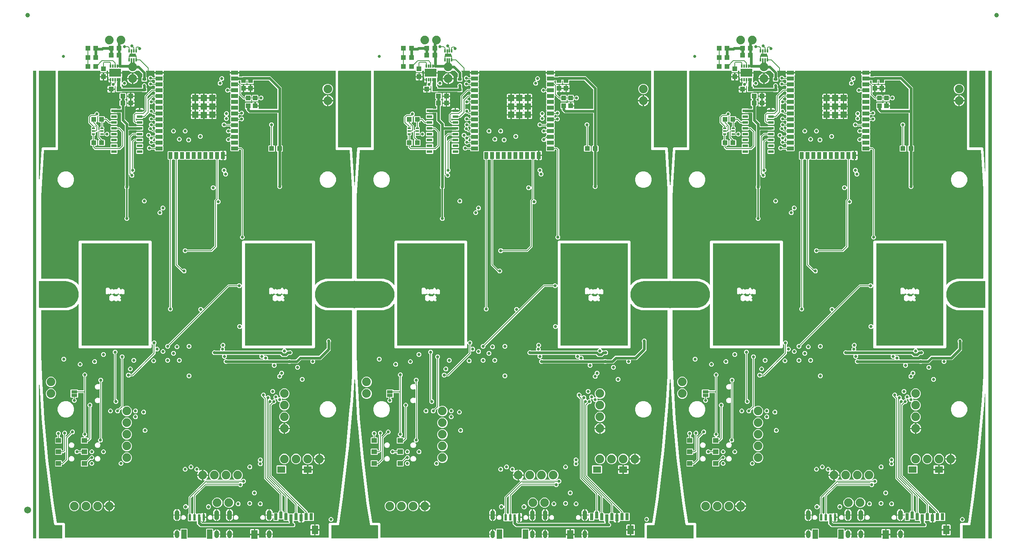
<source format=gbl>
G04 EAGLE Gerber RS-274X export*
G75*
%MOMM*%
%FSLAX34Y34*%
%LPD*%
%INBottom Copper*%
%IPPOS*%
%AMOC8*
5,1,8,0,0,1.08239X$1,22.5*%
G01*
%ADD10R,1.200000X2.000000*%
%ADD11R,0.600000X1.350000*%
%ADD12C,0.635000*%
%ADD13C,0.755600*%
%ADD14R,1.000000X1.100000*%
%ADD15R,1.100000X1.000000*%
%ADD16C,1.879600*%
%ADD17R,0.830000X0.630000*%
%ADD18R,1.270000X0.635000*%
%ADD19R,1.200000X0.600000*%
%ADD20R,0.660000X0.300000*%
%ADD21R,1.800000X1.400000*%
%ADD22R,1.400000X1.900000*%
%ADD23R,0.800000X1.500000*%
%ADD24R,0.300000X0.700000*%
%ADD25R,1.380000X0.800000*%
%ADD26R,0.350000X0.800000*%
%ADD27R,2.500000X1.700000*%
%ADD28R,1.150000X1.000000*%
%ADD29R,1.500000X0.900000*%
%ADD30R,0.900000X1.500000*%
%ADD31R,1.330000X1.330000*%
%ADD32C,1.000000*%
%ADD33C,1.500000*%
%ADD34C,0.660400*%
%ADD35C,0.558800*%
%ADD36C,0.304800*%
%ADD37C,0.177800*%
%ADD38C,0.254000*%
%ADD39C,0.736600*%

G36*
X1874368Y2536D02*
X1874368Y2536D01*
X1874374Y2542D01*
X1874379Y2538D01*
X1875436Y2908D01*
X1875440Y2915D01*
X1875446Y2913D01*
X1876394Y3509D01*
X1876397Y3516D01*
X1876402Y3516D01*
X1877194Y4307D01*
X1877195Y4315D01*
X1877201Y4316D01*
X1877797Y5264D01*
X1877796Y5272D01*
X1877801Y5274D01*
X1878171Y6331D01*
X1878170Y6335D01*
X1878172Y6337D01*
X1878170Y6340D01*
X1878174Y6342D01*
X1878299Y7454D01*
X1878297Y7458D01*
X1878299Y7460D01*
X1878299Y9460D01*
X1880841Y9460D01*
X1880841Y6712D01*
X1880549Y5245D01*
X1879966Y3837D01*
X1879956Y3796D01*
X1879943Y3767D01*
X1879942Y3765D01*
X1879936Y3751D01*
X1879927Y3673D01*
X1879909Y3597D01*
X1879914Y3552D01*
X1879909Y3506D01*
X1879925Y3430D01*
X1879932Y3353D01*
X1879951Y3311D01*
X1879961Y3266D01*
X1880001Y3199D01*
X1880032Y3128D01*
X1880064Y3094D01*
X1880087Y3055D01*
X1880146Y3004D01*
X1880199Y2947D01*
X1880239Y2925D01*
X1880274Y2895D01*
X1880346Y2866D01*
X1880414Y2828D01*
X1880460Y2820D01*
X1880502Y2803D01*
X1880638Y2788D01*
X1880656Y2784D01*
X1880661Y2785D01*
X1880669Y2784D01*
X2002214Y2784D01*
X2002234Y2788D01*
X2002253Y2785D01*
X2002355Y2807D01*
X2002457Y2824D01*
X2002474Y2833D01*
X2002494Y2838D01*
X2002583Y2891D01*
X2002674Y2939D01*
X2002688Y2954D01*
X2002705Y2964D01*
X2002772Y3043D01*
X2002844Y3118D01*
X2002852Y3136D01*
X2002865Y3151D01*
X2002904Y3247D01*
X2002947Y3341D01*
X2002949Y3360D01*
X2002957Y3379D01*
X2002975Y3546D01*
X2002975Y33897D01*
X2004612Y35534D01*
X2019682Y35534D01*
X2019771Y35549D01*
X2019860Y35555D01*
X2019891Y35569D01*
X2019925Y35574D01*
X2020004Y35616D01*
X2020087Y35651D01*
X2020112Y35673D01*
X2020142Y35689D01*
X2020204Y35754D01*
X2020271Y35813D01*
X2020288Y35843D01*
X2020312Y35868D01*
X2020349Y35949D01*
X2020394Y36026D01*
X2020405Y36068D01*
X2020415Y36091D01*
X2020419Y36122D01*
X2020436Y36189D01*
X2027569Y86576D01*
X2027569Y86583D01*
X2027571Y86593D01*
X2040291Y193741D01*
X2040290Y193750D01*
X2040293Y193764D01*
X2049796Y301244D01*
X2049795Y301251D01*
X2049797Y301261D01*
X2053334Y355005D01*
X2053332Y355023D01*
X2053335Y355055D01*
X2053335Y497434D01*
X2053332Y497453D01*
X2053334Y497473D01*
X2053312Y497574D01*
X2053296Y497676D01*
X2053286Y497694D01*
X2053282Y497713D01*
X2053229Y497802D01*
X2053180Y497894D01*
X2053166Y497907D01*
X2053156Y497925D01*
X2053077Y497992D01*
X2053002Y498063D01*
X2052984Y498071D01*
X2052969Y498084D01*
X2052873Y498123D01*
X2052779Y498167D01*
X2052759Y498169D01*
X2052741Y498176D01*
X2052574Y498195D01*
X1996049Y498195D01*
X1985641Y501576D01*
X1976789Y508008D01*
X1974196Y511577D01*
X1974190Y511583D01*
X1974186Y511590D01*
X1974103Y511669D01*
X1974021Y511750D01*
X1974014Y511754D01*
X1974008Y511759D01*
X1973903Y511808D01*
X1973800Y511858D01*
X1973792Y511859D01*
X1973785Y511863D01*
X1973671Y511875D01*
X1973556Y511891D01*
X1973548Y511889D01*
X1973541Y511890D01*
X1973428Y511865D01*
X1973315Y511843D01*
X1973308Y511839D01*
X1973300Y511838D01*
X1973202Y511779D01*
X1973101Y511721D01*
X1973096Y511715D01*
X1973089Y511711D01*
X1973014Y511624D01*
X1972937Y511538D01*
X1972934Y511531D01*
X1972929Y511525D01*
X1972886Y511417D01*
X1972841Y511312D01*
X1972840Y511304D01*
X1972837Y511296D01*
X1972819Y511130D01*
X1972819Y417177D01*
X1971033Y415391D01*
X1909452Y415391D01*
X1909381Y415379D01*
X1909309Y415377D01*
X1909260Y415360D01*
X1909209Y415351D01*
X1909146Y415318D01*
X1909078Y415293D01*
X1909038Y415260D01*
X1908992Y415236D01*
X1908942Y415184D01*
X1908886Y415139D01*
X1908858Y415095D01*
X1908822Y415058D01*
X1908792Y414993D01*
X1908753Y414932D01*
X1908741Y414882D01*
X1908719Y414835D01*
X1908711Y414763D01*
X1908693Y414694D01*
X1908697Y414642D01*
X1908692Y414590D01*
X1908707Y414520D01*
X1908712Y414449D01*
X1908733Y414401D01*
X1908744Y414350D01*
X1908781Y414288D01*
X1908809Y414222D01*
X1908853Y414166D01*
X1908870Y414139D01*
X1908888Y414123D01*
X1908913Y414091D01*
X1911351Y411654D01*
X1911351Y411074D01*
X1911354Y411054D01*
X1911352Y411034D01*
X1911374Y410933D01*
X1911390Y410831D01*
X1911400Y410813D01*
X1911404Y410794D01*
X1911457Y410705D01*
X1911506Y410613D01*
X1911520Y410600D01*
X1911530Y410583D01*
X1911609Y410515D01*
X1911684Y410444D01*
X1911702Y410436D01*
X1911717Y410423D01*
X1911813Y410384D01*
X1911907Y410340D01*
X1911927Y410338D01*
X1911945Y410331D01*
X1912112Y410312D01*
X1916042Y410312D01*
X1916132Y410327D01*
X1916223Y410334D01*
X1916253Y410347D01*
X1916285Y410352D01*
X1916366Y410395D01*
X1916450Y410430D01*
X1916482Y410456D01*
X1916502Y410467D01*
X1916524Y410490D01*
X1916581Y410535D01*
X1916866Y410820D01*
X1921075Y410820D01*
X1924051Y407844D01*
X1924051Y403635D01*
X1921075Y400659D01*
X1916866Y400659D01*
X1916581Y400944D01*
X1916506Y400997D01*
X1916437Y401056D01*
X1916407Y401069D01*
X1916381Y401087D01*
X1916294Y401114D01*
X1916209Y401148D01*
X1916168Y401153D01*
X1916146Y401160D01*
X1916113Y401159D01*
X1916042Y401167D01*
X1915805Y401167D01*
X1915715Y401152D01*
X1915624Y401145D01*
X1915594Y401132D01*
X1915562Y401127D01*
X1915482Y401084D01*
X1915398Y401049D01*
X1915366Y401023D01*
X1915345Y401012D01*
X1915323Y400989D01*
X1915267Y400944D01*
X1911426Y397103D01*
X1901114Y397103D01*
X1897273Y400944D01*
X1897199Y400997D01*
X1897130Y401056D01*
X1897100Y401069D01*
X1897074Y401087D01*
X1896987Y401114D01*
X1896902Y401148D01*
X1896861Y401153D01*
X1896838Y401160D01*
X1896806Y401159D01*
X1896735Y401167D01*
X1862970Y401167D01*
X1862899Y401155D01*
X1862827Y401153D01*
X1862778Y401136D01*
X1862727Y401127D01*
X1862664Y401094D01*
X1862596Y401069D01*
X1862556Y401036D01*
X1862510Y401012D01*
X1862460Y400960D01*
X1862404Y400915D01*
X1862376Y400871D01*
X1862340Y400834D01*
X1862310Y400769D01*
X1862271Y400708D01*
X1862259Y400658D01*
X1862237Y400611D01*
X1862229Y400539D01*
X1862211Y400470D01*
X1862215Y400418D01*
X1862210Y400366D01*
X1862225Y400296D01*
X1862230Y400225D01*
X1862251Y400177D01*
X1862262Y400126D01*
X1862299Y400064D01*
X1862327Y399998D01*
X1862371Y399942D01*
X1862388Y399915D01*
X1862406Y399899D01*
X1862432Y399867D01*
X1862552Y399747D01*
X1862568Y399736D01*
X1862580Y399720D01*
X1862624Y399692D01*
X1862662Y399656D01*
X1862709Y399634D01*
X1862752Y399604D01*
X1862770Y399598D01*
X1862787Y399587D01*
X1862838Y399574D01*
X1862885Y399552D01*
X1862937Y399546D01*
X1862987Y399531D01*
X1863006Y399532D01*
X1863026Y399527D01*
X1863078Y399531D01*
X1863129Y399525D01*
X1863181Y399536D01*
X1863233Y399538D01*
X1863251Y399544D01*
X1863271Y399546D01*
X1863319Y399566D01*
X1863370Y399577D01*
X1863415Y399604D01*
X1863464Y399622D01*
X1863479Y399634D01*
X1863497Y399642D01*
X1863500Y399644D01*
X1867735Y399644D01*
X1870711Y396668D01*
X1870711Y392427D01*
X1870700Y392404D01*
X1870670Y392362D01*
X1870649Y392294D01*
X1870619Y392229D01*
X1870613Y392177D01*
X1870598Y392127D01*
X1870599Y392055D01*
X1870592Y391984D01*
X1870603Y391933D01*
X1870604Y391881D01*
X1870629Y391814D01*
X1870644Y391744D01*
X1870671Y391699D01*
X1870688Y391650D01*
X1870733Y391594D01*
X1870770Y391533D01*
X1870810Y391499D01*
X1870842Y391458D01*
X1870902Y391419D01*
X1870957Y391373D01*
X1871005Y391353D01*
X1871049Y391325D01*
X1871118Y391308D01*
X1871185Y391281D01*
X1871256Y391273D01*
X1871287Y391265D01*
X1871311Y391267D01*
X1871352Y391262D01*
X1914518Y391262D01*
X1914608Y391277D01*
X1914699Y391284D01*
X1914729Y391297D01*
X1914761Y391302D01*
X1914842Y391345D01*
X1914926Y391380D01*
X1914958Y391406D01*
X1914978Y391417D01*
X1915000Y391440D01*
X1915057Y391485D01*
X1915342Y391770D01*
X1919550Y391770D01*
X1919835Y391485D01*
X1919910Y391432D01*
X1919979Y391373D01*
X1920009Y391361D01*
X1920035Y391342D01*
X1920122Y391315D01*
X1920207Y391281D01*
X1920248Y391276D01*
X1920270Y391269D01*
X1920303Y391270D01*
X1920374Y391262D01*
X1931025Y391262D01*
X1931115Y391277D01*
X1931206Y391284D01*
X1931236Y391297D01*
X1931268Y391302D01*
X1931348Y391345D01*
X1931432Y391380D01*
X1931464Y391406D01*
X1931485Y391417D01*
X1931507Y391441D01*
X1931563Y391485D01*
X1939214Y399136D01*
X1981785Y399136D01*
X1981875Y399151D01*
X1981966Y399158D01*
X1981995Y399171D01*
X1982027Y399176D01*
X1982108Y399219D01*
X1982192Y399254D01*
X1982224Y399280D01*
X1982245Y399291D01*
X1982267Y399315D01*
X1982323Y399359D01*
X1997994Y415031D01*
X1998047Y415105D01*
X1998107Y415174D01*
X1998119Y415204D01*
X1998138Y415230D01*
X1998165Y415317D01*
X1998199Y415402D01*
X1998203Y415443D01*
X1998210Y415466D01*
X1998209Y415498D01*
X1998217Y415569D01*
X1998217Y428212D01*
X1998203Y428302D01*
X1998195Y428393D01*
X1998183Y428423D01*
X1998178Y428455D01*
X1998135Y428535D01*
X1998099Y428619D01*
X1998073Y428651D01*
X1998062Y428672D01*
X1998039Y428694D01*
X1997994Y428750D01*
X1997709Y429035D01*
X1997709Y433244D01*
X2000685Y436220D01*
X2004895Y436220D01*
X2007871Y433244D01*
X2007871Y429035D01*
X2007586Y428750D01*
X2007533Y428676D01*
X2007473Y428607D01*
X2007461Y428576D01*
X2007442Y428550D01*
X2007415Y428463D01*
X2007381Y428378D01*
X2007377Y428338D01*
X2007370Y428315D01*
X2007371Y428283D01*
X2007363Y428212D01*
X2007363Y411465D01*
X1985888Y389991D01*
X1974222Y389991D01*
X1974151Y389979D01*
X1974079Y389977D01*
X1974030Y389960D01*
X1973979Y389951D01*
X1973916Y389918D01*
X1973848Y389893D01*
X1973808Y389860D01*
X1973762Y389836D01*
X1973712Y389784D01*
X1973656Y389739D01*
X1973628Y389695D01*
X1973592Y389658D01*
X1973562Y389593D01*
X1973523Y389532D01*
X1973511Y389482D01*
X1973489Y389435D01*
X1973481Y389363D01*
X1973463Y389294D01*
X1973467Y389242D01*
X1973462Y389190D01*
X1973477Y389120D01*
X1973482Y389049D01*
X1973503Y389001D01*
X1973514Y388950D01*
X1973551Y388888D01*
X1973579Y388822D01*
X1973581Y388820D01*
X1973581Y384585D01*
X1970605Y381609D01*
X1966395Y381609D01*
X1963419Y384585D01*
X1963419Y388826D01*
X1963430Y388849D01*
X1963460Y388891D01*
X1963481Y388960D01*
X1963511Y389025D01*
X1963517Y389076D01*
X1963532Y389126D01*
X1963531Y389198D01*
X1963538Y389269D01*
X1963527Y389320D01*
X1963526Y389372D01*
X1963501Y389439D01*
X1963486Y389509D01*
X1963459Y389554D01*
X1963442Y389603D01*
X1963397Y389659D01*
X1963360Y389721D01*
X1963320Y389754D01*
X1963288Y389795D01*
X1963228Y389834D01*
X1963173Y389880D01*
X1963125Y389900D01*
X1963081Y389928D01*
X1963012Y389946D01*
X1962945Y389972D01*
X1962874Y389980D01*
X1962843Y389988D01*
X1962819Y389986D01*
X1962778Y389991D01*
X1943318Y389991D01*
X1943228Y389976D01*
X1943137Y389969D01*
X1943107Y389956D01*
X1943075Y389951D01*
X1942994Y389908D01*
X1942911Y389873D01*
X1942878Y389847D01*
X1942858Y389836D01*
X1942836Y389813D01*
X1942780Y389768D01*
X1935129Y382117D01*
X1920374Y382117D01*
X1920284Y382102D01*
X1920193Y382095D01*
X1920163Y382082D01*
X1920131Y382077D01*
X1920050Y382034D01*
X1919966Y381999D01*
X1919934Y381973D01*
X1919914Y381962D01*
X1919892Y381939D01*
X1919835Y381894D01*
X1919550Y381609D01*
X1915342Y381609D01*
X1915057Y381894D01*
X1914982Y381947D01*
X1914913Y382006D01*
X1914883Y382019D01*
X1914857Y382037D01*
X1914770Y382064D01*
X1914685Y382098D01*
X1914644Y382103D01*
X1914622Y382110D01*
X1914589Y382109D01*
X1914518Y382117D01*
X1889640Y382117D01*
X1889569Y382105D01*
X1889497Y382103D01*
X1889448Y382086D01*
X1889397Y382077D01*
X1889334Y382044D01*
X1889266Y382019D01*
X1889226Y381986D01*
X1889180Y381962D01*
X1889130Y381910D01*
X1889074Y381865D01*
X1889046Y381821D01*
X1889010Y381784D01*
X1888980Y381719D01*
X1888941Y381658D01*
X1888929Y381608D01*
X1888907Y381561D01*
X1888899Y381489D01*
X1888881Y381420D01*
X1888885Y381368D01*
X1888880Y381316D01*
X1888895Y381246D01*
X1888900Y381175D01*
X1888921Y381127D01*
X1888932Y381076D01*
X1888969Y381014D01*
X1888997Y380948D01*
X1889042Y380892D01*
X1889058Y380865D01*
X1889076Y380850D01*
X1889101Y380817D01*
X1889380Y380539D01*
X1889380Y376330D01*
X1886404Y373354D01*
X1882194Y373354D01*
X1879218Y376330D01*
X1879218Y380539D01*
X1879497Y380817D01*
X1879538Y380876D01*
X1879588Y380928D01*
X1879610Y380975D01*
X1879640Y381017D01*
X1879661Y381086D01*
X1879691Y381151D01*
X1879697Y381202D01*
X1879712Y381252D01*
X1879711Y381324D01*
X1879718Y381395D01*
X1879707Y381446D01*
X1879706Y381498D01*
X1879681Y381565D01*
X1879666Y381635D01*
X1879639Y381680D01*
X1879622Y381729D01*
X1879577Y381785D01*
X1879540Y381847D01*
X1879500Y381880D01*
X1879468Y381921D01*
X1879408Y381960D01*
X1879353Y382006D01*
X1879305Y382026D01*
X1879261Y382054D01*
X1879192Y382072D01*
X1879125Y382098D01*
X1879054Y382106D01*
X1879022Y382114D01*
X1878999Y382112D01*
X1878958Y382117D01*
X1782198Y382117D01*
X1782108Y382102D01*
X1782017Y382095D01*
X1781987Y382082D01*
X1781955Y382077D01*
X1781874Y382034D01*
X1781791Y381999D01*
X1781758Y381973D01*
X1781738Y381962D01*
X1781716Y381939D01*
X1781660Y381894D01*
X1781375Y381609D01*
X1777165Y381609D01*
X1774189Y384585D01*
X1774189Y388794D01*
X1776881Y391485D01*
X1776922Y391544D01*
X1776972Y391596D01*
X1776994Y391643D01*
X1777024Y391685D01*
X1777045Y391754D01*
X1777075Y391819D01*
X1777081Y391870D01*
X1777096Y391920D01*
X1777095Y391992D01*
X1777102Y392063D01*
X1777091Y392114D01*
X1777090Y392166D01*
X1777065Y392233D01*
X1777050Y392303D01*
X1777023Y392348D01*
X1777006Y392397D01*
X1776961Y392453D01*
X1776924Y392515D01*
X1776884Y392548D01*
X1776852Y392589D01*
X1776792Y392628D01*
X1776737Y392674D01*
X1776689Y392694D01*
X1776645Y392722D01*
X1776576Y392740D01*
X1776509Y392766D01*
X1776438Y392774D01*
X1776406Y392782D01*
X1776383Y392780D01*
X1776342Y392785D01*
X1773587Y392785D01*
X1770611Y395761D01*
X1770611Y400002D01*
X1770621Y400025D01*
X1770652Y400067D01*
X1770673Y400136D01*
X1770703Y400201D01*
X1770709Y400252D01*
X1770724Y400302D01*
X1770722Y400374D01*
X1770730Y400445D01*
X1770719Y400496D01*
X1770718Y400548D01*
X1770693Y400615D01*
X1770678Y400685D01*
X1770651Y400730D01*
X1770633Y400779D01*
X1770589Y400835D01*
X1770552Y400897D01*
X1770512Y400930D01*
X1770480Y400971D01*
X1770419Y401010D01*
X1770365Y401056D01*
X1770317Y401076D01*
X1770273Y401104D01*
X1770203Y401122D01*
X1770137Y401148D01*
X1770066Y401156D01*
X1770034Y401164D01*
X1770011Y401162D01*
X1769970Y401167D01*
X1756798Y401167D01*
X1756708Y401152D01*
X1756617Y401145D01*
X1756587Y401132D01*
X1756555Y401127D01*
X1756474Y401084D01*
X1756390Y401049D01*
X1756358Y401023D01*
X1756338Y401012D01*
X1756316Y400989D01*
X1756259Y400944D01*
X1755974Y400659D01*
X1751765Y400659D01*
X1748789Y403635D01*
X1748789Y407844D01*
X1751765Y410820D01*
X1755974Y410820D01*
X1756259Y410535D01*
X1756334Y410482D01*
X1756403Y410423D01*
X1756433Y410411D01*
X1756459Y410392D01*
X1756546Y410365D01*
X1756631Y410331D01*
X1756672Y410326D01*
X1756694Y410319D01*
X1756727Y410320D01*
X1756798Y410312D01*
X1766182Y410312D01*
X1766253Y410324D01*
X1766325Y410326D01*
X1766374Y410344D01*
X1766425Y410352D01*
X1766488Y410386D01*
X1766556Y410410D01*
X1766596Y410443D01*
X1766642Y410467D01*
X1766692Y410519D01*
X1766748Y410564D01*
X1766776Y410608D01*
X1766812Y410646D01*
X1766842Y410711D01*
X1766881Y410771D01*
X1766893Y410821D01*
X1766915Y410869D01*
X1766923Y410940D01*
X1766941Y411009D01*
X1766937Y411061D01*
X1766942Y411113D01*
X1766927Y411183D01*
X1766922Y411255D01*
X1766901Y411303D01*
X1766890Y411353D01*
X1766853Y411415D01*
X1766825Y411481D01*
X1766823Y411484D01*
X1766823Y415718D01*
X1768837Y417732D01*
X1768849Y417748D01*
X1768865Y417761D01*
X1768921Y417848D01*
X1768981Y417932D01*
X1768987Y417951D01*
X1768998Y417968D01*
X1769023Y418068D01*
X1769053Y418167D01*
X1769053Y418187D01*
X1769058Y418206D01*
X1769050Y418309D01*
X1769047Y418413D01*
X1769040Y418432D01*
X1769039Y418452D01*
X1768998Y418546D01*
X1768963Y418644D01*
X1768950Y418660D01*
X1768942Y418678D01*
X1768837Y418809D01*
X1767585Y420061D01*
X1767585Y424270D01*
X1770561Y427246D01*
X1774771Y427246D01*
X1777747Y424270D01*
X1777747Y420061D01*
X1775733Y418047D01*
X1775721Y418031D01*
X1775705Y418018D01*
X1775649Y417931D01*
X1775589Y417847D01*
X1775583Y417828D01*
X1775572Y417811D01*
X1775547Y417711D01*
X1775517Y417612D01*
X1775517Y417592D01*
X1775512Y417573D01*
X1775520Y417470D01*
X1775523Y417366D01*
X1775530Y417347D01*
X1775531Y417328D01*
X1775572Y417233D01*
X1775607Y417135D01*
X1775620Y417120D01*
X1775628Y417101D01*
X1775733Y416970D01*
X1776985Y415718D01*
X1776985Y411477D01*
X1776974Y411454D01*
X1776944Y411412D01*
X1776923Y411344D01*
X1776893Y411279D01*
X1776887Y411227D01*
X1776872Y411177D01*
X1776873Y411105D01*
X1776866Y411034D01*
X1776877Y410983D01*
X1776878Y410931D01*
X1776903Y410864D01*
X1776918Y410794D01*
X1776945Y410749D01*
X1776962Y410700D01*
X1777007Y410644D01*
X1777044Y410583D01*
X1777084Y410549D01*
X1777116Y410508D01*
X1777176Y410469D01*
X1777231Y410423D01*
X1777279Y410403D01*
X1777323Y410375D01*
X1777392Y410358D01*
X1777459Y410331D01*
X1777530Y410323D01*
X1777561Y410315D01*
X1777585Y410317D01*
X1777626Y410312D01*
X1900428Y410312D01*
X1900448Y410316D01*
X1900467Y410313D01*
X1900569Y410335D01*
X1900671Y410352D01*
X1900688Y410361D01*
X1900708Y410366D01*
X1900797Y410419D01*
X1900888Y410467D01*
X1900902Y410482D01*
X1900919Y410492D01*
X1900986Y410571D01*
X1901058Y410646D01*
X1901066Y410664D01*
X1901079Y410679D01*
X1901118Y410775D01*
X1901161Y410869D01*
X1901163Y410888D01*
X1901171Y410907D01*
X1901189Y411074D01*
X1901189Y411654D01*
X1903627Y414091D01*
X1903668Y414150D01*
X1903718Y414202D01*
X1903740Y414249D01*
X1903770Y414291D01*
X1903791Y414360D01*
X1903821Y414425D01*
X1903827Y414476D01*
X1903842Y414526D01*
X1903841Y414598D01*
X1903848Y414669D01*
X1903837Y414720D01*
X1903836Y414772D01*
X1903811Y414839D01*
X1903796Y414909D01*
X1903769Y414954D01*
X1903752Y415003D01*
X1903707Y415059D01*
X1903670Y415121D01*
X1903630Y415154D01*
X1903598Y415195D01*
X1903538Y415234D01*
X1903483Y415280D01*
X1903435Y415300D01*
X1903391Y415328D01*
X1903322Y415346D01*
X1903255Y415372D01*
X1903184Y415380D01*
X1903152Y415388D01*
X1903129Y415386D01*
X1903088Y415391D01*
X1816107Y415391D01*
X1814321Y417177D01*
X1814321Y459047D01*
X1814310Y459118D01*
X1814308Y459190D01*
X1814290Y459239D01*
X1814282Y459290D01*
X1814248Y459353D01*
X1814223Y459421D01*
X1814191Y459461D01*
X1814166Y459507D01*
X1814114Y459557D01*
X1814070Y459613D01*
X1814026Y459641D01*
X1813988Y459677D01*
X1813923Y459707D01*
X1813863Y459746D01*
X1813812Y459759D01*
X1813765Y459780D01*
X1813694Y459788D01*
X1813624Y459806D01*
X1813572Y459802D01*
X1813521Y459808D01*
X1813450Y459792D01*
X1813379Y459787D01*
X1813331Y459766D01*
X1813280Y459755D01*
X1813219Y459718D01*
X1813153Y459690D01*
X1813097Y459646D01*
X1813069Y459629D01*
X1813054Y459611D01*
X1813022Y459586D01*
X1811220Y457783D01*
X1807010Y457783D01*
X1804034Y460760D01*
X1804034Y464969D01*
X1807010Y467945D01*
X1811220Y467945D01*
X1813022Y466143D01*
X1813080Y466101D01*
X1813132Y466051D01*
X1813179Y466029D01*
X1813221Y465999D01*
X1813290Y465978D01*
X1813355Y465948D01*
X1813407Y465942D01*
X1813457Y465927D01*
X1813528Y465929D01*
X1813599Y465921D01*
X1813650Y465932D01*
X1813702Y465933D01*
X1813770Y465958D01*
X1813840Y465973D01*
X1813885Y466000D01*
X1813933Y466017D01*
X1813989Y466062D01*
X1814051Y466099D01*
X1814085Y466139D01*
X1814125Y466171D01*
X1814164Y466231D01*
X1814211Y466286D01*
X1814230Y466334D01*
X1814258Y466378D01*
X1814276Y466448D01*
X1814303Y466514D01*
X1814311Y466585D01*
X1814319Y466617D01*
X1814317Y466640D01*
X1814321Y466681D01*
X1814321Y548862D01*
X1814310Y548933D01*
X1814308Y549004D01*
X1814290Y549053D01*
X1814282Y549105D01*
X1814248Y549168D01*
X1814223Y549235D01*
X1814191Y549276D01*
X1814166Y549322D01*
X1814114Y549371D01*
X1814070Y549427D01*
X1814026Y549455D01*
X1813988Y549491D01*
X1813923Y549522D01*
X1813863Y549560D01*
X1813812Y549573D01*
X1813765Y549595D01*
X1813694Y549603D01*
X1813624Y549620D01*
X1813572Y549616D01*
X1813521Y549622D01*
X1813450Y549607D01*
X1813379Y549601D01*
X1813331Y549581D01*
X1813280Y549570D01*
X1813219Y549533D01*
X1813153Y549505D01*
X1813097Y549460D01*
X1813069Y549444D01*
X1813054Y549426D01*
X1813022Y549400D01*
X1810331Y546709D01*
X1806121Y546709D01*
X1803931Y548899D01*
X1803858Y548952D01*
X1803788Y549011D01*
X1803758Y549024D01*
X1803732Y549042D01*
X1803645Y549069D01*
X1803560Y549103D01*
X1803519Y549108D01*
X1803497Y549115D01*
X1803464Y549114D01*
X1803393Y549122D01*
X1785770Y549122D01*
X1785680Y549107D01*
X1785589Y549100D01*
X1785560Y549087D01*
X1785528Y549082D01*
X1785447Y549039D01*
X1785363Y549004D01*
X1785331Y548978D01*
X1785310Y548967D01*
X1785288Y548944D01*
X1785232Y548899D01*
X1657574Y421241D01*
X1657528Y421177D01*
X1657507Y421155D01*
X1657503Y421146D01*
X1657461Y421097D01*
X1657449Y421067D01*
X1657430Y421041D01*
X1657403Y420954D01*
X1657369Y420869D01*
X1657365Y420828D01*
X1657358Y420806D01*
X1657359Y420774D01*
X1657351Y420702D01*
X1657351Y417605D01*
X1654375Y414629D01*
X1650165Y414629D01*
X1647189Y417605D01*
X1647189Y421814D01*
X1650165Y424790D01*
X1653263Y424790D01*
X1653353Y424805D01*
X1653444Y424812D01*
X1653473Y424825D01*
X1653505Y424830D01*
X1653586Y424873D01*
X1653670Y424908D01*
X1653702Y424934D01*
X1653723Y424945D01*
X1653745Y424969D01*
X1653801Y425013D01*
X1722538Y493750D01*
X1722580Y493808D01*
X1722629Y493860D01*
X1722651Y493908D01*
X1722681Y493950D01*
X1722702Y494018D01*
X1722733Y494083D01*
X1722738Y494135D01*
X1722754Y494185D01*
X1722752Y494257D01*
X1722760Y494328D01*
X1722749Y494379D01*
X1722747Y494431D01*
X1722723Y494498D01*
X1722707Y494568D01*
X1722681Y494613D01*
X1722663Y494662D01*
X1722618Y494718D01*
X1722581Y494779D01*
X1722542Y494813D01*
X1722509Y494854D01*
X1722449Y494893D01*
X1722394Y494939D01*
X1722346Y494959D01*
X1722302Y494987D01*
X1722233Y495004D01*
X1722166Y495031D01*
X1722163Y495032D01*
X1719169Y498026D01*
X1719169Y502235D01*
X1722145Y505211D01*
X1726354Y505211D01*
X1729353Y502212D01*
X1729361Y502189D01*
X1729370Y502137D01*
X1729403Y502074D01*
X1729428Y502007D01*
X1729460Y501966D01*
X1729485Y501920D01*
X1729537Y501871D01*
X1729582Y501815D01*
X1729625Y501786D01*
X1729663Y501751D01*
X1729728Y501720D01*
X1729788Y501682D01*
X1729839Y501669D01*
X1729886Y501647D01*
X1729957Y501639D01*
X1730027Y501622D01*
X1730079Y501626D01*
X1730131Y501620D01*
X1730201Y501635D01*
X1730272Y501641D01*
X1730320Y501661D01*
X1730371Y501672D01*
X1730433Y501709D01*
X1730499Y501737D01*
X1730554Y501782D01*
X1730582Y501798D01*
X1730597Y501816D01*
X1730630Y501842D01*
X1781459Y552672D01*
X1783245Y554457D01*
X1803393Y554457D01*
X1803483Y554472D01*
X1803574Y554479D01*
X1803604Y554492D01*
X1803636Y554497D01*
X1803717Y554540D01*
X1803800Y554575D01*
X1803833Y554601D01*
X1803853Y554612D01*
X1803875Y554636D01*
X1803931Y554680D01*
X1806121Y556870D01*
X1810331Y556870D01*
X1813022Y554179D01*
X1813080Y554137D01*
X1813132Y554088D01*
X1813179Y554066D01*
X1813221Y554036D01*
X1813290Y554014D01*
X1813355Y553984D01*
X1813407Y553979D01*
X1813457Y553963D01*
X1813528Y553965D01*
X1813599Y553957D01*
X1813650Y553968D01*
X1813702Y553970D01*
X1813770Y553994D01*
X1813840Y554009D01*
X1813885Y554036D01*
X1813933Y554054D01*
X1813989Y554099D01*
X1814051Y554136D01*
X1814085Y554175D01*
X1814125Y554208D01*
X1814164Y554268D01*
X1814211Y554322D01*
X1814230Y554371D01*
X1814258Y554415D01*
X1814276Y554484D01*
X1814303Y554551D01*
X1814311Y554622D01*
X1814319Y554653D01*
X1814317Y554676D01*
X1814321Y554717D01*
X1814321Y648302D01*
X1816107Y650088D01*
X1971033Y650088D01*
X1972819Y648302D01*
X1972819Y554350D01*
X1972820Y554342D01*
X1972819Y554334D01*
X1972840Y554220D01*
X1972858Y554107D01*
X1972862Y554100D01*
X1972864Y554092D01*
X1972920Y553991D01*
X1972974Y553889D01*
X1972979Y553884D01*
X1972983Y553877D01*
X1973069Y553799D01*
X1973152Y553720D01*
X1973159Y553717D01*
X1973165Y553711D01*
X1973271Y553665D01*
X1973375Y553616D01*
X1973383Y553616D01*
X1973390Y553612D01*
X1973505Y553602D01*
X1973619Y553589D01*
X1973627Y553591D01*
X1973635Y553590D01*
X1973747Y553617D01*
X1973860Y553642D01*
X1973867Y553646D01*
X1973874Y553648D01*
X1973972Y553709D01*
X1974071Y553768D01*
X1974076Y553774D01*
X1974083Y553778D01*
X1974196Y553902D01*
X1976789Y557471D01*
X1985642Y563903D01*
X1996049Y567284D01*
X2052574Y567284D01*
X2052594Y567288D01*
X2052613Y567285D01*
X2052715Y567307D01*
X2052817Y567324D01*
X2052834Y567333D01*
X2052854Y567338D01*
X2052943Y567391D01*
X2053034Y567439D01*
X2053048Y567454D01*
X2053065Y567464D01*
X2053132Y567543D01*
X2053204Y567618D01*
X2053212Y567636D01*
X2053225Y567651D01*
X2053264Y567747D01*
X2053307Y567841D01*
X2053309Y567860D01*
X2053317Y567879D01*
X2053335Y568046D01*
X2053335Y761238D01*
X2053333Y761254D01*
X2053334Y761281D01*
X2048451Y846727D01*
X2048425Y846845D01*
X2048399Y846963D01*
X2048398Y846965D01*
X2048398Y846967D01*
X2048335Y847071D01*
X2048273Y847175D01*
X2048272Y847176D01*
X2048271Y847178D01*
X2048179Y847255D01*
X2048086Y847334D01*
X2048084Y847335D01*
X2048083Y847336D01*
X2047973Y847380D01*
X2047858Y847426D01*
X2047856Y847427D01*
X2047854Y847427D01*
X2047847Y847428D01*
X2047691Y847445D01*
X2019412Y847445D01*
X2017775Y849082D01*
X2017775Y1019040D01*
X2017772Y1019059D01*
X2017774Y1019079D01*
X2017752Y1019180D01*
X2017736Y1019282D01*
X2017726Y1019300D01*
X2017722Y1019319D01*
X2017669Y1019408D01*
X2017620Y1019500D01*
X2017606Y1019513D01*
X2017596Y1019531D01*
X2017517Y1019598D01*
X2017442Y1019669D01*
X2017424Y1019677D01*
X2017409Y1019690D01*
X2017313Y1019729D01*
X2017219Y1019773D01*
X2017199Y1019775D01*
X2017181Y1019782D01*
X2017014Y1019801D01*
X1808952Y1019801D01*
X1808932Y1019798D01*
X1808913Y1019800D01*
X1808811Y1019778D01*
X1808709Y1019761D01*
X1808692Y1019752D01*
X1808672Y1019748D01*
X1808583Y1019694D01*
X1808492Y1019646D01*
X1808478Y1019632D01*
X1808461Y1019621D01*
X1808394Y1019543D01*
X1808322Y1019468D01*
X1808314Y1019450D01*
X1808301Y1019434D01*
X1808262Y1019338D01*
X1808219Y1019245D01*
X1808217Y1019225D01*
X1808209Y1019206D01*
X1808191Y1019040D01*
X1808191Y1017163D01*
X1798912Y1017163D01*
X1798892Y1017160D01*
X1798873Y1017162D01*
X1798771Y1017140D01*
X1798669Y1017123D01*
X1798652Y1017114D01*
X1798632Y1017109D01*
X1798543Y1017056D01*
X1798452Y1017008D01*
X1798438Y1016994D01*
X1798421Y1016983D01*
X1798354Y1016905D01*
X1798283Y1016830D01*
X1798274Y1016812D01*
X1798261Y1016796D01*
X1798222Y1016700D01*
X1798179Y1016607D01*
X1798177Y1016587D01*
X1798169Y1016568D01*
X1798151Y1016402D01*
X1798151Y1014878D01*
X1798154Y1014858D01*
X1798152Y1014838D01*
X1798174Y1014737D01*
X1798191Y1014635D01*
X1798200Y1014617D01*
X1798204Y1014598D01*
X1798257Y1014509D01*
X1798306Y1014418D01*
X1798320Y1014404D01*
X1798330Y1014387D01*
X1798409Y1014319D01*
X1798484Y1014248D01*
X1798502Y1014240D01*
X1798517Y1014227D01*
X1798613Y1014188D01*
X1798707Y1014145D01*
X1798727Y1014142D01*
X1798745Y1014135D01*
X1798912Y1014116D01*
X1808191Y1014116D01*
X1808191Y1010805D01*
X1808018Y1010159D01*
X1807683Y1009580D01*
X1807393Y1009289D01*
X1807381Y1009273D01*
X1807365Y1009260D01*
X1807309Y1009173D01*
X1807249Y1009089D01*
X1807243Y1009070D01*
X1807232Y1009054D01*
X1807207Y1008953D01*
X1807177Y1008854D01*
X1807177Y1008834D01*
X1807172Y1008815D01*
X1807180Y1008712D01*
X1807183Y1008608D01*
X1807190Y1008590D01*
X1807191Y1008570D01*
X1807232Y1008475D01*
X1807268Y1008377D01*
X1807280Y1008362D01*
X1807288Y1008343D01*
X1807393Y1008213D01*
X1807446Y1008159D01*
X1807452Y1008133D01*
X1807468Y1008031D01*
X1807478Y1008013D01*
X1807482Y1007994D01*
X1807535Y1007905D01*
X1807584Y1007813D01*
X1807598Y1007800D01*
X1807608Y1007783D01*
X1807687Y1007715D01*
X1807762Y1007644D01*
X1807780Y1007636D01*
X1807795Y1007623D01*
X1807891Y1007584D01*
X1807985Y1007540D01*
X1808005Y1007538D01*
X1808023Y1007531D01*
X1808190Y1007512D01*
X1814661Y1007512D01*
X1814751Y1007527D01*
X1814842Y1007534D01*
X1814871Y1007547D01*
X1814903Y1007552D01*
X1814984Y1007595D01*
X1815068Y1007630D01*
X1815100Y1007656D01*
X1815121Y1007667D01*
X1815143Y1007691D01*
X1815199Y1007735D01*
X1815476Y1008012D01*
X1875614Y1008012D01*
X1900293Y983334D01*
X1900293Y857780D01*
X1900296Y857760D01*
X1900294Y857740D01*
X1900316Y857639D01*
X1900332Y857537D01*
X1900342Y857519D01*
X1900346Y857500D01*
X1900399Y857411D01*
X1900448Y857319D01*
X1900462Y857306D01*
X1900472Y857289D01*
X1900551Y857221D01*
X1900626Y857150D01*
X1900644Y857142D01*
X1900659Y857129D01*
X1900755Y857090D01*
X1900849Y857046D01*
X1900869Y857044D01*
X1900887Y857037D01*
X1901054Y857018D01*
X1901957Y857018D01*
X1902999Y855976D01*
X1902999Y844503D01*
X1901957Y843461D01*
X1901054Y843461D01*
X1901034Y843458D01*
X1901015Y843460D01*
X1900913Y843438D01*
X1900811Y843421D01*
X1900794Y843412D01*
X1900774Y843408D01*
X1900685Y843354D01*
X1900594Y843306D01*
X1900580Y843292D01*
X1900563Y843281D01*
X1900496Y843203D01*
X1900424Y843128D01*
X1900416Y843110D01*
X1900403Y843094D01*
X1900364Y842998D01*
X1900321Y842905D01*
X1900319Y842885D01*
X1900311Y842866D01*
X1900293Y842700D01*
X1900293Y771007D01*
X1900307Y770917D01*
X1900315Y770826D01*
X1900327Y770797D01*
X1900332Y770765D01*
X1900375Y770684D01*
X1900411Y770600D01*
X1900437Y770568D01*
X1900448Y770547D01*
X1900471Y770525D01*
X1900516Y770469D01*
X1901191Y769794D01*
X1901191Y765585D01*
X1898215Y762609D01*
X1894005Y762609D01*
X1891029Y765585D01*
X1891029Y769824D01*
X1891037Y769833D01*
X1891049Y769863D01*
X1891068Y769889D01*
X1891095Y769976D01*
X1891129Y770061D01*
X1891133Y770102D01*
X1891140Y770124D01*
X1891139Y770156D01*
X1891147Y770227D01*
X1891147Y842700D01*
X1891144Y842719D01*
X1891146Y842739D01*
X1891124Y842840D01*
X1891108Y842942D01*
X1891098Y842960D01*
X1891094Y842979D01*
X1891041Y843068D01*
X1890992Y843160D01*
X1890978Y843173D01*
X1890968Y843191D01*
X1890889Y843258D01*
X1890814Y843329D01*
X1890796Y843337D01*
X1890781Y843350D01*
X1890685Y843389D01*
X1890591Y843433D01*
X1890571Y843435D01*
X1890553Y843442D01*
X1890386Y843461D01*
X1889483Y843461D01*
X1888441Y844503D01*
X1888441Y855976D01*
X1889483Y857018D01*
X1890386Y857018D01*
X1890406Y857022D01*
X1890425Y857019D01*
X1890527Y857041D01*
X1890629Y857058D01*
X1890646Y857067D01*
X1890666Y857072D01*
X1890755Y857125D01*
X1890846Y857173D01*
X1890860Y857188D01*
X1890877Y857198D01*
X1890944Y857277D01*
X1891016Y857352D01*
X1891024Y857370D01*
X1891037Y857385D01*
X1891076Y857481D01*
X1891119Y857575D01*
X1891121Y857594D01*
X1891129Y857613D01*
X1891147Y857780D01*
X1891147Y926948D01*
X1891144Y926967D01*
X1891146Y926987D01*
X1891124Y927088D01*
X1891108Y927190D01*
X1891098Y927208D01*
X1891094Y927227D01*
X1891041Y927316D01*
X1890992Y927408D01*
X1890978Y927421D01*
X1890968Y927439D01*
X1890889Y927506D01*
X1890814Y927577D01*
X1890796Y927585D01*
X1890781Y927598D01*
X1890685Y927637D01*
X1890591Y927681D01*
X1890571Y927683D01*
X1890553Y927690D01*
X1890386Y927709D01*
X1828783Y927709D01*
X1822957Y933534D01*
X1822957Y935300D01*
X1822954Y935319D01*
X1822956Y935339D01*
X1822934Y935440D01*
X1822918Y935542D01*
X1822908Y935560D01*
X1822904Y935579D01*
X1822851Y935668D01*
X1822802Y935760D01*
X1822788Y935773D01*
X1822778Y935791D01*
X1822699Y935858D01*
X1822624Y935929D01*
X1822606Y935937D01*
X1822591Y935950D01*
X1822495Y935989D01*
X1822401Y936033D01*
X1822381Y936035D01*
X1822363Y936042D01*
X1822196Y936061D01*
X1821793Y936061D01*
X1820751Y937103D01*
X1820751Y949576D01*
X1821793Y950618D01*
X1833267Y950618D01*
X1834211Y949674D01*
X1834308Y949604D01*
X1834404Y949534D01*
X1834408Y949533D01*
X1834411Y949530D01*
X1834524Y949495D01*
X1834638Y949459D01*
X1834642Y949459D01*
X1834646Y949458D01*
X1834765Y949461D01*
X1834884Y949463D01*
X1834888Y949464D01*
X1834892Y949464D01*
X1835004Y949505D01*
X1835116Y949545D01*
X1835119Y949547D01*
X1835123Y949549D01*
X1835217Y949624D01*
X1835310Y949696D01*
X1835312Y949700D01*
X1835315Y949702D01*
X1835323Y949714D01*
X1835409Y949831D01*
X1835737Y950400D01*
X1836210Y950873D01*
X1836789Y951207D01*
X1837436Y951380D01*
X1841247Y951380D01*
X1841247Y944102D01*
X1841250Y944082D01*
X1841248Y944062D01*
X1841270Y943961D01*
X1841287Y943859D01*
X1841296Y943841D01*
X1841300Y943822D01*
X1841353Y943733D01*
X1841402Y943642D01*
X1841416Y943628D01*
X1841426Y943611D01*
X1841505Y943543D01*
X1841580Y943472D01*
X1841598Y943464D01*
X1841613Y943451D01*
X1841709Y943412D01*
X1841803Y943369D01*
X1841823Y943366D01*
X1841841Y943359D01*
X1842008Y943340D01*
X1842771Y943340D01*
X1842771Y942578D01*
X1842774Y942558D01*
X1842772Y942538D01*
X1842794Y942437D01*
X1842811Y942335D01*
X1842820Y942317D01*
X1842824Y942298D01*
X1842877Y942209D01*
X1842926Y942118D01*
X1842940Y942104D01*
X1842950Y942087D01*
X1843029Y942019D01*
X1843104Y941948D01*
X1843122Y941940D01*
X1843137Y941927D01*
X1843233Y941888D01*
X1843327Y941845D01*
X1843347Y941842D01*
X1843365Y941835D01*
X1843532Y941816D01*
X1850311Y941816D01*
X1850311Y937616D01*
X1850314Y937596D01*
X1850312Y937576D01*
X1850334Y937475D01*
X1850350Y937373D01*
X1850360Y937355D01*
X1850364Y937336D01*
X1850417Y937247D01*
X1850466Y937155D01*
X1850480Y937142D01*
X1850490Y937125D01*
X1850569Y937057D01*
X1850644Y936986D01*
X1850662Y936978D01*
X1850677Y936965D01*
X1850773Y936926D01*
X1850867Y936882D01*
X1850887Y936880D01*
X1850905Y936873D01*
X1851072Y936854D01*
X1890386Y936854D01*
X1890406Y936858D01*
X1890425Y936855D01*
X1890527Y936877D01*
X1890629Y936894D01*
X1890646Y936903D01*
X1890666Y936908D01*
X1890755Y936961D01*
X1890846Y937009D01*
X1890860Y937024D01*
X1890877Y937034D01*
X1890944Y937113D01*
X1891016Y937188D01*
X1891024Y937206D01*
X1891037Y937221D01*
X1891076Y937317D01*
X1891119Y937411D01*
X1891121Y937430D01*
X1891129Y937449D01*
X1891147Y937616D01*
X1891147Y979230D01*
X1891133Y979320D01*
X1891125Y979411D01*
X1891113Y979441D01*
X1891108Y979473D01*
X1891065Y979554D01*
X1891029Y979637D01*
X1891003Y979670D01*
X1890992Y979690D01*
X1890969Y979712D01*
X1890924Y979768D01*
X1872049Y998644D01*
X1871975Y998697D01*
X1871905Y998756D01*
X1871875Y998769D01*
X1871849Y998787D01*
X1871762Y998814D01*
X1871677Y998848D01*
X1871636Y998853D01*
X1871614Y998860D01*
X1871582Y998859D01*
X1871511Y998867D01*
X1840150Y998867D01*
X1840130Y998864D01*
X1840111Y998866D01*
X1840009Y998844D01*
X1839907Y998827D01*
X1839890Y998818D01*
X1839870Y998814D01*
X1839781Y998760D01*
X1839690Y998712D01*
X1839676Y998698D01*
X1839659Y998687D01*
X1839592Y998609D01*
X1839520Y998534D01*
X1839512Y998516D01*
X1839499Y998500D01*
X1839460Y998404D01*
X1839417Y998311D01*
X1839415Y998291D01*
X1839407Y998272D01*
X1839389Y998106D01*
X1839389Y992203D01*
X1838347Y991161D01*
X1826873Y991161D01*
X1825831Y992203D01*
X1825831Y998106D01*
X1825828Y998125D01*
X1825830Y998145D01*
X1825808Y998246D01*
X1825792Y998348D01*
X1825782Y998366D01*
X1825778Y998385D01*
X1825725Y998474D01*
X1825676Y998566D01*
X1825662Y998579D01*
X1825652Y998597D01*
X1825573Y998664D01*
X1825498Y998735D01*
X1825480Y998743D01*
X1825465Y998756D01*
X1825369Y998795D01*
X1825275Y998839D01*
X1825255Y998841D01*
X1825237Y998848D01*
X1825070Y998867D01*
X1824910Y998867D01*
X1824890Y998864D01*
X1824871Y998866D01*
X1824769Y998844D01*
X1824667Y998827D01*
X1824650Y998818D01*
X1824630Y998814D01*
X1824541Y998760D01*
X1824450Y998712D01*
X1824436Y998698D01*
X1824419Y998687D01*
X1824352Y998609D01*
X1824280Y998534D01*
X1824272Y998516D01*
X1824259Y998500D01*
X1824220Y998404D01*
X1824177Y998311D01*
X1824175Y998291D01*
X1824167Y998272D01*
X1824149Y998106D01*
X1824149Y992203D01*
X1823107Y991161D01*
X1811599Y991161D01*
X1811529Y991149D01*
X1811457Y991147D01*
X1811408Y991130D01*
X1811357Y991121D01*
X1811293Y991088D01*
X1811226Y991063D01*
X1811185Y991030D01*
X1811139Y991006D01*
X1811090Y990954D01*
X1811034Y990909D01*
X1811006Y990865D01*
X1810970Y990828D01*
X1810940Y990763D01*
X1810901Y990702D01*
X1810888Y990652D01*
X1810866Y990605D01*
X1810858Y990533D01*
X1810841Y990464D01*
X1810845Y990412D01*
X1810839Y990360D01*
X1810854Y990290D01*
X1810860Y990219D01*
X1810880Y990171D01*
X1810891Y990120D01*
X1810928Y990058D01*
X1810956Y989992D01*
X1811001Y989936D01*
X1811017Y989909D01*
X1811035Y989893D01*
X1811061Y989861D01*
X1811257Y989666D01*
X1811312Y989626D01*
X1811360Y989579D01*
X1811411Y989555D01*
X1811456Y989522D01*
X1811521Y989502D01*
X1811582Y989473D01*
X1811638Y989466D01*
X1811691Y989450D01*
X1811759Y989452D01*
X1811826Y989443D01*
X1811904Y989455D01*
X1811937Y989456D01*
X1811957Y989463D01*
X1811992Y989469D01*
X1812036Y989480D01*
X1815847Y989480D01*
X1815847Y982202D01*
X1815850Y982182D01*
X1815848Y982162D01*
X1815870Y982061D01*
X1815887Y981959D01*
X1815896Y981941D01*
X1815900Y981922D01*
X1815953Y981833D01*
X1816002Y981742D01*
X1816016Y981728D01*
X1816026Y981711D01*
X1816105Y981643D01*
X1816180Y981572D01*
X1816198Y981564D01*
X1816213Y981551D01*
X1816309Y981512D01*
X1816403Y981469D01*
X1816423Y981466D01*
X1816441Y981459D01*
X1816608Y981440D01*
X1817371Y981440D01*
X1817371Y981439D01*
X1816608Y981439D01*
X1816588Y981436D01*
X1816569Y981438D01*
X1816467Y981416D01*
X1816365Y981399D01*
X1816348Y981390D01*
X1816328Y981385D01*
X1816239Y981332D01*
X1816148Y981284D01*
X1816134Y981269D01*
X1816117Y981259D01*
X1816050Y981181D01*
X1815979Y981106D01*
X1815970Y981088D01*
X1815957Y981072D01*
X1815918Y980976D01*
X1815875Y980882D01*
X1815873Y980863D01*
X1815865Y980844D01*
X1815847Y980677D01*
X1815847Y973399D01*
X1813179Y973399D01*
X1813159Y973396D01*
X1813140Y973398D01*
X1813038Y973376D01*
X1812936Y973359D01*
X1812919Y973350D01*
X1812899Y973346D01*
X1812810Y973292D01*
X1812719Y973244D01*
X1812705Y973230D01*
X1812688Y973219D01*
X1812621Y973141D01*
X1812549Y973066D01*
X1812541Y973048D01*
X1812528Y973032D01*
X1812489Y972936D01*
X1812446Y972843D01*
X1812444Y972823D01*
X1812436Y972804D01*
X1812418Y972638D01*
X1812418Y969770D01*
X1812432Y969680D01*
X1812440Y969589D01*
X1812452Y969559D01*
X1812457Y969527D01*
X1812500Y969446D01*
X1812536Y969363D01*
X1812562Y969330D01*
X1812573Y969310D01*
X1812596Y969288D01*
X1812641Y969232D01*
X1818642Y963230D01*
X1818716Y963177D01*
X1818785Y963118D01*
X1818816Y963106D01*
X1818842Y963087D01*
X1818929Y963060D01*
X1819014Y963026D01*
X1819055Y963021D01*
X1819077Y963014D01*
X1819109Y963015D01*
X1819180Y963007D01*
X1819990Y963007D01*
X1820010Y963011D01*
X1820029Y963008D01*
X1820131Y963030D01*
X1820233Y963047D01*
X1820250Y963056D01*
X1820270Y963061D01*
X1820359Y963114D01*
X1820450Y963162D01*
X1820464Y963177D01*
X1820481Y963187D01*
X1820548Y963266D01*
X1820620Y963341D01*
X1820628Y963359D01*
X1820641Y963374D01*
X1820680Y963470D01*
X1820723Y963564D01*
X1820725Y963583D01*
X1820733Y963602D01*
X1820751Y963769D01*
X1820751Y966576D01*
X1821793Y967618D01*
X1833267Y967618D01*
X1834309Y966576D01*
X1834309Y963769D01*
X1834312Y963749D01*
X1834310Y963729D01*
X1834332Y963628D01*
X1834348Y963526D01*
X1834358Y963508D01*
X1834362Y963489D01*
X1834415Y963400D01*
X1834464Y963308D01*
X1834478Y963295D01*
X1834488Y963278D01*
X1834567Y963210D01*
X1834642Y963139D01*
X1834660Y963131D01*
X1834675Y963118D01*
X1834771Y963079D01*
X1834865Y963035D01*
X1834885Y963033D01*
X1834903Y963026D01*
X1835070Y963007D01*
X1835230Y963007D01*
X1835250Y963011D01*
X1835269Y963008D01*
X1835371Y963030D01*
X1835473Y963047D01*
X1835490Y963056D01*
X1835510Y963061D01*
X1835599Y963114D01*
X1835690Y963162D01*
X1835704Y963177D01*
X1835721Y963187D01*
X1835788Y963266D01*
X1835860Y963341D01*
X1835868Y963359D01*
X1835881Y963374D01*
X1835920Y963470D01*
X1835963Y963564D01*
X1835965Y963583D01*
X1835973Y963602D01*
X1835991Y963769D01*
X1835991Y966576D01*
X1837033Y967618D01*
X1848507Y967618D01*
X1849549Y966576D01*
X1849549Y963831D01*
X1849560Y963761D01*
X1849562Y963689D01*
X1849580Y963640D01*
X1849588Y963589D01*
X1849622Y963525D01*
X1849647Y963458D01*
X1849679Y963417D01*
X1849704Y963371D01*
X1849756Y963322D01*
X1849800Y963266D01*
X1849844Y963238D01*
X1849882Y963202D01*
X1849947Y963172D01*
X1850007Y963133D01*
X1850058Y963120D01*
X1850105Y963098D01*
X1850176Y963090D01*
X1850246Y963073D01*
X1850298Y963077D01*
X1850349Y963071D01*
X1850420Y963086D01*
X1850491Y963092D01*
X1850539Y963112D01*
X1850590Y963123D01*
X1850651Y963160D01*
X1850717Y963188D01*
X1850773Y963233D01*
X1850801Y963250D01*
X1850816Y963267D01*
X1850848Y963293D01*
X1853365Y965810D01*
X1857575Y965810D01*
X1860551Y962834D01*
X1860551Y958625D01*
X1857575Y955649D01*
X1853365Y955649D01*
X1851565Y957449D01*
X1851492Y957502D01*
X1851422Y957561D01*
X1851392Y957574D01*
X1851366Y957592D01*
X1851279Y957619D01*
X1851194Y957653D01*
X1851153Y957658D01*
X1851131Y957665D01*
X1851098Y957664D01*
X1851027Y957672D01*
X1850310Y957672D01*
X1850290Y957669D01*
X1850271Y957671D01*
X1850169Y957649D01*
X1850067Y957632D01*
X1850050Y957623D01*
X1850030Y957619D01*
X1849941Y957565D01*
X1849850Y957517D01*
X1849836Y957503D01*
X1849819Y957492D01*
X1849752Y957414D01*
X1849680Y957339D01*
X1849672Y957321D01*
X1849659Y957305D01*
X1849620Y957209D01*
X1849577Y957116D01*
X1849575Y957096D01*
X1849567Y957077D01*
X1849549Y956911D01*
X1849549Y954103D01*
X1848507Y953061D01*
X1837033Y953061D01*
X1835991Y954103D01*
X1835991Y956911D01*
X1835988Y956930D01*
X1835990Y956950D01*
X1835968Y957051D01*
X1835952Y957153D01*
X1835942Y957171D01*
X1835938Y957190D01*
X1835885Y957279D01*
X1835836Y957371D01*
X1835822Y957384D01*
X1835812Y957402D01*
X1835733Y957469D01*
X1835658Y957540D01*
X1835640Y957548D01*
X1835625Y957561D01*
X1835529Y957600D01*
X1835435Y957644D01*
X1835415Y957646D01*
X1835397Y957653D01*
X1835230Y957672D01*
X1835070Y957672D01*
X1835050Y957669D01*
X1835031Y957671D01*
X1834929Y957649D01*
X1834827Y957632D01*
X1834810Y957623D01*
X1834790Y957619D01*
X1834701Y957565D01*
X1834610Y957517D01*
X1834596Y957503D01*
X1834579Y957492D01*
X1834512Y957414D01*
X1834440Y957339D01*
X1834432Y957321D01*
X1834419Y957305D01*
X1834380Y957209D01*
X1834337Y957116D01*
X1834335Y957096D01*
X1834327Y957077D01*
X1834309Y956911D01*
X1834309Y954103D01*
X1833267Y953061D01*
X1821793Y953061D01*
X1820751Y954103D01*
X1820751Y956911D01*
X1820748Y956930D01*
X1820750Y956950D01*
X1820728Y957051D01*
X1820712Y957153D01*
X1820702Y957171D01*
X1820698Y957190D01*
X1820645Y957279D01*
X1820596Y957371D01*
X1820582Y957384D01*
X1820572Y957402D01*
X1820493Y957469D01*
X1820418Y957540D01*
X1820400Y957548D01*
X1820385Y957561D01*
X1820289Y957600D01*
X1820195Y957644D01*
X1820175Y957646D01*
X1820157Y957653D01*
X1819990Y957672D01*
X1816655Y957672D01*
X1814869Y959458D01*
X1808728Y965599D01*
X1808670Y965640D01*
X1808618Y965690D01*
X1808571Y965712D01*
X1808529Y965742D01*
X1808460Y965763D01*
X1808395Y965793D01*
X1808343Y965799D01*
X1808293Y965815D01*
X1808222Y965813D01*
X1808151Y965821D01*
X1808100Y965809D01*
X1808048Y965808D01*
X1807980Y965784D01*
X1807910Y965768D01*
X1807865Y965742D01*
X1807817Y965724D01*
X1807761Y965679D01*
X1807699Y965642D01*
X1807665Y965603D01*
X1807625Y965570D01*
X1807586Y965510D01*
X1807539Y965455D01*
X1807520Y965407D01*
X1807492Y965363D01*
X1807474Y965294D01*
X1807447Y965227D01*
X1807439Y965156D01*
X1807431Y965125D01*
X1807433Y965101D01*
X1807429Y965060D01*
X1807429Y959603D01*
X1806854Y959028D01*
X1806842Y959012D01*
X1806827Y958999D01*
X1806771Y958912D01*
X1806710Y958828D01*
X1806704Y958809D01*
X1806694Y958792D01*
X1806668Y958692D01*
X1806638Y958593D01*
X1806638Y958573D01*
X1806634Y958554D01*
X1806642Y958451D01*
X1806644Y958347D01*
X1806651Y958328D01*
X1806653Y958309D01*
X1806693Y958214D01*
X1806729Y958116D01*
X1806741Y958101D01*
X1806749Y958082D01*
X1806854Y957951D01*
X1807429Y957376D01*
X1807429Y946903D01*
X1806854Y946328D01*
X1806842Y946312D01*
X1806827Y946299D01*
X1806771Y946212D01*
X1806710Y946128D01*
X1806704Y946109D01*
X1806694Y946092D01*
X1806668Y945992D01*
X1806638Y945893D01*
X1806638Y945873D01*
X1806634Y945854D01*
X1806642Y945751D01*
X1806644Y945647D01*
X1806651Y945628D01*
X1806653Y945609D01*
X1806693Y945514D01*
X1806729Y945416D01*
X1806741Y945401D01*
X1806749Y945382D01*
X1806854Y945251D01*
X1807429Y944676D01*
X1807429Y934203D01*
X1806854Y933628D01*
X1806842Y933612D01*
X1806827Y933599D01*
X1806771Y933512D01*
X1806710Y933428D01*
X1806704Y933409D01*
X1806694Y933392D01*
X1806668Y933292D01*
X1806638Y933193D01*
X1806638Y933173D01*
X1806634Y933154D01*
X1806642Y933051D01*
X1806644Y932947D01*
X1806651Y932928D01*
X1806653Y932909D01*
X1806693Y932814D01*
X1806729Y932716D01*
X1806741Y932701D01*
X1806749Y932682D01*
X1806854Y932551D01*
X1807429Y931976D01*
X1807429Y930601D01*
X1807440Y930531D01*
X1807442Y930459D01*
X1807460Y930410D01*
X1807468Y930359D01*
X1807502Y930295D01*
X1807527Y930228D01*
X1807559Y930187D01*
X1807584Y930141D01*
X1807636Y930092D01*
X1807680Y930036D01*
X1807724Y930008D01*
X1807762Y929972D01*
X1807827Y929942D01*
X1807887Y929903D01*
X1807938Y929890D01*
X1807985Y929868D01*
X1808056Y929860D01*
X1808126Y929843D01*
X1808178Y929847D01*
X1808229Y929841D01*
X1808300Y929856D01*
X1808371Y929862D01*
X1808419Y929882D01*
X1808470Y929893D01*
X1808531Y929930D01*
X1808597Y929958D01*
X1808653Y930003D01*
X1808681Y930020D01*
X1808696Y930037D01*
X1808728Y930063D01*
X1811455Y932790D01*
X1815665Y932790D01*
X1818641Y929814D01*
X1818641Y925605D01*
X1815665Y922629D01*
X1811455Y922629D01*
X1810235Y923849D01*
X1810162Y923902D01*
X1810092Y923961D01*
X1810062Y923974D01*
X1810036Y923992D01*
X1809949Y924019D01*
X1809864Y924053D01*
X1809823Y924058D01*
X1809801Y924065D01*
X1809768Y924064D01*
X1809697Y924072D01*
X1808190Y924072D01*
X1808170Y924069D01*
X1808151Y924071D01*
X1808049Y924049D01*
X1807947Y924032D01*
X1807930Y924023D01*
X1807910Y924019D01*
X1807821Y923965D01*
X1807730Y923917D01*
X1807716Y923903D01*
X1807699Y923892D01*
X1807632Y923814D01*
X1807560Y923739D01*
X1807552Y923721D01*
X1807539Y923705D01*
X1807500Y923609D01*
X1807457Y923516D01*
X1807455Y923496D01*
X1807447Y923477D01*
X1807429Y923311D01*
X1807429Y921503D01*
X1806854Y920928D01*
X1806842Y920912D01*
X1806827Y920899D01*
X1806771Y920812D01*
X1806710Y920728D01*
X1806704Y920709D01*
X1806694Y920692D01*
X1806668Y920592D01*
X1806638Y920493D01*
X1806638Y920473D01*
X1806634Y920454D01*
X1806642Y920351D01*
X1806644Y920247D01*
X1806651Y920228D01*
X1806653Y920209D01*
X1806693Y920114D01*
X1806729Y920016D01*
X1806741Y920001D01*
X1806749Y919982D01*
X1806854Y919851D01*
X1807429Y919276D01*
X1807429Y917901D01*
X1807440Y917831D01*
X1807442Y917759D01*
X1807460Y917710D01*
X1807468Y917659D01*
X1807502Y917595D01*
X1807527Y917528D01*
X1807559Y917487D01*
X1807584Y917441D01*
X1807636Y917392D01*
X1807680Y917336D01*
X1807724Y917308D01*
X1807762Y917272D01*
X1807827Y917242D01*
X1807887Y917203D01*
X1807938Y917190D01*
X1807985Y917168D01*
X1808056Y917160D01*
X1808126Y917143D01*
X1808178Y917147D01*
X1808229Y917141D01*
X1808300Y917156D01*
X1808371Y917162D01*
X1808419Y917182D01*
X1808470Y917193D01*
X1808531Y917230D01*
X1808597Y917258D01*
X1808653Y917303D01*
X1808681Y917320D01*
X1808696Y917337D01*
X1808728Y917363D01*
X1811455Y920090D01*
X1815665Y920090D01*
X1818641Y917114D01*
X1818641Y912905D01*
X1815665Y909929D01*
X1811455Y909929D01*
X1810235Y911149D01*
X1810162Y911202D01*
X1810092Y911261D01*
X1810062Y911274D01*
X1810036Y911292D01*
X1809949Y911319D01*
X1809864Y911353D01*
X1809823Y911358D01*
X1809801Y911365D01*
X1809768Y911364D01*
X1809697Y911372D01*
X1808190Y911372D01*
X1808170Y911369D01*
X1808151Y911371D01*
X1808049Y911349D01*
X1807947Y911332D01*
X1807930Y911323D01*
X1807910Y911319D01*
X1807821Y911265D01*
X1807730Y911217D01*
X1807716Y911203D01*
X1807699Y911192D01*
X1807632Y911114D01*
X1807560Y911039D01*
X1807552Y911021D01*
X1807539Y911005D01*
X1807500Y910909D01*
X1807457Y910816D01*
X1807455Y910796D01*
X1807447Y910777D01*
X1807429Y910611D01*
X1807429Y908803D01*
X1806854Y908228D01*
X1806842Y908212D01*
X1806827Y908199D01*
X1806771Y908112D01*
X1806710Y908028D01*
X1806704Y908009D01*
X1806694Y907992D01*
X1806668Y907892D01*
X1806638Y907793D01*
X1806638Y907773D01*
X1806634Y907754D01*
X1806642Y907651D01*
X1806644Y907547D01*
X1806651Y907528D01*
X1806653Y907509D01*
X1806693Y907414D01*
X1806729Y907316D01*
X1806741Y907301D01*
X1806749Y907282D01*
X1806854Y907151D01*
X1807429Y906576D01*
X1807429Y896103D01*
X1806854Y895528D01*
X1806842Y895512D01*
X1806827Y895499D01*
X1806783Y895432D01*
X1806766Y895414D01*
X1806756Y895392D01*
X1806710Y895328D01*
X1806704Y895309D01*
X1806694Y895292D01*
X1806674Y895216D01*
X1806663Y895191D01*
X1806660Y895164D01*
X1806638Y895093D01*
X1806638Y895073D01*
X1806634Y895054D01*
X1806639Y894980D01*
X1806636Y894946D01*
X1806643Y894915D01*
X1806644Y894847D01*
X1806651Y894828D01*
X1806653Y894809D01*
X1806679Y894747D01*
X1806688Y894706D01*
X1806708Y894672D01*
X1806729Y894616D01*
X1806741Y894601D01*
X1806749Y894582D01*
X1806800Y894519D01*
X1806814Y894495D01*
X1806829Y894482D01*
X1806854Y894451D01*
X1807429Y893876D01*
X1807429Y883403D01*
X1806854Y882828D01*
X1806842Y882812D01*
X1806827Y882799D01*
X1806771Y882712D01*
X1806710Y882628D01*
X1806704Y882609D01*
X1806694Y882592D01*
X1806668Y882492D01*
X1806638Y882393D01*
X1806638Y882373D01*
X1806634Y882354D01*
X1806642Y882251D01*
X1806644Y882147D01*
X1806651Y882128D01*
X1806653Y882109D01*
X1806693Y882014D01*
X1806729Y881916D01*
X1806741Y881901D01*
X1806749Y881882D01*
X1806854Y881751D01*
X1807429Y881176D01*
X1807429Y870703D01*
X1806854Y870128D01*
X1806842Y870112D01*
X1806827Y870099D01*
X1806771Y870012D01*
X1806710Y869928D01*
X1806704Y869909D01*
X1806694Y869892D01*
X1806668Y869792D01*
X1806638Y869693D01*
X1806638Y869673D01*
X1806634Y869654D01*
X1806642Y869551D01*
X1806644Y869447D01*
X1806651Y869428D01*
X1806653Y869409D01*
X1806693Y869314D01*
X1806729Y869216D01*
X1806741Y869201D01*
X1806749Y869182D01*
X1806854Y869051D01*
X1807429Y868476D01*
X1807429Y858003D01*
X1806854Y857428D01*
X1806842Y857412D01*
X1806827Y857399D01*
X1806771Y857312D01*
X1806710Y857228D01*
X1806704Y857209D01*
X1806694Y857192D01*
X1806668Y857092D01*
X1806638Y856993D01*
X1806638Y856973D01*
X1806634Y856954D01*
X1806642Y856851D01*
X1806644Y856747D01*
X1806651Y856728D01*
X1806653Y856709D01*
X1806693Y856614D01*
X1806729Y856516D01*
X1806741Y856501D01*
X1806749Y856482D01*
X1806854Y856351D01*
X1807429Y855776D01*
X1807429Y853969D01*
X1807432Y853949D01*
X1807430Y853929D01*
X1807452Y853828D01*
X1807468Y853726D01*
X1807478Y853708D01*
X1807482Y853689D01*
X1807535Y853600D01*
X1807584Y853508D01*
X1807598Y853495D01*
X1807608Y853478D01*
X1807687Y853410D01*
X1807762Y853339D01*
X1807780Y853331D01*
X1807795Y853318D01*
X1807891Y853279D01*
X1807985Y853235D01*
X1808005Y853233D01*
X1808023Y853226D01*
X1808190Y853207D01*
X1813095Y853207D01*
X1816871Y849432D01*
X1817498Y848805D01*
X1817498Y662032D01*
X1817500Y662017D01*
X1817499Y662004D01*
X1817513Y661940D01*
X1817520Y661851D01*
X1817532Y661822D01*
X1817537Y661790D01*
X1817551Y661765D01*
X1817551Y661764D01*
X1817554Y661759D01*
X1817580Y661709D01*
X1817616Y661625D01*
X1817642Y661593D01*
X1817653Y661572D01*
X1817676Y661550D01*
X1817721Y661494D01*
X1819911Y659304D01*
X1819911Y655095D01*
X1816935Y652119D01*
X1812725Y652119D01*
X1809749Y655095D01*
X1809749Y659304D01*
X1811939Y661494D01*
X1811992Y661568D01*
X1812052Y661638D01*
X1812064Y661668D01*
X1812083Y661694D01*
X1812110Y661781D01*
X1812124Y661816D01*
X1812134Y661838D01*
X1812135Y661843D01*
X1812144Y661866D01*
X1812148Y661907D01*
X1812155Y661929D01*
X1812154Y661961D01*
X1812162Y662032D01*
X1812162Y846279D01*
X1812160Y846294D01*
X1812161Y846305D01*
X1812148Y846366D01*
X1812148Y846369D01*
X1812140Y846460D01*
X1812128Y846490D01*
X1812123Y846522D01*
X1812080Y846603D01*
X1812044Y846687D01*
X1812018Y846719D01*
X1812007Y846739D01*
X1811984Y846762D01*
X1811939Y846818D01*
X1811108Y847649D01*
X1811034Y847702D01*
X1810965Y847761D01*
X1810934Y847774D01*
X1810908Y847792D01*
X1810821Y847819D01*
X1810736Y847853D01*
X1810695Y847858D01*
X1810673Y847865D01*
X1810641Y847864D01*
X1810570Y847872D01*
X1808190Y847872D01*
X1808170Y847869D01*
X1808151Y847871D01*
X1808049Y847849D01*
X1807947Y847832D01*
X1807930Y847823D01*
X1807910Y847819D01*
X1807821Y847765D01*
X1807730Y847717D01*
X1807716Y847703D01*
X1807699Y847692D01*
X1807632Y847614D01*
X1807560Y847539D01*
X1807552Y847521D01*
X1807539Y847505D01*
X1807500Y847409D01*
X1807457Y847316D01*
X1807455Y847296D01*
X1807447Y847277D01*
X1807429Y847111D01*
X1807429Y845303D01*
X1806387Y844261D01*
X1789913Y844261D01*
X1788871Y845303D01*
X1788871Y855776D01*
X1789446Y856351D01*
X1789458Y856367D01*
X1789473Y856380D01*
X1789529Y856467D01*
X1789590Y856551D01*
X1789596Y856570D01*
X1789606Y856587D01*
X1789632Y856687D01*
X1789662Y856786D01*
X1789662Y856806D01*
X1789666Y856825D01*
X1789658Y856928D01*
X1789656Y857032D01*
X1789649Y857051D01*
X1789647Y857071D01*
X1789607Y857165D01*
X1789571Y857263D01*
X1789559Y857279D01*
X1789551Y857297D01*
X1789446Y857428D01*
X1788871Y858003D01*
X1788871Y865169D01*
X1788860Y865240D01*
X1788858Y865311D01*
X1788840Y865360D01*
X1788832Y865412D01*
X1788798Y865475D01*
X1788773Y865542D01*
X1788741Y865583D01*
X1788716Y865629D01*
X1788664Y865678D01*
X1788620Y865734D01*
X1788576Y865762D01*
X1788538Y865798D01*
X1788473Y865829D01*
X1788413Y865867D01*
X1788362Y865880D01*
X1788315Y865902D01*
X1788244Y865910D01*
X1788174Y865927D01*
X1788122Y865923D01*
X1788071Y865929D01*
X1788000Y865914D01*
X1787929Y865908D01*
X1787881Y865888D01*
X1787830Y865877D01*
X1787769Y865840D01*
X1787703Y865812D01*
X1787647Y865767D01*
X1787619Y865751D01*
X1787604Y865733D01*
X1787572Y865707D01*
X1786455Y864590D01*
X1782245Y864590D01*
X1779269Y867566D01*
X1779269Y871775D01*
X1782245Y874751D01*
X1785343Y874751D01*
X1785433Y874766D01*
X1785524Y874773D01*
X1785553Y874786D01*
X1785585Y874791D01*
X1785666Y874834D01*
X1785750Y874869D01*
X1785782Y874895D01*
X1785803Y874906D01*
X1785825Y874930D01*
X1785881Y874974D01*
X1788648Y877742D01*
X1788697Y877809D01*
X1788698Y877810D01*
X1788699Y877812D01*
X1788701Y877816D01*
X1788761Y877885D01*
X1788773Y877915D01*
X1788792Y877941D01*
X1788819Y878028D01*
X1788853Y878113D01*
X1788857Y878154D01*
X1788864Y878176D01*
X1788863Y878208D01*
X1788871Y878280D01*
X1788871Y881176D01*
X1789446Y881751D01*
X1789458Y881767D01*
X1789473Y881780D01*
X1789529Y881867D01*
X1789590Y881951D01*
X1789596Y881970D01*
X1789606Y881987D01*
X1789632Y882087D01*
X1789662Y882186D01*
X1789662Y882206D01*
X1789666Y882225D01*
X1789658Y882328D01*
X1789656Y882432D01*
X1789649Y882451D01*
X1789647Y882471D01*
X1789607Y882565D01*
X1789571Y882663D01*
X1789559Y882679D01*
X1789551Y882697D01*
X1789446Y882828D01*
X1788871Y883403D01*
X1788871Y883838D01*
X1788860Y883909D01*
X1788858Y883980D01*
X1788840Y884029D01*
X1788832Y884081D01*
X1788798Y884144D01*
X1788773Y884211D01*
X1788741Y884252D01*
X1788716Y884298D01*
X1788664Y884347D01*
X1788620Y884403D01*
X1788576Y884431D01*
X1788538Y884467D01*
X1788473Y884498D01*
X1788413Y884536D01*
X1788362Y884549D01*
X1788315Y884571D01*
X1788244Y884579D01*
X1788174Y884596D01*
X1788122Y884592D01*
X1788071Y884598D01*
X1788000Y884583D01*
X1787929Y884577D01*
X1787881Y884557D01*
X1787830Y884546D01*
X1787769Y884509D01*
X1787703Y884481D01*
X1787647Y884436D01*
X1787619Y884420D01*
X1787604Y884402D01*
X1787572Y884376D01*
X1786455Y883259D01*
X1782245Y883259D01*
X1779269Y886235D01*
X1779269Y890444D01*
X1782245Y893420D01*
X1786455Y893420D01*
X1787572Y892303D01*
X1787630Y892261D01*
X1787682Y892212D01*
X1787729Y892190D01*
X1787771Y892160D01*
X1787840Y892138D01*
X1787905Y892108D01*
X1787957Y892103D01*
X1788007Y892087D01*
X1788078Y892089D01*
X1788149Y892081D01*
X1788200Y892092D01*
X1788252Y892094D01*
X1788320Y892118D01*
X1788390Y892133D01*
X1788435Y892160D01*
X1788483Y892178D01*
X1788539Y892223D01*
X1788601Y892260D01*
X1788635Y892299D01*
X1788675Y892332D01*
X1788714Y892392D01*
X1788761Y892446D01*
X1788780Y892495D01*
X1788808Y892539D01*
X1788826Y892608D01*
X1788853Y892675D01*
X1788861Y892746D01*
X1788869Y892777D01*
X1788867Y892800D01*
X1788871Y892841D01*
X1788871Y893876D01*
X1789446Y894451D01*
X1789458Y894467D01*
X1789473Y894480D01*
X1789502Y894524D01*
X1789534Y894558D01*
X1789554Y894601D01*
X1789590Y894651D01*
X1789596Y894670D01*
X1789606Y894687D01*
X1789621Y894747D01*
X1789637Y894781D01*
X1789642Y894819D01*
X1789662Y894886D01*
X1789662Y894906D01*
X1789666Y894925D01*
X1789661Y894995D01*
X1789664Y895025D01*
X1789658Y895056D01*
X1789656Y895132D01*
X1789649Y895151D01*
X1789647Y895171D01*
X1789618Y895240D01*
X1789612Y895266D01*
X1789599Y895288D01*
X1789571Y895363D01*
X1789559Y895379D01*
X1789551Y895397D01*
X1789446Y895528D01*
X1788871Y896103D01*
X1788871Y897911D01*
X1788868Y897930D01*
X1788870Y897950D01*
X1788848Y898051D01*
X1788832Y898153D01*
X1788822Y898171D01*
X1788818Y898190D01*
X1788765Y898279D01*
X1788716Y898371D01*
X1788702Y898384D01*
X1788692Y898402D01*
X1788613Y898469D01*
X1788538Y898540D01*
X1788520Y898548D01*
X1788505Y898561D01*
X1788409Y898600D01*
X1788315Y898644D01*
X1788295Y898646D01*
X1788277Y898653D01*
X1788110Y898672D01*
X1779323Y898672D01*
X1779233Y898657D01*
X1779142Y898650D01*
X1779112Y898637D01*
X1779080Y898632D01*
X1778999Y898589D01*
X1778915Y898554D01*
X1778883Y898528D01*
X1778863Y898517D01*
X1778841Y898494D01*
X1778785Y898449D01*
X1777565Y897229D01*
X1773355Y897229D01*
X1770379Y900205D01*
X1770379Y904414D01*
X1773355Y907390D01*
X1777565Y907390D01*
X1780725Y904230D01*
X1780799Y904177D01*
X1780868Y904118D01*
X1780898Y904106D01*
X1780924Y904087D01*
X1781011Y904060D01*
X1781096Y904026D01*
X1781137Y904021D01*
X1781159Y904014D01*
X1781192Y904015D01*
X1781263Y904007D01*
X1788110Y904007D01*
X1788130Y904011D01*
X1788149Y904008D01*
X1788251Y904030D01*
X1788353Y904047D01*
X1788370Y904056D01*
X1788390Y904061D01*
X1788479Y904114D01*
X1788570Y904162D01*
X1788584Y904177D01*
X1788601Y904187D01*
X1788668Y904266D01*
X1788740Y904341D01*
X1788748Y904359D01*
X1788761Y904374D01*
X1788800Y904470D01*
X1788843Y904564D01*
X1788845Y904583D01*
X1788853Y904602D01*
X1788871Y904769D01*
X1788871Y906576D01*
X1789446Y907151D01*
X1789458Y907167D01*
X1789473Y907180D01*
X1789529Y907267D01*
X1789590Y907351D01*
X1789596Y907370D01*
X1789606Y907387D01*
X1789632Y907487D01*
X1789662Y907586D01*
X1789662Y907606D01*
X1789666Y907625D01*
X1789658Y907728D01*
X1789656Y907832D01*
X1789649Y907851D01*
X1789647Y907871D01*
X1789607Y907965D01*
X1789571Y908063D01*
X1789559Y908079D01*
X1789551Y908097D01*
X1789446Y908228D01*
X1788871Y908803D01*
X1788871Y919276D01*
X1789446Y919851D01*
X1789458Y919867D01*
X1789473Y919880D01*
X1789529Y919967D01*
X1789590Y920051D01*
X1789596Y920070D01*
X1789606Y920087D01*
X1789632Y920187D01*
X1789662Y920286D01*
X1789662Y920306D01*
X1789666Y920325D01*
X1789658Y920428D01*
X1789656Y920532D01*
X1789649Y920551D01*
X1789647Y920571D01*
X1789607Y920665D01*
X1789571Y920763D01*
X1789559Y920779D01*
X1789551Y920797D01*
X1789446Y920928D01*
X1788871Y921503D01*
X1788871Y931976D01*
X1789446Y932551D01*
X1789458Y932567D01*
X1789473Y932580D01*
X1789529Y932667D01*
X1789590Y932751D01*
X1789596Y932770D01*
X1789606Y932787D01*
X1789632Y932887D01*
X1789662Y932986D01*
X1789662Y933006D01*
X1789666Y933025D01*
X1789658Y933128D01*
X1789656Y933232D01*
X1789649Y933251D01*
X1789647Y933271D01*
X1789607Y933365D01*
X1789571Y933463D01*
X1789559Y933479D01*
X1789551Y933497D01*
X1789446Y933628D01*
X1788871Y934203D01*
X1788871Y944676D01*
X1789446Y945251D01*
X1789458Y945267D01*
X1789473Y945280D01*
X1789529Y945367D01*
X1789590Y945451D01*
X1789596Y945470D01*
X1789606Y945487D01*
X1789632Y945587D01*
X1789662Y945686D01*
X1789662Y945706D01*
X1789666Y945725D01*
X1789658Y945828D01*
X1789656Y945932D01*
X1789649Y945951D01*
X1789647Y945971D01*
X1789607Y946065D01*
X1789571Y946163D01*
X1789559Y946179D01*
X1789551Y946197D01*
X1789446Y946328D01*
X1788871Y946903D01*
X1788871Y957376D01*
X1789446Y957951D01*
X1789458Y957967D01*
X1789473Y957980D01*
X1789529Y958067D01*
X1789590Y958151D01*
X1789596Y958170D01*
X1789606Y958187D01*
X1789632Y958287D01*
X1789662Y958386D01*
X1789662Y958406D01*
X1789666Y958425D01*
X1789658Y958528D01*
X1789656Y958632D01*
X1789649Y958651D01*
X1789647Y958671D01*
X1789607Y958765D01*
X1789571Y958863D01*
X1789559Y958879D01*
X1789551Y958897D01*
X1789446Y959028D01*
X1788871Y959603D01*
X1788871Y970076D01*
X1789446Y970651D01*
X1789458Y970667D01*
X1789473Y970680D01*
X1789529Y970767D01*
X1789590Y970851D01*
X1789596Y970870D01*
X1789606Y970887D01*
X1789632Y970987D01*
X1789662Y971086D01*
X1789662Y971106D01*
X1789666Y971125D01*
X1789658Y971228D01*
X1789656Y971332D01*
X1789649Y971351D01*
X1789647Y971371D01*
X1789607Y971465D01*
X1789571Y971563D01*
X1789559Y971579D01*
X1789551Y971597D01*
X1789446Y971728D01*
X1788871Y972303D01*
X1788871Y974008D01*
X1788860Y974079D01*
X1788858Y974150D01*
X1788840Y974199D01*
X1788832Y974251D01*
X1788798Y974314D01*
X1788773Y974381D01*
X1788741Y974422D01*
X1788716Y974468D01*
X1788664Y974517D01*
X1788620Y974573D01*
X1788576Y974601D01*
X1788538Y974637D01*
X1788473Y974668D01*
X1788413Y974706D01*
X1788362Y974719D01*
X1788315Y974741D01*
X1788244Y974749D01*
X1788174Y974766D01*
X1788122Y974762D01*
X1788071Y974768D01*
X1788000Y974753D01*
X1787929Y974747D01*
X1787881Y974727D01*
X1787830Y974716D01*
X1787769Y974679D01*
X1787703Y974651D01*
X1787647Y974606D01*
X1787619Y974590D01*
X1787604Y974572D01*
X1787572Y974546D01*
X1785185Y972159D01*
X1780975Y972159D01*
X1777999Y975135D01*
X1777999Y979344D01*
X1780975Y982320D01*
X1785185Y982320D01*
X1787075Y980430D01*
X1787149Y980377D01*
X1787218Y980318D01*
X1787248Y980306D01*
X1787274Y980287D01*
X1787361Y980260D01*
X1787446Y980226D01*
X1787487Y980221D01*
X1787509Y980214D01*
X1787542Y980215D01*
X1787613Y980207D01*
X1788110Y980207D01*
X1788130Y980211D01*
X1788149Y980208D01*
X1788251Y980230D01*
X1788353Y980247D01*
X1788370Y980256D01*
X1788390Y980261D01*
X1788479Y980314D01*
X1788570Y980362D01*
X1788584Y980377D01*
X1788601Y980387D01*
X1788668Y980466D01*
X1788740Y980541D01*
X1788748Y980559D01*
X1788761Y980574D01*
X1788800Y980670D01*
X1788843Y980764D01*
X1788845Y980783D01*
X1788853Y980802D01*
X1788871Y980969D01*
X1788871Y982776D01*
X1789446Y983351D01*
X1789458Y983367D01*
X1789473Y983380D01*
X1789529Y983467D01*
X1789590Y983551D01*
X1789596Y983570D01*
X1789606Y983587D01*
X1789632Y983687D01*
X1789662Y983786D01*
X1789662Y983806D01*
X1789666Y983825D01*
X1789658Y983928D01*
X1789656Y984032D01*
X1789649Y984051D01*
X1789647Y984071D01*
X1789607Y984165D01*
X1789571Y984263D01*
X1789559Y984279D01*
X1789551Y984297D01*
X1789446Y984428D01*
X1788871Y985003D01*
X1788871Y995476D01*
X1789446Y996051D01*
X1789458Y996067D01*
X1789473Y996080D01*
X1789529Y996167D01*
X1789590Y996251D01*
X1789596Y996270D01*
X1789606Y996287D01*
X1789632Y996387D01*
X1789662Y996486D01*
X1789662Y996506D01*
X1789666Y996525D01*
X1789658Y996628D01*
X1789656Y996732D01*
X1789649Y996751D01*
X1789647Y996771D01*
X1789607Y996865D01*
X1789571Y996963D01*
X1789559Y996979D01*
X1789551Y996997D01*
X1789446Y997128D01*
X1788871Y997703D01*
X1788871Y1008176D01*
X1788907Y1008213D01*
X1788919Y1008229D01*
X1788935Y1008241D01*
X1788991Y1008328D01*
X1789051Y1008412D01*
X1789057Y1008431D01*
X1789068Y1008448D01*
X1789093Y1008548D01*
X1789123Y1008647D01*
X1789123Y1008667D01*
X1789128Y1008687D01*
X1789120Y1008790D01*
X1789117Y1008893D01*
X1789110Y1008912D01*
X1789109Y1008932D01*
X1789068Y1009027D01*
X1789032Y1009124D01*
X1789020Y1009140D01*
X1789012Y1009158D01*
X1788907Y1009289D01*
X1788617Y1009580D01*
X1788282Y1010159D01*
X1788109Y1010805D01*
X1788109Y1014116D01*
X1797388Y1014116D01*
X1797408Y1014120D01*
X1797427Y1014117D01*
X1797529Y1014139D01*
X1797631Y1014156D01*
X1797648Y1014165D01*
X1797668Y1014170D01*
X1797757Y1014223D01*
X1797848Y1014271D01*
X1797862Y1014286D01*
X1797879Y1014296D01*
X1797946Y1014375D01*
X1798017Y1014450D01*
X1798026Y1014468D01*
X1798039Y1014483D01*
X1798078Y1014579D01*
X1798121Y1014673D01*
X1798123Y1014692D01*
X1798131Y1014711D01*
X1798149Y1014878D01*
X1798149Y1016402D01*
X1798146Y1016421D01*
X1798148Y1016441D01*
X1798126Y1016542D01*
X1798109Y1016644D01*
X1798100Y1016662D01*
X1798096Y1016681D01*
X1798043Y1016770D01*
X1797994Y1016862D01*
X1797980Y1016875D01*
X1797970Y1016892D01*
X1797891Y1016960D01*
X1797816Y1017031D01*
X1797798Y1017039D01*
X1797783Y1017052D01*
X1797687Y1017091D01*
X1797593Y1017135D01*
X1797573Y1017137D01*
X1797555Y1017144D01*
X1797388Y1017163D01*
X1788109Y1017163D01*
X1788109Y1019040D01*
X1788106Y1019059D01*
X1788108Y1019079D01*
X1788086Y1019180D01*
X1788070Y1019282D01*
X1788060Y1019300D01*
X1788056Y1019319D01*
X1788003Y1019408D01*
X1787954Y1019500D01*
X1787940Y1019513D01*
X1787930Y1019531D01*
X1787851Y1019598D01*
X1787776Y1019669D01*
X1787758Y1019677D01*
X1787743Y1019690D01*
X1787647Y1019729D01*
X1787553Y1019773D01*
X1787533Y1019775D01*
X1787515Y1019782D01*
X1787348Y1019801D01*
X1644192Y1019801D01*
X1644172Y1019798D01*
X1644153Y1019800D01*
X1644051Y1019778D01*
X1643949Y1019761D01*
X1643932Y1019752D01*
X1643912Y1019748D01*
X1643823Y1019694D01*
X1643732Y1019646D01*
X1643718Y1019632D01*
X1643701Y1019621D01*
X1643634Y1019543D01*
X1643562Y1019468D01*
X1643554Y1019450D01*
X1643541Y1019434D01*
X1643502Y1019338D01*
X1643459Y1019245D01*
X1643457Y1019225D01*
X1643449Y1019206D01*
X1643431Y1019040D01*
X1643431Y1017163D01*
X1634152Y1017163D01*
X1634132Y1017160D01*
X1634113Y1017162D01*
X1634011Y1017140D01*
X1633909Y1017123D01*
X1633892Y1017114D01*
X1633872Y1017109D01*
X1633783Y1017056D01*
X1633692Y1017008D01*
X1633678Y1016994D01*
X1633661Y1016983D01*
X1633594Y1016905D01*
X1633523Y1016830D01*
X1633514Y1016812D01*
X1633501Y1016796D01*
X1633462Y1016700D01*
X1633419Y1016607D01*
X1633417Y1016587D01*
X1633409Y1016568D01*
X1633391Y1016402D01*
X1633391Y1014878D01*
X1633394Y1014858D01*
X1633392Y1014838D01*
X1633414Y1014737D01*
X1633431Y1014635D01*
X1633440Y1014617D01*
X1633444Y1014598D01*
X1633497Y1014509D01*
X1633546Y1014418D01*
X1633560Y1014404D01*
X1633570Y1014387D01*
X1633649Y1014319D01*
X1633724Y1014248D01*
X1633742Y1014240D01*
X1633757Y1014227D01*
X1633853Y1014188D01*
X1633947Y1014145D01*
X1633967Y1014142D01*
X1633985Y1014135D01*
X1634152Y1014116D01*
X1643431Y1014116D01*
X1643431Y1010805D01*
X1643258Y1010159D01*
X1642923Y1009580D01*
X1642633Y1009289D01*
X1642621Y1009273D01*
X1642605Y1009260D01*
X1642549Y1009173D01*
X1642489Y1009089D01*
X1642483Y1009070D01*
X1642472Y1009053D01*
X1642447Y1008953D01*
X1642417Y1008854D01*
X1642417Y1008834D01*
X1642412Y1008815D01*
X1642420Y1008712D01*
X1642423Y1008608D01*
X1642430Y1008590D01*
X1642431Y1008570D01*
X1642472Y1008475D01*
X1642508Y1008377D01*
X1642520Y1008362D01*
X1642528Y1008343D01*
X1642633Y1008212D01*
X1642669Y1008176D01*
X1642669Y997703D01*
X1642094Y997128D01*
X1642082Y997112D01*
X1642067Y997099D01*
X1642010Y997012D01*
X1641950Y996928D01*
X1641944Y996909D01*
X1641934Y996892D01*
X1641908Y996792D01*
X1641878Y996693D01*
X1641878Y996673D01*
X1641874Y996654D01*
X1641882Y996551D01*
X1641884Y996447D01*
X1641891Y996428D01*
X1641893Y996409D01*
X1641933Y996314D01*
X1641969Y996216D01*
X1641981Y996201D01*
X1641989Y996182D01*
X1642094Y996051D01*
X1642669Y995476D01*
X1642669Y985003D01*
X1642094Y984428D01*
X1642082Y984412D01*
X1642067Y984399D01*
X1642010Y984312D01*
X1641950Y984228D01*
X1641944Y984209D01*
X1641934Y984192D01*
X1641908Y984092D01*
X1641878Y983993D01*
X1641878Y983973D01*
X1641874Y983954D01*
X1641882Y983851D01*
X1641884Y983747D01*
X1641891Y983728D01*
X1641893Y983709D01*
X1641933Y983614D01*
X1641969Y983516D01*
X1641981Y983501D01*
X1641989Y983482D01*
X1642094Y983351D01*
X1642669Y982776D01*
X1642669Y972303D01*
X1642094Y971728D01*
X1642082Y971712D01*
X1642067Y971699D01*
X1642011Y971612D01*
X1641950Y971528D01*
X1641944Y971509D01*
X1641934Y971492D01*
X1641908Y971392D01*
X1641878Y971293D01*
X1641878Y971273D01*
X1641874Y971254D01*
X1641882Y971151D01*
X1641884Y971047D01*
X1641891Y971028D01*
X1641893Y971009D01*
X1641933Y970914D01*
X1641969Y970816D01*
X1641981Y970801D01*
X1641989Y970782D01*
X1642094Y970651D01*
X1642669Y970076D01*
X1642669Y959603D01*
X1642094Y959028D01*
X1642082Y959012D01*
X1642067Y958999D01*
X1642011Y958912D01*
X1641950Y958828D01*
X1641944Y958809D01*
X1641934Y958792D01*
X1641908Y958692D01*
X1641878Y958593D01*
X1641878Y958573D01*
X1641874Y958554D01*
X1641882Y958451D01*
X1641884Y958347D01*
X1641891Y958328D01*
X1641893Y958309D01*
X1641933Y958214D01*
X1641969Y958116D01*
X1641981Y958101D01*
X1641989Y958082D01*
X1642094Y957951D01*
X1642669Y957376D01*
X1642669Y946903D01*
X1642094Y946328D01*
X1642082Y946312D01*
X1642067Y946299D01*
X1642011Y946212D01*
X1641950Y946128D01*
X1641944Y946109D01*
X1641934Y946092D01*
X1641908Y945992D01*
X1641878Y945893D01*
X1641878Y945873D01*
X1641874Y945854D01*
X1641882Y945751D01*
X1641884Y945647D01*
X1641891Y945628D01*
X1641893Y945609D01*
X1641933Y945514D01*
X1641969Y945416D01*
X1641981Y945401D01*
X1641989Y945382D01*
X1642094Y945251D01*
X1642669Y944676D01*
X1642669Y934203D01*
X1642094Y933628D01*
X1642082Y933612D01*
X1642067Y933599D01*
X1642011Y933512D01*
X1641950Y933428D01*
X1641944Y933409D01*
X1641934Y933392D01*
X1641908Y933292D01*
X1641878Y933193D01*
X1641878Y933173D01*
X1641874Y933154D01*
X1641882Y933051D01*
X1641884Y932947D01*
X1641891Y932928D01*
X1641893Y932909D01*
X1641933Y932814D01*
X1641969Y932716D01*
X1641981Y932701D01*
X1641989Y932682D01*
X1642094Y932551D01*
X1642669Y931976D01*
X1642669Y921503D01*
X1642094Y920928D01*
X1642082Y920912D01*
X1642067Y920899D01*
X1642011Y920812D01*
X1641950Y920728D01*
X1641944Y920709D01*
X1641934Y920692D01*
X1641908Y920592D01*
X1641878Y920493D01*
X1641878Y920473D01*
X1641874Y920454D01*
X1641882Y920351D01*
X1641884Y920247D01*
X1641891Y920228D01*
X1641893Y920209D01*
X1641933Y920114D01*
X1641969Y920016D01*
X1641981Y920001D01*
X1641989Y919982D01*
X1642094Y919851D01*
X1642669Y919276D01*
X1642669Y908803D01*
X1642094Y908228D01*
X1642082Y908212D01*
X1642067Y908199D01*
X1642011Y908112D01*
X1641950Y908028D01*
X1641944Y908009D01*
X1641934Y907992D01*
X1641908Y907892D01*
X1641878Y907793D01*
X1641878Y907773D01*
X1641874Y907754D01*
X1641882Y907651D01*
X1641884Y907547D01*
X1641891Y907528D01*
X1641893Y907509D01*
X1641933Y907414D01*
X1641969Y907316D01*
X1641981Y907301D01*
X1641989Y907282D01*
X1642094Y907151D01*
X1642669Y906576D01*
X1642669Y896103D01*
X1642094Y895528D01*
X1642082Y895512D01*
X1642067Y895499D01*
X1642023Y895432D01*
X1642006Y895414D01*
X1641996Y895392D01*
X1641950Y895328D01*
X1641944Y895309D01*
X1641934Y895292D01*
X1641914Y895216D01*
X1641903Y895191D01*
X1641900Y895164D01*
X1641878Y895093D01*
X1641878Y895073D01*
X1641874Y895054D01*
X1641879Y894980D01*
X1641876Y894946D01*
X1641883Y894915D01*
X1641884Y894847D01*
X1641891Y894828D01*
X1641893Y894809D01*
X1641919Y894747D01*
X1641928Y894706D01*
X1641948Y894672D01*
X1641969Y894616D01*
X1641981Y894601D01*
X1641989Y894582D01*
X1642040Y894519D01*
X1642054Y894495D01*
X1642069Y894482D01*
X1642094Y894451D01*
X1642669Y893876D01*
X1642669Y883403D01*
X1642094Y882828D01*
X1642082Y882812D01*
X1642067Y882799D01*
X1642011Y882712D01*
X1641950Y882628D01*
X1641944Y882609D01*
X1641934Y882592D01*
X1641908Y882492D01*
X1641878Y882393D01*
X1641878Y882373D01*
X1641874Y882354D01*
X1641882Y882251D01*
X1641884Y882147D01*
X1641891Y882128D01*
X1641893Y882109D01*
X1641933Y882014D01*
X1641969Y881916D01*
X1641981Y881901D01*
X1641989Y881882D01*
X1642094Y881751D01*
X1642669Y881176D01*
X1642669Y870703D01*
X1642094Y870128D01*
X1642082Y870112D01*
X1642067Y870099D01*
X1642011Y870012D01*
X1641950Y869928D01*
X1641944Y869909D01*
X1641934Y869892D01*
X1641908Y869792D01*
X1641878Y869693D01*
X1641878Y869673D01*
X1641874Y869654D01*
X1641882Y869551D01*
X1641884Y869447D01*
X1641891Y869428D01*
X1641893Y869409D01*
X1641933Y869314D01*
X1641969Y869216D01*
X1641981Y869201D01*
X1641989Y869182D01*
X1642094Y869051D01*
X1642669Y868476D01*
X1642669Y858003D01*
X1642094Y857428D01*
X1642082Y857412D01*
X1642067Y857399D01*
X1642011Y857312D01*
X1641950Y857228D01*
X1641944Y857209D01*
X1641934Y857192D01*
X1641908Y857092D01*
X1641878Y856993D01*
X1641878Y856973D01*
X1641874Y856954D01*
X1641882Y856851D01*
X1641884Y856747D01*
X1641891Y856728D01*
X1641893Y856709D01*
X1641933Y856614D01*
X1641969Y856516D01*
X1641981Y856501D01*
X1641989Y856482D01*
X1642094Y856351D01*
X1642669Y855776D01*
X1642669Y845303D01*
X1641627Y844261D01*
X1625153Y844261D01*
X1624111Y845303D01*
X1624111Y847111D01*
X1624108Y847130D01*
X1624110Y847150D01*
X1624088Y847251D01*
X1624072Y847353D01*
X1624062Y847371D01*
X1624058Y847390D01*
X1624005Y847479D01*
X1623956Y847571D01*
X1623942Y847584D01*
X1623932Y847602D01*
X1623853Y847669D01*
X1623778Y847740D01*
X1623760Y847748D01*
X1623745Y847761D01*
X1623649Y847800D01*
X1623555Y847844D01*
X1623535Y847846D01*
X1623517Y847853D01*
X1623350Y847872D01*
X1616763Y847872D01*
X1616673Y847857D01*
X1616582Y847850D01*
X1616552Y847837D01*
X1616520Y847832D01*
X1616439Y847789D01*
X1616356Y847754D01*
X1616323Y847728D01*
X1616303Y847717D01*
X1616281Y847694D01*
X1616225Y847649D01*
X1615005Y846429D01*
X1610795Y846429D01*
X1607819Y849405D01*
X1607819Y853614D01*
X1610795Y856590D01*
X1615005Y856590D01*
X1618165Y853430D01*
X1618238Y853377D01*
X1618308Y853318D01*
X1618338Y853306D01*
X1618364Y853287D01*
X1618451Y853260D01*
X1618536Y853226D01*
X1618577Y853221D01*
X1618599Y853214D01*
X1618632Y853215D01*
X1618703Y853207D01*
X1623350Y853207D01*
X1623370Y853211D01*
X1623389Y853208D01*
X1623491Y853230D01*
X1623593Y853247D01*
X1623610Y853256D01*
X1623630Y853261D01*
X1623719Y853314D01*
X1623810Y853362D01*
X1623824Y853377D01*
X1623841Y853387D01*
X1623908Y853466D01*
X1623980Y853541D01*
X1623988Y853559D01*
X1624001Y853574D01*
X1624040Y853670D01*
X1624083Y853764D01*
X1624085Y853783D01*
X1624093Y853802D01*
X1624111Y853969D01*
X1624111Y855776D01*
X1624686Y856351D01*
X1624698Y856367D01*
X1624713Y856380D01*
X1624769Y856467D01*
X1624830Y856551D01*
X1624836Y856570D01*
X1624846Y856587D01*
X1624872Y856687D01*
X1624902Y856786D01*
X1624902Y856806D01*
X1624906Y856825D01*
X1624898Y856928D01*
X1624896Y857032D01*
X1624889Y857051D01*
X1624887Y857071D01*
X1624847Y857165D01*
X1624811Y857263D01*
X1624799Y857279D01*
X1624791Y857297D01*
X1624686Y857428D01*
X1624111Y858003D01*
X1624111Y859811D01*
X1624108Y859830D01*
X1624110Y859850D01*
X1624088Y859951D01*
X1624072Y860053D01*
X1624062Y860071D01*
X1624058Y860090D01*
X1624005Y860179D01*
X1623956Y860271D01*
X1623942Y860284D01*
X1623932Y860302D01*
X1623853Y860369D01*
X1623778Y860440D01*
X1623760Y860448D01*
X1623745Y860461D01*
X1623649Y860500D01*
X1623555Y860544D01*
X1623535Y860546D01*
X1623517Y860553D01*
X1623350Y860572D01*
X1620573Y860572D01*
X1620483Y860557D01*
X1620392Y860550D01*
X1620362Y860537D01*
X1620330Y860532D01*
X1620249Y860489D01*
X1620166Y860454D01*
X1620133Y860428D01*
X1620113Y860417D01*
X1620091Y860394D01*
X1620035Y860349D01*
X1618815Y859129D01*
X1614605Y859129D01*
X1611629Y862105D01*
X1611629Y866314D01*
X1613431Y868116D01*
X1613443Y868132D01*
X1613459Y868145D01*
X1613515Y868232D01*
X1613575Y868316D01*
X1613581Y868335D01*
X1613592Y868352D01*
X1613617Y868452D01*
X1613647Y868551D01*
X1613647Y868571D01*
X1613652Y868590D01*
X1613644Y868693D01*
X1613641Y868797D01*
X1613634Y868816D01*
X1613633Y868836D01*
X1613592Y868930D01*
X1613557Y869028D01*
X1613544Y869044D01*
X1613536Y869062D01*
X1613431Y869193D01*
X1611629Y870995D01*
X1611629Y873832D01*
X1611626Y873852D01*
X1611628Y873871D01*
X1611606Y873973D01*
X1611590Y874075D01*
X1611580Y874092D01*
X1611576Y874112D01*
X1611523Y874201D01*
X1611474Y874292D01*
X1611460Y874306D01*
X1611450Y874323D01*
X1611371Y874390D01*
X1611296Y874461D01*
X1611278Y874470D01*
X1611263Y874483D01*
X1611167Y874521D01*
X1611073Y874565D01*
X1611053Y874567D01*
X1611035Y874575D01*
X1610868Y874593D01*
X1608480Y874593D01*
X1605504Y877569D01*
X1605504Y881778D01*
X1608480Y884755D01*
X1612689Y884755D01*
X1615665Y881778D01*
X1615665Y878942D01*
X1615668Y878922D01*
X1615666Y878902D01*
X1615688Y878801D01*
X1615705Y878699D01*
X1615714Y878681D01*
X1615718Y878662D01*
X1615771Y878573D01*
X1615820Y878481D01*
X1615834Y878468D01*
X1615844Y878451D01*
X1615923Y878383D01*
X1615998Y878312D01*
X1616016Y878304D01*
X1616031Y878291D01*
X1616128Y878252D01*
X1616221Y878208D01*
X1616241Y878206D01*
X1616260Y878199D01*
X1616426Y878180D01*
X1617703Y878180D01*
X1617793Y878195D01*
X1617884Y878202D01*
X1617913Y878215D01*
X1617945Y878220D01*
X1618026Y878263D01*
X1618110Y878298D01*
X1618142Y878324D01*
X1618163Y878335D01*
X1618185Y878359D01*
X1618241Y878403D01*
X1618445Y878607D01*
X1623350Y878607D01*
X1623370Y878611D01*
X1623389Y878608D01*
X1623491Y878630D01*
X1623593Y878647D01*
X1623610Y878656D01*
X1623630Y878661D01*
X1623719Y878714D01*
X1623810Y878762D01*
X1623824Y878777D01*
X1623841Y878787D01*
X1623908Y878866D01*
X1623980Y878941D01*
X1623988Y878959D01*
X1624001Y878974D01*
X1624040Y879070D01*
X1624083Y879164D01*
X1624085Y879183D01*
X1624093Y879202D01*
X1624111Y879369D01*
X1624111Y881176D01*
X1624686Y881751D01*
X1624698Y881767D01*
X1624713Y881780D01*
X1624769Y881867D01*
X1624830Y881951D01*
X1624836Y881970D01*
X1624846Y881987D01*
X1624872Y882087D01*
X1624902Y882186D01*
X1624902Y882206D01*
X1624906Y882225D01*
X1624898Y882328D01*
X1624896Y882432D01*
X1624889Y882451D01*
X1624887Y882471D01*
X1624847Y882565D01*
X1624811Y882663D01*
X1624799Y882679D01*
X1624791Y882697D01*
X1624686Y882828D01*
X1624111Y883403D01*
X1624111Y885211D01*
X1624108Y885230D01*
X1624110Y885250D01*
X1624088Y885351D01*
X1624072Y885453D01*
X1624062Y885471D01*
X1624058Y885490D01*
X1624005Y885579D01*
X1623956Y885671D01*
X1623942Y885684D01*
X1623932Y885702D01*
X1623853Y885769D01*
X1623778Y885840D01*
X1623760Y885848D01*
X1623745Y885861D01*
X1623649Y885900D01*
X1623555Y885944D01*
X1623535Y885946D01*
X1623517Y885953D01*
X1623350Y885972D01*
X1619115Y885972D01*
X1616971Y888116D01*
X1616897Y888169D01*
X1616828Y888228D01*
X1616797Y888241D01*
X1616771Y888259D01*
X1616684Y888286D01*
X1616599Y888320D01*
X1616558Y888325D01*
X1616536Y888332D01*
X1616504Y888331D01*
X1616433Y888339D01*
X1613335Y888339D01*
X1610359Y891315D01*
X1610359Y895524D01*
X1612796Y897961D01*
X1612808Y897977D01*
X1612824Y897990D01*
X1612880Y898077D01*
X1612940Y898161D01*
X1612946Y898180D01*
X1612957Y898197D01*
X1612982Y898297D01*
X1613012Y898396D01*
X1613012Y898416D01*
X1613017Y898435D01*
X1613009Y898538D01*
X1613006Y898642D01*
X1612999Y898661D01*
X1612998Y898681D01*
X1612957Y898775D01*
X1612922Y898873D01*
X1612909Y898889D01*
X1612901Y898907D01*
X1612796Y899038D01*
X1611629Y900205D01*
X1611629Y904414D01*
X1614605Y907390D01*
X1618815Y907390D01*
X1621975Y904230D01*
X1622048Y904177D01*
X1622118Y904118D01*
X1622148Y904106D01*
X1622174Y904087D01*
X1622261Y904060D01*
X1622346Y904026D01*
X1622387Y904021D01*
X1622409Y904014D01*
X1622442Y904015D01*
X1622513Y904007D01*
X1623350Y904007D01*
X1623370Y904011D01*
X1623389Y904008D01*
X1623491Y904030D01*
X1623593Y904047D01*
X1623610Y904056D01*
X1623630Y904061D01*
X1623719Y904114D01*
X1623810Y904162D01*
X1623824Y904177D01*
X1623841Y904187D01*
X1623908Y904266D01*
X1623980Y904341D01*
X1623988Y904359D01*
X1624001Y904374D01*
X1624040Y904470D01*
X1624083Y904564D01*
X1624085Y904583D01*
X1624093Y904602D01*
X1624111Y904769D01*
X1624111Y906576D01*
X1624686Y907151D01*
X1624698Y907167D01*
X1624713Y907180D01*
X1624769Y907267D01*
X1624830Y907351D01*
X1624836Y907370D01*
X1624846Y907387D01*
X1624872Y907487D01*
X1624902Y907586D01*
X1624902Y907606D01*
X1624906Y907625D01*
X1624898Y907728D01*
X1624896Y907832D01*
X1624889Y907851D01*
X1624887Y907871D01*
X1624847Y907965D01*
X1624811Y908063D01*
X1624799Y908079D01*
X1624791Y908097D01*
X1624686Y908228D01*
X1624111Y908803D01*
X1624111Y910611D01*
X1624108Y910630D01*
X1624110Y910650D01*
X1624088Y910751D01*
X1624072Y910853D01*
X1624062Y910871D01*
X1624058Y910890D01*
X1624005Y910979D01*
X1623956Y911071D01*
X1623942Y911084D01*
X1623932Y911102D01*
X1623853Y911169D01*
X1623778Y911240D01*
X1623760Y911248D01*
X1623745Y911261D01*
X1623649Y911300D01*
X1623555Y911344D01*
X1623535Y911346D01*
X1623517Y911353D01*
X1623350Y911372D01*
X1620573Y911372D01*
X1620483Y911357D01*
X1620392Y911350D01*
X1620362Y911337D01*
X1620330Y911332D01*
X1620249Y911289D01*
X1620165Y911254D01*
X1620133Y911228D01*
X1620113Y911217D01*
X1620091Y911194D01*
X1620035Y911149D01*
X1618815Y909929D01*
X1614605Y909929D01*
X1611629Y912905D01*
X1611629Y917114D01*
X1614605Y920090D01*
X1618815Y920090D01*
X1621975Y916930D01*
X1622049Y916877D01*
X1622118Y916818D01*
X1622148Y916806D01*
X1622174Y916787D01*
X1622261Y916760D01*
X1622346Y916726D01*
X1622387Y916721D01*
X1622409Y916714D01*
X1622442Y916715D01*
X1622513Y916707D01*
X1623350Y916707D01*
X1623370Y916711D01*
X1623389Y916708D01*
X1623491Y916730D01*
X1623593Y916747D01*
X1623610Y916756D01*
X1623630Y916761D01*
X1623719Y916814D01*
X1623810Y916862D01*
X1623824Y916877D01*
X1623841Y916887D01*
X1623908Y916966D01*
X1623980Y917041D01*
X1623988Y917059D01*
X1624001Y917074D01*
X1624040Y917170D01*
X1624083Y917264D01*
X1624085Y917283D01*
X1624093Y917302D01*
X1624111Y917469D01*
X1624111Y919276D01*
X1624686Y919851D01*
X1624698Y919867D01*
X1624713Y919880D01*
X1624769Y919967D01*
X1624830Y920051D01*
X1624836Y920070D01*
X1624846Y920087D01*
X1624872Y920187D01*
X1624902Y920286D01*
X1624902Y920306D01*
X1624906Y920325D01*
X1624898Y920428D01*
X1624896Y920532D01*
X1624889Y920551D01*
X1624887Y920571D01*
X1624847Y920665D01*
X1624811Y920763D01*
X1624799Y920779D01*
X1624791Y920797D01*
X1624686Y920928D01*
X1624111Y921503D01*
X1624111Y923311D01*
X1624108Y923330D01*
X1624110Y923350D01*
X1624088Y923451D01*
X1624072Y923553D01*
X1624062Y923571D01*
X1624058Y923590D01*
X1624005Y923679D01*
X1623956Y923771D01*
X1623942Y923784D01*
X1623932Y923802D01*
X1623853Y923869D01*
X1623778Y923940D01*
X1623760Y923948D01*
X1623745Y923961D01*
X1623649Y924000D01*
X1623555Y924044D01*
X1623535Y924046D01*
X1623517Y924053D01*
X1623350Y924072D01*
X1620427Y924072D01*
X1618241Y926258D01*
X1618167Y926311D01*
X1618098Y926370D01*
X1618067Y926383D01*
X1618041Y926401D01*
X1617954Y926428D01*
X1617869Y926462D01*
X1617828Y926467D01*
X1617806Y926474D01*
X1617774Y926473D01*
X1617703Y926481D01*
X1614605Y926481D01*
X1613658Y927428D01*
X1613642Y927440D01*
X1613629Y927456D01*
X1613542Y927512D01*
X1613458Y927572D01*
X1613439Y927578D01*
X1613423Y927589D01*
X1613322Y927614D01*
X1613223Y927644D01*
X1613203Y927644D01*
X1613184Y927649D01*
X1613081Y927641D01*
X1612977Y927638D01*
X1612959Y927631D01*
X1612939Y927629D01*
X1612844Y927589D01*
X1612746Y927553D01*
X1612731Y927541D01*
X1612712Y927533D01*
X1612581Y927428D01*
X1602575Y917422D01*
X1599910Y917422D01*
X1599890Y917419D01*
X1599871Y917421D01*
X1599769Y917399D01*
X1599667Y917382D01*
X1599650Y917373D01*
X1599630Y917369D01*
X1599541Y917315D01*
X1599450Y917267D01*
X1599436Y917253D01*
X1599419Y917242D01*
X1599352Y917164D01*
X1599280Y917089D01*
X1599272Y917071D01*
X1599259Y917055D01*
X1599220Y916959D01*
X1599177Y916866D01*
X1599175Y916846D01*
X1599167Y916827D01*
X1599149Y916661D01*
X1599149Y916353D01*
X1598107Y915311D01*
X1584633Y915311D01*
X1583847Y916097D01*
X1583789Y916139D01*
X1583737Y916188D01*
X1583690Y916210D01*
X1583648Y916240D01*
X1583579Y916261D01*
X1583514Y916292D01*
X1583462Y916297D01*
X1583412Y916313D01*
X1583341Y916311D01*
X1583270Y916319D01*
X1583219Y916308D01*
X1583167Y916306D01*
X1583099Y916282D01*
X1583029Y916267D01*
X1582984Y916240D01*
X1582936Y916222D01*
X1582880Y916177D01*
X1582818Y916140D01*
X1582784Y916101D01*
X1582744Y916068D01*
X1582705Y916008D01*
X1582658Y915953D01*
X1582639Y915905D01*
X1582611Y915861D01*
X1582593Y915792D01*
X1582566Y915725D01*
X1582558Y915654D01*
X1582550Y915623D01*
X1582552Y915599D01*
X1582548Y915559D01*
X1582548Y911921D01*
X1582559Y911850D01*
X1582561Y911778D01*
X1582579Y911729D01*
X1582587Y911678D01*
X1582621Y911615D01*
X1582646Y911547D01*
X1582678Y911507D01*
X1582703Y911461D01*
X1582755Y911411D01*
X1582799Y911355D01*
X1582843Y911327D01*
X1582881Y911291D01*
X1582946Y911261D01*
X1583006Y911222D01*
X1583057Y911209D01*
X1583104Y911188D01*
X1583175Y911180D01*
X1583245Y911162D01*
X1583297Y911166D01*
X1583348Y911160D01*
X1583419Y911176D01*
X1583490Y911181D01*
X1583538Y911202D01*
X1583589Y911213D01*
X1583650Y911249D01*
X1583716Y911278D01*
X1583772Y911322D01*
X1583800Y911339D01*
X1583815Y911357D01*
X1583847Y911382D01*
X1584633Y912168D01*
X1598107Y912168D01*
X1599149Y911126D01*
X1599149Y903653D01*
X1598107Y902611D01*
X1584633Y902611D01*
X1583591Y903653D01*
X1583591Y903961D01*
X1583588Y903980D01*
X1583590Y904000D01*
X1583568Y904101D01*
X1583552Y904203D01*
X1583542Y904221D01*
X1583538Y904240D01*
X1583485Y904329D01*
X1583436Y904421D01*
X1583422Y904434D01*
X1583412Y904452D01*
X1583333Y904519D01*
X1583258Y904590D01*
X1583240Y904598D01*
X1583225Y904611D01*
X1583129Y904650D01*
X1583035Y904694D01*
X1583015Y904696D01*
X1582997Y904703D01*
X1582830Y904722D01*
X1581315Y904722D01*
X1577212Y908825D01*
X1577212Y925005D01*
X1581315Y929107D01*
X1582068Y929107D01*
X1582088Y929111D01*
X1582107Y929108D01*
X1582209Y929130D01*
X1582311Y929147D01*
X1582328Y929156D01*
X1582348Y929161D01*
X1582437Y929214D01*
X1582528Y929262D01*
X1582542Y929277D01*
X1582559Y929287D01*
X1582626Y929366D01*
X1582698Y929441D01*
X1582706Y929459D01*
X1582719Y929474D01*
X1582758Y929570D01*
X1582801Y929664D01*
X1582803Y929683D01*
X1582811Y929702D01*
X1582829Y929869D01*
X1582829Y931290D01*
X1590632Y931290D01*
X1590651Y931294D01*
X1590671Y931291D01*
X1590773Y931313D01*
X1590875Y931330D01*
X1590892Y931339D01*
X1590912Y931344D01*
X1591001Y931397D01*
X1591092Y931445D01*
X1591106Y931460D01*
X1591123Y931470D01*
X1591190Y931548D01*
X1591261Y931623D01*
X1591270Y931642D01*
X1591283Y931657D01*
X1591321Y931753D01*
X1591365Y931847D01*
X1591367Y931866D01*
X1591374Y931884D01*
X1591387Y931809D01*
X1591396Y931791D01*
X1591400Y931772D01*
X1591453Y931683D01*
X1591502Y931591D01*
X1591516Y931578D01*
X1591526Y931561D01*
X1591605Y931493D01*
X1591680Y931422D01*
X1591698Y931414D01*
X1591713Y931401D01*
X1591810Y931362D01*
X1591903Y931318D01*
X1591923Y931316D01*
X1591941Y931309D01*
X1592108Y931290D01*
X1599693Y931290D01*
X1599783Y931305D01*
X1599874Y931312D01*
X1599903Y931325D01*
X1599935Y931330D01*
X1600016Y931373D01*
X1600100Y931408D01*
X1600132Y931434D01*
X1600153Y931445D01*
X1600175Y931468D01*
X1600231Y931513D01*
X1602389Y933672D01*
X1602442Y933746D01*
X1602502Y933815D01*
X1602514Y933845D01*
X1602533Y933871D01*
X1602560Y933958D01*
X1602594Y934043D01*
X1602598Y934084D01*
X1602605Y934106D01*
X1602604Y934139D01*
X1602612Y934210D01*
X1602612Y965645D01*
X1617175Y980207D01*
X1623350Y980207D01*
X1623370Y980211D01*
X1623389Y980208D01*
X1623491Y980230D01*
X1623593Y980247D01*
X1623610Y980256D01*
X1623630Y980261D01*
X1623719Y980314D01*
X1623810Y980362D01*
X1623824Y980377D01*
X1623841Y980387D01*
X1623908Y980466D01*
X1623980Y980541D01*
X1623988Y980559D01*
X1624001Y980574D01*
X1624040Y980670D01*
X1624083Y980764D01*
X1624085Y980783D01*
X1624093Y980802D01*
X1624111Y980969D01*
X1624111Y982776D01*
X1624686Y983351D01*
X1624698Y983367D01*
X1624713Y983380D01*
X1624769Y983467D01*
X1624830Y983551D01*
X1624836Y983570D01*
X1624846Y983587D01*
X1624872Y983687D01*
X1624902Y983786D01*
X1624902Y983806D01*
X1624906Y983825D01*
X1624898Y983928D01*
X1624896Y984032D01*
X1624889Y984051D01*
X1624887Y984071D01*
X1624847Y984165D01*
X1624811Y984263D01*
X1624799Y984279D01*
X1624791Y984297D01*
X1624686Y984428D01*
X1624111Y985003D01*
X1624111Y986811D01*
X1624108Y986830D01*
X1624110Y986850D01*
X1624088Y986951D01*
X1624072Y987053D01*
X1624062Y987071D01*
X1624058Y987090D01*
X1624005Y987179D01*
X1623956Y987271D01*
X1623942Y987284D01*
X1623932Y987302D01*
X1623853Y987369D01*
X1623778Y987440D01*
X1623760Y987448D01*
X1623745Y987461D01*
X1623649Y987500D01*
X1623555Y987544D01*
X1623535Y987546D01*
X1623517Y987553D01*
X1623350Y987572D01*
X1619303Y987572D01*
X1619213Y987557D01*
X1619122Y987550D01*
X1619092Y987537D01*
X1619060Y987532D01*
X1618979Y987489D01*
X1618896Y987454D01*
X1618863Y987428D01*
X1618843Y987417D01*
X1618821Y987394D01*
X1618765Y987349D01*
X1617545Y986129D01*
X1613335Y986129D01*
X1610359Y989105D01*
X1610359Y993314D01*
X1613335Y996290D01*
X1617545Y996290D01*
X1620705Y993130D01*
X1620778Y993077D01*
X1620848Y993018D01*
X1620878Y993006D01*
X1620904Y992987D01*
X1620991Y992960D01*
X1621076Y992926D01*
X1621117Y992921D01*
X1621139Y992914D01*
X1621172Y992915D01*
X1621243Y992907D01*
X1623350Y992907D01*
X1623370Y992911D01*
X1623389Y992908D01*
X1623491Y992930D01*
X1623593Y992947D01*
X1623610Y992956D01*
X1623630Y992961D01*
X1623719Y993014D01*
X1623810Y993062D01*
X1623824Y993077D01*
X1623841Y993087D01*
X1623908Y993166D01*
X1623980Y993241D01*
X1623988Y993259D01*
X1624001Y993274D01*
X1624040Y993370D01*
X1624083Y993464D01*
X1624085Y993483D01*
X1624093Y993502D01*
X1624111Y993669D01*
X1624111Y995476D01*
X1624686Y996051D01*
X1624698Y996067D01*
X1624713Y996080D01*
X1624769Y996167D01*
X1624830Y996251D01*
X1624836Y996270D01*
X1624846Y996287D01*
X1624872Y996387D01*
X1624902Y996486D01*
X1624902Y996506D01*
X1624906Y996525D01*
X1624898Y996628D01*
X1624896Y996732D01*
X1624889Y996751D01*
X1624887Y996771D01*
X1624847Y996865D01*
X1624811Y996963D01*
X1624799Y996979D01*
X1624791Y996997D01*
X1624686Y997128D01*
X1624111Y997703D01*
X1624111Y999511D01*
X1624108Y999530D01*
X1624110Y999550D01*
X1624088Y999651D01*
X1624072Y999753D01*
X1624062Y999771D01*
X1624058Y999790D01*
X1624005Y999879D01*
X1623956Y999971D01*
X1623942Y999984D01*
X1623932Y1000002D01*
X1623853Y1000069D01*
X1623778Y1000140D01*
X1623760Y1000148D01*
X1623745Y1000161D01*
X1623649Y1000200D01*
X1623555Y1000244D01*
X1623535Y1000246D01*
X1623517Y1000253D01*
X1623350Y1000272D01*
X1619303Y1000272D01*
X1619213Y1000257D01*
X1619122Y1000250D01*
X1619092Y1000237D01*
X1619060Y1000232D01*
X1618979Y1000189D01*
X1618895Y1000154D01*
X1618863Y1000128D01*
X1618843Y1000117D01*
X1618821Y1000094D01*
X1618765Y1000049D01*
X1617545Y998829D01*
X1613335Y998829D01*
X1610359Y1001805D01*
X1610359Y1006014D01*
X1613335Y1008990D01*
X1617545Y1008990D01*
X1620705Y1005830D01*
X1620779Y1005777D01*
X1620848Y1005718D01*
X1620878Y1005706D01*
X1620904Y1005687D01*
X1620991Y1005660D01*
X1621076Y1005626D01*
X1621117Y1005621D01*
X1621139Y1005614D01*
X1621172Y1005615D01*
X1621243Y1005607D01*
X1623350Y1005607D01*
X1623370Y1005611D01*
X1623389Y1005608D01*
X1623491Y1005630D01*
X1623593Y1005647D01*
X1623610Y1005656D01*
X1623630Y1005661D01*
X1623719Y1005714D01*
X1623810Y1005762D01*
X1623824Y1005777D01*
X1623841Y1005787D01*
X1623908Y1005866D01*
X1623980Y1005941D01*
X1623988Y1005959D01*
X1624001Y1005974D01*
X1624040Y1006070D01*
X1624083Y1006164D01*
X1624085Y1006183D01*
X1624093Y1006202D01*
X1624111Y1006369D01*
X1624111Y1008176D01*
X1624147Y1008212D01*
X1624159Y1008229D01*
X1624175Y1008241D01*
X1624231Y1008328D01*
X1624291Y1008412D01*
X1624297Y1008431D01*
X1624308Y1008448D01*
X1624333Y1008548D01*
X1624363Y1008647D01*
X1624363Y1008667D01*
X1624368Y1008687D01*
X1624360Y1008790D01*
X1624357Y1008893D01*
X1624350Y1008912D01*
X1624349Y1008932D01*
X1624308Y1009027D01*
X1624272Y1009124D01*
X1624260Y1009140D01*
X1624252Y1009158D01*
X1624147Y1009289D01*
X1623857Y1009580D01*
X1623522Y1010159D01*
X1623349Y1010805D01*
X1623349Y1014116D01*
X1632628Y1014116D01*
X1632648Y1014120D01*
X1632667Y1014117D01*
X1632769Y1014139D01*
X1632871Y1014156D01*
X1632888Y1014165D01*
X1632908Y1014170D01*
X1632997Y1014223D01*
X1633088Y1014271D01*
X1633102Y1014286D01*
X1633119Y1014296D01*
X1633186Y1014375D01*
X1633257Y1014450D01*
X1633266Y1014468D01*
X1633279Y1014483D01*
X1633318Y1014579D01*
X1633361Y1014673D01*
X1633363Y1014692D01*
X1633371Y1014711D01*
X1633389Y1014878D01*
X1633389Y1016402D01*
X1633386Y1016421D01*
X1633388Y1016441D01*
X1633366Y1016542D01*
X1633349Y1016644D01*
X1633340Y1016662D01*
X1633336Y1016681D01*
X1633283Y1016770D01*
X1633234Y1016862D01*
X1633220Y1016875D01*
X1633210Y1016892D01*
X1633131Y1016960D01*
X1633056Y1017031D01*
X1633038Y1017039D01*
X1633023Y1017052D01*
X1632927Y1017091D01*
X1632833Y1017135D01*
X1632813Y1017137D01*
X1632795Y1017144D01*
X1632628Y1017163D01*
X1623349Y1017163D01*
X1623349Y1019040D01*
X1623346Y1019059D01*
X1623348Y1019079D01*
X1623326Y1019180D01*
X1623310Y1019282D01*
X1623300Y1019300D01*
X1623296Y1019319D01*
X1623243Y1019408D01*
X1623194Y1019500D01*
X1623180Y1019513D01*
X1623170Y1019531D01*
X1623091Y1019598D01*
X1623016Y1019669D01*
X1622998Y1019677D01*
X1622983Y1019690D01*
X1622887Y1019729D01*
X1622793Y1019773D01*
X1622773Y1019775D01*
X1622755Y1019782D01*
X1622588Y1019801D01*
X1605313Y1019801D01*
X1605243Y1019789D01*
X1605171Y1019787D01*
X1605122Y1019770D01*
X1605071Y1019761D01*
X1605007Y1019728D01*
X1604940Y1019703D01*
X1604899Y1019670D01*
X1604853Y1019646D01*
X1604804Y1019594D01*
X1604748Y1019549D01*
X1604720Y1019505D01*
X1604684Y1019468D01*
X1604654Y1019403D01*
X1604615Y1019342D01*
X1604602Y1019292D01*
X1604580Y1019245D01*
X1604572Y1019173D01*
X1604555Y1019104D01*
X1604559Y1019052D01*
X1604553Y1019000D01*
X1604568Y1018930D01*
X1604574Y1018859D01*
X1604594Y1018811D01*
X1604605Y1018760D01*
X1604642Y1018698D01*
X1604670Y1018632D01*
X1604715Y1018576D01*
X1604732Y1018549D01*
X1604749Y1018533D01*
X1604775Y1018501D01*
X1606043Y1017234D01*
X1606043Y1006998D01*
X1606057Y1006908D01*
X1606065Y1006817D01*
X1606077Y1006787D01*
X1606082Y1006755D01*
X1606125Y1006674D01*
X1606161Y1006590D01*
X1606187Y1006558D01*
X1606198Y1006538D01*
X1606221Y1006515D01*
X1606266Y1006459D01*
X1607399Y1005326D01*
X1607399Y997553D01*
X1606357Y996511D01*
X1596583Y996511D01*
X1595541Y997553D01*
X1595541Y1005326D01*
X1596674Y1006459D01*
X1596727Y1006533D01*
X1596787Y1006603D01*
X1596799Y1006633D01*
X1596818Y1006659D01*
X1596845Y1006746D01*
X1596879Y1006831D01*
X1596883Y1006872D01*
X1596890Y1006894D01*
X1596889Y1006926D01*
X1596897Y1006998D01*
X1596897Y1013130D01*
X1596883Y1013220D01*
X1596875Y1013311D01*
X1596863Y1013341D01*
X1596858Y1013373D01*
X1596815Y1013454D01*
X1596779Y1013537D01*
X1596753Y1013570D01*
X1596742Y1013590D01*
X1596719Y1013612D01*
X1596674Y1013668D01*
X1590765Y1019578D01*
X1590691Y1019631D01*
X1590621Y1019690D01*
X1590591Y1019703D01*
X1590565Y1019721D01*
X1590478Y1019748D01*
X1590393Y1019782D01*
X1590352Y1019787D01*
X1590330Y1019794D01*
X1590298Y1019793D01*
X1590227Y1019801D01*
X1583953Y1019801D01*
X1583863Y1019786D01*
X1583772Y1019779D01*
X1583742Y1019766D01*
X1583710Y1019761D01*
X1583629Y1019718D01*
X1583546Y1019683D01*
X1583513Y1019657D01*
X1583493Y1019646D01*
X1583471Y1019623D01*
X1583415Y1019578D01*
X1582401Y1018564D01*
X1578293Y1016863D01*
X1573847Y1016863D01*
X1569739Y1018564D01*
X1568725Y1019578D01*
X1568651Y1019631D01*
X1568582Y1019690D01*
X1568552Y1019703D01*
X1568526Y1019721D01*
X1568439Y1019748D01*
X1568354Y1019782D01*
X1568313Y1019787D01*
X1568291Y1019794D01*
X1568258Y1019793D01*
X1568187Y1019801D01*
X1553772Y1019801D01*
X1553752Y1019798D01*
X1553733Y1019800D01*
X1553631Y1019778D01*
X1553529Y1019761D01*
X1553512Y1019752D01*
X1553492Y1019748D01*
X1553403Y1019694D01*
X1553312Y1019646D01*
X1553298Y1019632D01*
X1553281Y1019621D01*
X1553214Y1019543D01*
X1553142Y1019468D01*
X1553134Y1019450D01*
X1553121Y1019434D01*
X1553082Y1019338D01*
X1553039Y1019245D01*
X1553037Y1019225D01*
X1553029Y1019206D01*
X1553011Y1019040D01*
X1553011Y1016863D01*
X1538732Y1016863D01*
X1538712Y1016860D01*
X1538693Y1016862D01*
X1538591Y1016840D01*
X1538489Y1016823D01*
X1538472Y1016814D01*
X1538452Y1016809D01*
X1538363Y1016756D01*
X1538272Y1016708D01*
X1538258Y1016694D01*
X1538241Y1016683D01*
X1538174Y1016605D01*
X1538103Y1016530D01*
X1538094Y1016512D01*
X1538081Y1016496D01*
X1538042Y1016400D01*
X1537999Y1016307D01*
X1537997Y1016287D01*
X1537989Y1016268D01*
X1537971Y1016102D01*
X1537971Y1014578D01*
X1537974Y1014558D01*
X1537972Y1014538D01*
X1537994Y1014437D01*
X1538011Y1014335D01*
X1538020Y1014317D01*
X1538024Y1014298D01*
X1538077Y1014209D01*
X1538126Y1014118D01*
X1538140Y1014104D01*
X1538150Y1014087D01*
X1538229Y1014019D01*
X1538304Y1013948D01*
X1538322Y1013940D01*
X1538337Y1013927D01*
X1538433Y1013888D01*
X1538527Y1013845D01*
X1538547Y1013842D01*
X1538565Y1013835D01*
X1538732Y1013816D01*
X1553011Y1013816D01*
X1553011Y1006505D01*
X1552838Y1005859D01*
X1552503Y1005280D01*
X1552291Y1005067D01*
X1552238Y1004993D01*
X1552178Y1004924D01*
X1552166Y1004894D01*
X1552147Y1004867D01*
X1552120Y1004780D01*
X1552086Y1004696D01*
X1552082Y1004655D01*
X1552075Y1004632D01*
X1552076Y1004600D01*
X1552068Y1004529D01*
X1552068Y995280D01*
X1552079Y995210D01*
X1552081Y995138D01*
X1552099Y995089D01*
X1552107Y995038D01*
X1552141Y994974D01*
X1552166Y994907D01*
X1552198Y994866D01*
X1552223Y994820D01*
X1552275Y994771D01*
X1552319Y994715D01*
X1552363Y994687D01*
X1552401Y994651D01*
X1552466Y994621D01*
X1552526Y994582D01*
X1552577Y994569D01*
X1552624Y994547D01*
X1552695Y994539D01*
X1552765Y994522D01*
X1552817Y994526D01*
X1552868Y994520D01*
X1552939Y994535D01*
X1553010Y994541D01*
X1553058Y994561D01*
X1553109Y994572D01*
X1553170Y994609D01*
X1553236Y994637D01*
X1553292Y994682D01*
X1553320Y994699D01*
X1553335Y994716D01*
X1553367Y994742D01*
X1556185Y997560D01*
X1560395Y997560D01*
X1563371Y994584D01*
X1563371Y990375D01*
X1560395Y987399D01*
X1556185Y987399D01*
X1553367Y990217D01*
X1553309Y990259D01*
X1553257Y990308D01*
X1553210Y990330D01*
X1553168Y990361D01*
X1553099Y990382D01*
X1553034Y990412D01*
X1552982Y990418D01*
X1552932Y990433D01*
X1552861Y990431D01*
X1552790Y990439D01*
X1552739Y990428D01*
X1552687Y990427D01*
X1552619Y990402D01*
X1552549Y990387D01*
X1552504Y990360D01*
X1552456Y990342D01*
X1552400Y990297D01*
X1552338Y990261D01*
X1552304Y990221D01*
X1552264Y990188D01*
X1552225Y990128D01*
X1552178Y990074D01*
X1552159Y990025D01*
X1552131Y989982D01*
X1552113Y989912D01*
X1552086Y989846D01*
X1552078Y989774D01*
X1552070Y989743D01*
X1552072Y989720D01*
X1552068Y989679D01*
X1552068Y987320D01*
X1552071Y987300D01*
X1552069Y987280D01*
X1552091Y987179D01*
X1552107Y987077D01*
X1552117Y987059D01*
X1552121Y987040D01*
X1552174Y986951D01*
X1552223Y986859D01*
X1552237Y986846D01*
X1552247Y986829D01*
X1552326Y986761D01*
X1552401Y986690D01*
X1552419Y986682D01*
X1552434Y986669D01*
X1552530Y986630D01*
X1552624Y986586D01*
X1552644Y986584D01*
X1552662Y986577D01*
X1552692Y986574D01*
X1553749Y985516D01*
X1553749Y983774D01*
X1553752Y983754D01*
X1553750Y983734D01*
X1553772Y983633D01*
X1553788Y983531D01*
X1553798Y983513D01*
X1553802Y983494D01*
X1553855Y983405D01*
X1553904Y983313D01*
X1553918Y983300D01*
X1553928Y983283D01*
X1554007Y983215D01*
X1554082Y983144D01*
X1554100Y983136D01*
X1554115Y983123D01*
X1554211Y983084D01*
X1554305Y983040D01*
X1554325Y983038D01*
X1554343Y983031D01*
X1554510Y983012D01*
X1595912Y983012D01*
X1596002Y983027D01*
X1596093Y983034D01*
X1596123Y983047D01*
X1596155Y983052D01*
X1596235Y983095D01*
X1596319Y983130D01*
X1596351Y983156D01*
X1596372Y983167D01*
X1596394Y983191D01*
X1596450Y983235D01*
X1596674Y983459D01*
X1596727Y983533D01*
X1596787Y983603D01*
X1596799Y983633D01*
X1596818Y983659D01*
X1596845Y983746D01*
X1596879Y983831D01*
X1596883Y983872D01*
X1596890Y983894D01*
X1596889Y983926D01*
X1596897Y983998D01*
X1596897Y984472D01*
X1596883Y984562D01*
X1596875Y984653D01*
X1596863Y984683D01*
X1596858Y984715D01*
X1596815Y984795D01*
X1596779Y984879D01*
X1596753Y984911D01*
X1596742Y984932D01*
X1596719Y984954D01*
X1596674Y985010D01*
X1596389Y985295D01*
X1596389Y989504D01*
X1599365Y992480D01*
X1603575Y992480D01*
X1606551Y989504D01*
X1606551Y985295D01*
X1606266Y985010D01*
X1606212Y984936D01*
X1606153Y984867D01*
X1606141Y984837D01*
X1606122Y984810D01*
X1606095Y984723D01*
X1606061Y984639D01*
X1606057Y984598D01*
X1606050Y984575D01*
X1606051Y984543D01*
X1606043Y984472D01*
X1606043Y983998D01*
X1606057Y983908D01*
X1606065Y983817D01*
X1606077Y983787D01*
X1606082Y983755D01*
X1606125Y983674D01*
X1606161Y983590D01*
X1606187Y983558D01*
X1606198Y983538D01*
X1606221Y983515D01*
X1606266Y983459D01*
X1607399Y982326D01*
X1607399Y974553D01*
X1606357Y973511D01*
X1596583Y973511D01*
X1596450Y973644D01*
X1596376Y973697D01*
X1596307Y973756D01*
X1596277Y973769D01*
X1596250Y973787D01*
X1596163Y973814D01*
X1596079Y973848D01*
X1596038Y973853D01*
X1596015Y973860D01*
X1595983Y973859D01*
X1595912Y973867D01*
X1553888Y973867D01*
X1553798Y973852D01*
X1553707Y973845D01*
X1553677Y973832D01*
X1553645Y973827D01*
X1553565Y973784D01*
X1553481Y973749D01*
X1553449Y973723D01*
X1553428Y973712D01*
X1553406Y973689D01*
X1553350Y973644D01*
X1552707Y973001D01*
X1540233Y973001D01*
X1539191Y974043D01*
X1539191Y975214D01*
X1539177Y975304D01*
X1539169Y975395D01*
X1539157Y975425D01*
X1539152Y975457D01*
X1539112Y975531D01*
X1539112Y985869D01*
X1539101Y985940D01*
X1539099Y986011D01*
X1539081Y986060D01*
X1539073Y986112D01*
X1539039Y986175D01*
X1539014Y986242D01*
X1538982Y986283D01*
X1538957Y986329D01*
X1538906Y986378D01*
X1538861Y986434D01*
X1538817Y986462D01*
X1538779Y986498D01*
X1538714Y986529D01*
X1538654Y986567D01*
X1538603Y986580D01*
X1538556Y986602D01*
X1538485Y986610D01*
X1538415Y986627D01*
X1538363Y986623D01*
X1538312Y986629D01*
X1538241Y986614D01*
X1538170Y986608D01*
X1538122Y986588D01*
X1538071Y986577D01*
X1538010Y986540D01*
X1537944Y986512D01*
X1537888Y986467D01*
X1537860Y986451D01*
X1537845Y986433D01*
X1537813Y986407D01*
X1537612Y986206D01*
X1537573Y986152D01*
X1537526Y986103D01*
X1537501Y986052D01*
X1537469Y986007D01*
X1537449Y985942D01*
X1537419Y985881D01*
X1537413Y985825D01*
X1537396Y985772D01*
X1537398Y985704D01*
X1537390Y985637D01*
X1537402Y985559D01*
X1537403Y985526D01*
X1537410Y985506D01*
X1537415Y985471D01*
X1537511Y985114D01*
X1537511Y981303D01*
X1530232Y981303D01*
X1530212Y981300D01*
X1530193Y981302D01*
X1530091Y981280D01*
X1529989Y981263D01*
X1529972Y981254D01*
X1529952Y981249D01*
X1529863Y981196D01*
X1529772Y981148D01*
X1529758Y981134D01*
X1529741Y981123D01*
X1529674Y981045D01*
X1529603Y980970D01*
X1529594Y980952D01*
X1529581Y980936D01*
X1529542Y980840D01*
X1529499Y980747D01*
X1529497Y980727D01*
X1529489Y980708D01*
X1529471Y980542D01*
X1529471Y979779D01*
X1529469Y979779D01*
X1529469Y980542D01*
X1529466Y980561D01*
X1529468Y980581D01*
X1529446Y980682D01*
X1529429Y980784D01*
X1529420Y980802D01*
X1529416Y980821D01*
X1529363Y980910D01*
X1529314Y981002D01*
X1529300Y981015D01*
X1529290Y981032D01*
X1529211Y981100D01*
X1529136Y981171D01*
X1529118Y981179D01*
X1529103Y981192D01*
X1529007Y981231D01*
X1528913Y981275D01*
X1528893Y981277D01*
X1528875Y981284D01*
X1528708Y981303D01*
X1521429Y981303D01*
X1521429Y985114D01*
X1521602Y985760D01*
X1521937Y986340D01*
X1522410Y986813D01*
X1522989Y987147D01*
X1523636Y987320D01*
X1528318Y987320D01*
X1528338Y987324D01*
X1528357Y987321D01*
X1528459Y987343D01*
X1528561Y987360D01*
X1528578Y987369D01*
X1528598Y987374D01*
X1528687Y987427D01*
X1528778Y987475D01*
X1528792Y987490D01*
X1528809Y987500D01*
X1528876Y987579D01*
X1528948Y987654D01*
X1528956Y987672D01*
X1528969Y987687D01*
X1529008Y987783D01*
X1529051Y987877D01*
X1529053Y987896D01*
X1529061Y987915D01*
X1529079Y988082D01*
X1529079Y992044D01*
X1530035Y992999D01*
X1530076Y993058D01*
X1530126Y993110D01*
X1530148Y993157D01*
X1530178Y993199D01*
X1530199Y993268D01*
X1530229Y993333D01*
X1530235Y993384D01*
X1530250Y993434D01*
X1530249Y993506D01*
X1530256Y993577D01*
X1530245Y993628D01*
X1530244Y993680D01*
X1530219Y993747D01*
X1530204Y993817D01*
X1530177Y993862D01*
X1530160Y993911D01*
X1530115Y993967D01*
X1530078Y994029D01*
X1530038Y994062D01*
X1530006Y994103D01*
X1529946Y994142D01*
X1529891Y994188D01*
X1529843Y994208D01*
X1529799Y994236D01*
X1529729Y994254D01*
X1529663Y994280D01*
X1529592Y994288D01*
X1529560Y994296D01*
X1529537Y994294D01*
X1529496Y994299D01*
X1528844Y994299D01*
X1528844Y1000726D01*
X1528841Y1000746D01*
X1528843Y1000766D01*
X1528821Y1000867D01*
X1528805Y1000969D01*
X1528795Y1000987D01*
X1528791Y1001006D01*
X1528738Y1001095D01*
X1528689Y1001187D01*
X1528675Y1001200D01*
X1528665Y1001217D01*
X1528586Y1001285D01*
X1528511Y1001356D01*
X1528493Y1001364D01*
X1528485Y1001371D01*
X1528463Y1001413D01*
X1528449Y1001426D01*
X1528439Y1001444D01*
X1528360Y1001511D01*
X1528285Y1001582D01*
X1528267Y1001590D01*
X1528252Y1001603D01*
X1528155Y1001642D01*
X1528062Y1001686D01*
X1528042Y1001688D01*
X1528024Y1001695D01*
X1527857Y1001714D01*
X1523679Y1001714D01*
X1523679Y1004722D01*
X1523665Y1004812D01*
X1523657Y1004903D01*
X1523645Y1004933D01*
X1523640Y1004965D01*
X1523597Y1005045D01*
X1523561Y1005129D01*
X1523535Y1005161D01*
X1523524Y1005182D01*
X1523501Y1005204D01*
X1523456Y1005260D01*
X1523437Y1005280D01*
X1523102Y1005859D01*
X1522929Y1006505D01*
X1522929Y1013816D01*
X1537208Y1013816D01*
X1537228Y1013820D01*
X1537247Y1013817D01*
X1537349Y1013839D01*
X1537451Y1013856D01*
X1537468Y1013865D01*
X1537488Y1013870D01*
X1537577Y1013923D01*
X1537668Y1013971D01*
X1537682Y1013986D01*
X1537699Y1013996D01*
X1537766Y1014075D01*
X1537837Y1014150D01*
X1537846Y1014168D01*
X1537859Y1014183D01*
X1537898Y1014279D01*
X1537941Y1014373D01*
X1537943Y1014392D01*
X1537951Y1014411D01*
X1537969Y1014578D01*
X1537969Y1016102D01*
X1537966Y1016121D01*
X1537968Y1016141D01*
X1537946Y1016242D01*
X1537929Y1016344D01*
X1537920Y1016362D01*
X1537916Y1016381D01*
X1537863Y1016470D01*
X1537814Y1016562D01*
X1537800Y1016575D01*
X1537790Y1016592D01*
X1537711Y1016660D01*
X1537636Y1016731D01*
X1537618Y1016739D01*
X1537603Y1016752D01*
X1537507Y1016791D01*
X1537413Y1016835D01*
X1537393Y1016837D01*
X1537375Y1016844D01*
X1537208Y1016863D01*
X1522929Y1016863D01*
X1522929Y1019040D01*
X1522926Y1019059D01*
X1522928Y1019079D01*
X1522906Y1019180D01*
X1522890Y1019282D01*
X1522880Y1019300D01*
X1522876Y1019319D01*
X1522823Y1019408D01*
X1522774Y1019500D01*
X1522760Y1019513D01*
X1522750Y1019531D01*
X1522671Y1019598D01*
X1522596Y1019669D01*
X1522578Y1019677D01*
X1522563Y1019690D01*
X1522467Y1019729D01*
X1522373Y1019773D01*
X1522353Y1019775D01*
X1522335Y1019782D01*
X1522168Y1019801D01*
X1520110Y1019801D01*
X1520090Y1019798D01*
X1520071Y1019800D01*
X1519969Y1019778D01*
X1519867Y1019761D01*
X1519850Y1019752D01*
X1519830Y1019748D01*
X1519741Y1019694D01*
X1519650Y1019646D01*
X1519636Y1019632D01*
X1519619Y1019621D01*
X1519552Y1019543D01*
X1519480Y1019468D01*
X1519472Y1019450D01*
X1519459Y1019434D01*
X1519420Y1019338D01*
X1519377Y1019245D01*
X1519375Y1019225D01*
X1519367Y1019206D01*
X1519349Y1019040D01*
X1519349Y1017603D01*
X1518307Y1016561D01*
X1506833Y1016561D01*
X1505791Y1017603D01*
X1505791Y1019040D01*
X1505788Y1019059D01*
X1505790Y1019079D01*
X1505768Y1019180D01*
X1505752Y1019282D01*
X1505742Y1019300D01*
X1505738Y1019319D01*
X1505685Y1019408D01*
X1505636Y1019500D01*
X1505622Y1019513D01*
X1505612Y1019531D01*
X1505533Y1019598D01*
X1505458Y1019669D01*
X1505440Y1019677D01*
X1505425Y1019690D01*
X1505329Y1019729D01*
X1505235Y1019773D01*
X1505215Y1019775D01*
X1505197Y1019782D01*
X1505030Y1019801D01*
X1414526Y1019801D01*
X1414506Y1019798D01*
X1414487Y1019800D01*
X1414385Y1019778D01*
X1414283Y1019761D01*
X1414266Y1019752D01*
X1414246Y1019748D01*
X1414157Y1019694D01*
X1414066Y1019646D01*
X1414052Y1019632D01*
X1414035Y1019621D01*
X1413968Y1019543D01*
X1413896Y1019468D01*
X1413888Y1019450D01*
X1413875Y1019434D01*
X1413836Y1019338D01*
X1413793Y1019245D01*
X1413791Y1019225D01*
X1413783Y1019206D01*
X1413765Y1019040D01*
X1413765Y849082D01*
X1412128Y847445D01*
X1383833Y847445D01*
X1383716Y847426D01*
X1383598Y847407D01*
X1383594Y847406D01*
X1383590Y847405D01*
X1383486Y847350D01*
X1383379Y847295D01*
X1383376Y847292D01*
X1383373Y847290D01*
X1383293Y847205D01*
X1383208Y847118D01*
X1383206Y847114D01*
X1383204Y847112D01*
X1383154Y847004D01*
X1383102Y846896D01*
X1383101Y846891D01*
X1383100Y846889D01*
X1383099Y846876D01*
X1383073Y846731D01*
X1376936Y747307D01*
X1376938Y747289D01*
X1376935Y747260D01*
X1376935Y568046D01*
X1376938Y568026D01*
X1376936Y568006D01*
X1376958Y567905D01*
X1376974Y567803D01*
X1376984Y567785D01*
X1376988Y567766D01*
X1377041Y567677D01*
X1377090Y567585D01*
X1377104Y567572D01*
X1377114Y567555D01*
X1377193Y567487D01*
X1377268Y567416D01*
X1377286Y567408D01*
X1377301Y567395D01*
X1377397Y567356D01*
X1377491Y567312D01*
X1377511Y567310D01*
X1377529Y567303D01*
X1377696Y567284D01*
X1435491Y567284D01*
X1445899Y563903D01*
X1454751Y557471D01*
X1457344Y553902D01*
X1457350Y553896D01*
X1457354Y553889D01*
X1457437Y553810D01*
X1457519Y553729D01*
X1457526Y553726D01*
X1457532Y553720D01*
X1457637Y553671D01*
X1457740Y553621D01*
X1457748Y553620D01*
X1457755Y553616D01*
X1457869Y553604D01*
X1457984Y553589D01*
X1457992Y553590D01*
X1457999Y553589D01*
X1458112Y553614D01*
X1458225Y553636D01*
X1458232Y553640D01*
X1458240Y553642D01*
X1458338Y553701D01*
X1458439Y553758D01*
X1458444Y553764D01*
X1458451Y553768D01*
X1458526Y553855D01*
X1458603Y553941D01*
X1458606Y553949D01*
X1458611Y553955D01*
X1458654Y554062D01*
X1458699Y554167D01*
X1458700Y554175D01*
X1458703Y554183D01*
X1458721Y554350D01*
X1458721Y648302D01*
X1460507Y650088D01*
X1615433Y650088D01*
X1617219Y648302D01*
X1617219Y430511D01*
X1617230Y430441D01*
X1617232Y430369D01*
X1617250Y430320D01*
X1617258Y430269D01*
X1617292Y430205D01*
X1617317Y430138D01*
X1617349Y430097D01*
X1617374Y430051D01*
X1617426Y430002D01*
X1617470Y429946D01*
X1617514Y429918D01*
X1617552Y429882D01*
X1617617Y429852D01*
X1617677Y429813D01*
X1617728Y429800D01*
X1617775Y429778D01*
X1617846Y429770D01*
X1617916Y429753D01*
X1617968Y429757D01*
X1618019Y429751D01*
X1618090Y429766D01*
X1618161Y429772D01*
X1618209Y429792D01*
X1618260Y429803D01*
X1618321Y429840D01*
X1618387Y429868D01*
X1618443Y429913D01*
X1618471Y429930D01*
X1618486Y429947D01*
X1618518Y429973D01*
X1620955Y432410D01*
X1625165Y432410D01*
X1628141Y429434D01*
X1628141Y425225D01*
X1625951Y423035D01*
X1625898Y422961D01*
X1625838Y422892D01*
X1625826Y422861D01*
X1625807Y422835D01*
X1625780Y422748D01*
X1625746Y422663D01*
X1625742Y422623D01*
X1625735Y422600D01*
X1625736Y422568D01*
X1625728Y422497D01*
X1625728Y418700D01*
X1625739Y418630D01*
X1625741Y418558D01*
X1625759Y418509D01*
X1625767Y418458D01*
X1625801Y418394D01*
X1625826Y418327D01*
X1625858Y418286D01*
X1625883Y418240D01*
X1625935Y418191D01*
X1625979Y418135D01*
X1626023Y418107D01*
X1626061Y418071D01*
X1626126Y418041D01*
X1626186Y418002D01*
X1626237Y417989D01*
X1626284Y417967D01*
X1626355Y417959D01*
X1626425Y417942D01*
X1626477Y417946D01*
X1626528Y417940D01*
X1626599Y417955D01*
X1626670Y417961D01*
X1626718Y417981D01*
X1626769Y417992D01*
X1626830Y418029D01*
X1626896Y418057D01*
X1626952Y418102D01*
X1626980Y418119D01*
X1626995Y418136D01*
X1627027Y418162D01*
X1627306Y418440D01*
X1631515Y418440D01*
X1634491Y415464D01*
X1634491Y411255D01*
X1631515Y408279D01*
X1627306Y408279D01*
X1627027Y408557D01*
X1626969Y408599D01*
X1626917Y408648D01*
X1626870Y408670D01*
X1626828Y408701D01*
X1626759Y408722D01*
X1626694Y408752D01*
X1626642Y408758D01*
X1626592Y408773D01*
X1626521Y408771D01*
X1626450Y408779D01*
X1626399Y408768D01*
X1626347Y408767D01*
X1626279Y408742D01*
X1626209Y408727D01*
X1626164Y408700D01*
X1626116Y408682D01*
X1626060Y408637D01*
X1625998Y408601D01*
X1625964Y408561D01*
X1625924Y408529D01*
X1625885Y408468D01*
X1625838Y408414D01*
X1625819Y408365D01*
X1625791Y408322D01*
X1625773Y408252D01*
X1625746Y408186D01*
X1625738Y408114D01*
X1625730Y408083D01*
X1625732Y408060D01*
X1625728Y408019D01*
X1625728Y403365D01*
X1576794Y354431D01*
X1572013Y354431D01*
X1571923Y354416D01*
X1571832Y354409D01*
X1571802Y354396D01*
X1571770Y354391D01*
X1571689Y354348D01*
X1571606Y354313D01*
X1571573Y354287D01*
X1571553Y354276D01*
X1571531Y354253D01*
X1571475Y354208D01*
X1569285Y352018D01*
X1565075Y352018D01*
X1562099Y354994D01*
X1562099Y359203D01*
X1565075Y362179D01*
X1569285Y362179D01*
X1571475Y359989D01*
X1571548Y359936D01*
X1571618Y359877D01*
X1571648Y359865D01*
X1571674Y359846D01*
X1571761Y359819D01*
X1571846Y359785D01*
X1571887Y359780D01*
X1571909Y359773D01*
X1571942Y359774D01*
X1572013Y359766D01*
X1574269Y359766D01*
X1574359Y359781D01*
X1574450Y359788D01*
X1574479Y359801D01*
X1574511Y359806D01*
X1574592Y359849D01*
X1574676Y359884D01*
X1574708Y359910D01*
X1574729Y359921D01*
X1574751Y359945D01*
X1574807Y359989D01*
X1620169Y405352D01*
X1620222Y405426D01*
X1620282Y405495D01*
X1620294Y405525D01*
X1620313Y405551D01*
X1620340Y405638D01*
X1620374Y405723D01*
X1620378Y405764D01*
X1620385Y405786D01*
X1620384Y405819D01*
X1620392Y405890D01*
X1620392Y422497D01*
X1620378Y422587D01*
X1620370Y422678D01*
X1620358Y422708D01*
X1620353Y422740D01*
X1620310Y422820D01*
X1620274Y422904D01*
X1620248Y422936D01*
X1620237Y422957D01*
X1620214Y422979D01*
X1620169Y423035D01*
X1618518Y424686D01*
X1618460Y424728D01*
X1618408Y424777D01*
X1618361Y424799D01*
X1618319Y424830D01*
X1618250Y424851D01*
X1618185Y424881D01*
X1618133Y424887D01*
X1618083Y424902D01*
X1618012Y424900D01*
X1617941Y424908D01*
X1617890Y424897D01*
X1617838Y424896D01*
X1617770Y424871D01*
X1617700Y424856D01*
X1617655Y424829D01*
X1617607Y424811D01*
X1617551Y424766D01*
X1617489Y424730D01*
X1617455Y424690D01*
X1617415Y424657D01*
X1617376Y424597D01*
X1617329Y424543D01*
X1617310Y424494D01*
X1617282Y424451D01*
X1617264Y424381D01*
X1617237Y424315D01*
X1617229Y424243D01*
X1617221Y424212D01*
X1617223Y424189D01*
X1617219Y424148D01*
X1617219Y417177D01*
X1615433Y415391D01*
X1460507Y415391D01*
X1458721Y417177D01*
X1458721Y511130D01*
X1458720Y511137D01*
X1458721Y511145D01*
X1458700Y511259D01*
X1458682Y511372D01*
X1458678Y511379D01*
X1458676Y511387D01*
X1458620Y511488D01*
X1458566Y511590D01*
X1458561Y511595D01*
X1458557Y511602D01*
X1458472Y511680D01*
X1458388Y511759D01*
X1458381Y511763D01*
X1458375Y511768D01*
X1458270Y511814D01*
X1458165Y511863D01*
X1458157Y511864D01*
X1458150Y511867D01*
X1458035Y511877D01*
X1457921Y511890D01*
X1457913Y511888D01*
X1457905Y511889D01*
X1457793Y511862D01*
X1457680Y511838D01*
X1457673Y511833D01*
X1457666Y511832D01*
X1457568Y511771D01*
X1457469Y511711D01*
X1457464Y511705D01*
X1457457Y511701D01*
X1457344Y511577D01*
X1454751Y508008D01*
X1445899Y501576D01*
X1435491Y498195D01*
X1377696Y498195D01*
X1377676Y498192D01*
X1377657Y498194D01*
X1377555Y498172D01*
X1377453Y498155D01*
X1377436Y498146D01*
X1377416Y498142D01*
X1377327Y498088D01*
X1377236Y498040D01*
X1377222Y498026D01*
X1377205Y498015D01*
X1377138Y497937D01*
X1377066Y497862D01*
X1377058Y497844D01*
X1377045Y497828D01*
X1377006Y497732D01*
X1376963Y497639D01*
X1376961Y497619D01*
X1376953Y497600D01*
X1376935Y497434D01*
X1376935Y400715D01*
X1376936Y400705D01*
X1376935Y400689D01*
X1378470Y354586D01*
X1378471Y354578D01*
X1378470Y354567D01*
X1383882Y262405D01*
X1383885Y262395D01*
X1383884Y262379D01*
X1392412Y170453D01*
X1392414Y170443D01*
X1392415Y170427D01*
X1404048Y78843D01*
X1404050Y78835D01*
X1404051Y78823D01*
X1410571Y36181D01*
X1410597Y36099D01*
X1410615Y36016D01*
X1410635Y35983D01*
X1410647Y35947D01*
X1410698Y35878D01*
X1410742Y35805D01*
X1410771Y35780D01*
X1410794Y35749D01*
X1410864Y35700D01*
X1410929Y35645D01*
X1410964Y35630D01*
X1410995Y35609D01*
X1411077Y35585D01*
X1411157Y35553D01*
X1411206Y35547D01*
X1411232Y35540D01*
X1411262Y35541D01*
X1411323Y35534D01*
X1426928Y35534D01*
X1428565Y33897D01*
X1428565Y3546D01*
X1428567Y3533D01*
X1428566Y3523D01*
X1428567Y3517D01*
X1428566Y3506D01*
X1428588Y3405D01*
X1428604Y3303D01*
X1428614Y3285D01*
X1428618Y3266D01*
X1428671Y3177D01*
X1428720Y3085D01*
X1428734Y3072D01*
X1428744Y3055D01*
X1428823Y2987D01*
X1428898Y2916D01*
X1428916Y2908D01*
X1428931Y2895D01*
X1429027Y2856D01*
X1429121Y2812D01*
X1429141Y2810D01*
X1429159Y2803D01*
X1429326Y2784D01*
X1665171Y2784D01*
X1665216Y2792D01*
X1665262Y2790D01*
X1665337Y2812D01*
X1665414Y2824D01*
X1665454Y2846D01*
X1665499Y2858D01*
X1665563Y2903D01*
X1665631Y2939D01*
X1665663Y2972D01*
X1665701Y2999D01*
X1665747Y3061D01*
X1665801Y3118D01*
X1665820Y3159D01*
X1665847Y3196D01*
X1665871Y3270D01*
X1665904Y3341D01*
X1665909Y3386D01*
X1665924Y3430D01*
X1665923Y3508D01*
X1665931Y3585D01*
X1665922Y3630D01*
X1665921Y3676D01*
X1665883Y3807D01*
X1665879Y3825D01*
X1665877Y3830D01*
X1665874Y3837D01*
X1665291Y5246D01*
X1664999Y6712D01*
X1664999Y9460D01*
X1667541Y9460D01*
X1667541Y7460D01*
X1667543Y7456D01*
X1667541Y7454D01*
X1667666Y6342D01*
X1667672Y6336D01*
X1667669Y6331D01*
X1668039Y5274D01*
X1668046Y5269D01*
X1668043Y5264D01*
X1668639Y4316D01*
X1668647Y4313D01*
X1668646Y4307D01*
X1669438Y3516D01*
X1669446Y3515D01*
X1669446Y3509D01*
X1670394Y2913D01*
X1670403Y2914D01*
X1670404Y2908D01*
X1671461Y2538D01*
X1671469Y2541D01*
X1671472Y2536D01*
X1672585Y2411D01*
X1672592Y2415D01*
X1672596Y2411D01*
X1673708Y2536D01*
X1673714Y2542D01*
X1673719Y2538D01*
X1674776Y2908D01*
X1674780Y2915D01*
X1674786Y2913D01*
X1675734Y3509D01*
X1675737Y3516D01*
X1675742Y3516D01*
X1676534Y4307D01*
X1676535Y4315D01*
X1676541Y4316D01*
X1677137Y5264D01*
X1677136Y5272D01*
X1677141Y5274D01*
X1677511Y6331D01*
X1677510Y6335D01*
X1677512Y6337D01*
X1677510Y6340D01*
X1677514Y6342D01*
X1677639Y7454D01*
X1677637Y7458D01*
X1677639Y7460D01*
X1677639Y13460D01*
X1677637Y13463D01*
X1677639Y13465D01*
X1677514Y14578D01*
X1677508Y14584D01*
X1677511Y14588D01*
X1677141Y15645D01*
X1677135Y15650D01*
X1677137Y15655D01*
X1676541Y16603D01*
X1676533Y16606D01*
X1676534Y16612D01*
X1675742Y17404D01*
X1675734Y17405D01*
X1675734Y17410D01*
X1674786Y18006D01*
X1674777Y18005D01*
X1674776Y18011D01*
X1673719Y18381D01*
X1673711Y18378D01*
X1673708Y18383D01*
X1673589Y18397D01*
X1673589Y21000D01*
X1674804Y20759D01*
X1676052Y20242D01*
X1676053Y20242D01*
X1676186Y20186D01*
X1677355Y19405D01*
X1677429Y19356D01*
X1678486Y18299D01*
X1678597Y18132D01*
X1678613Y18115D01*
X1678624Y18095D01*
X1678696Y18026D01*
X1678765Y17953D01*
X1678785Y17942D01*
X1678802Y17926D01*
X1678893Y17883D01*
X1678981Y17836D01*
X1679004Y17832D01*
X1679025Y17822D01*
X1679125Y17811D01*
X1679224Y17794D01*
X1679247Y17798D01*
X1679269Y17795D01*
X1679368Y17816D01*
X1679467Y17832D01*
X1679487Y17842D01*
X1679510Y17847D01*
X1679596Y17899D01*
X1679685Y17945D01*
X1679701Y17962D01*
X1679721Y17973D01*
X1679786Y18050D01*
X1679856Y18122D01*
X1679866Y18143D01*
X1679881Y18160D01*
X1679919Y18254D01*
X1679961Y18344D01*
X1679964Y18367D01*
X1679973Y18389D01*
X1679991Y18555D01*
X1679991Y21426D01*
X1681033Y22468D01*
X1694507Y22468D01*
X1695549Y21426D01*
X1695549Y3546D01*
X1695551Y3533D01*
X1695550Y3523D01*
X1695551Y3517D01*
X1695550Y3506D01*
X1695572Y3405D01*
X1695588Y3303D01*
X1695598Y3285D01*
X1695602Y3266D01*
X1695655Y3177D01*
X1695704Y3085D01*
X1695718Y3072D01*
X1695728Y3055D01*
X1695807Y2987D01*
X1695882Y2916D01*
X1695900Y2908D01*
X1695915Y2895D01*
X1696011Y2856D01*
X1696105Y2812D01*
X1696125Y2810D01*
X1696143Y2803D01*
X1696310Y2784D01*
X1735230Y2784D01*
X1735250Y2788D01*
X1735269Y2785D01*
X1735371Y2807D01*
X1735473Y2824D01*
X1735490Y2833D01*
X1735510Y2838D01*
X1735599Y2891D01*
X1735690Y2939D01*
X1735704Y2954D01*
X1735721Y2964D01*
X1735788Y3043D01*
X1735860Y3118D01*
X1735868Y3136D01*
X1735881Y3151D01*
X1735920Y3247D01*
X1735963Y3341D01*
X1735965Y3360D01*
X1735973Y3379D01*
X1735991Y3546D01*
X1735991Y21426D01*
X1737033Y22468D01*
X1750507Y22468D01*
X1751549Y21426D01*
X1751549Y18555D01*
X1751552Y18532D01*
X1751550Y18510D01*
X1751572Y18411D01*
X1751588Y18313D01*
X1751599Y18292D01*
X1751604Y18270D01*
X1751657Y18184D01*
X1751704Y18095D01*
X1751720Y18079D01*
X1751732Y18060D01*
X1751809Y17995D01*
X1751882Y17926D01*
X1751903Y17916D01*
X1751921Y17901D01*
X1752014Y17864D01*
X1752105Y17822D01*
X1752128Y17820D01*
X1752149Y17811D01*
X1752250Y17806D01*
X1752349Y17795D01*
X1752372Y17800D01*
X1752395Y17799D01*
X1752492Y17826D01*
X1752590Y17847D01*
X1752610Y17859D01*
X1752632Y17865D01*
X1752715Y17922D01*
X1752801Y17973D01*
X1752816Y17991D01*
X1752835Y18004D01*
X1752943Y18132D01*
X1753054Y18299D01*
X1754111Y19356D01*
X1755354Y20186D01*
X1756736Y20759D01*
X1757951Y21000D01*
X1757951Y18397D01*
X1757832Y18383D01*
X1757826Y18378D01*
X1757821Y18381D01*
X1756764Y18011D01*
X1756760Y18004D01*
X1756754Y18006D01*
X1755806Y17410D01*
X1755803Y17403D01*
X1755798Y17404D01*
X1755006Y16612D01*
X1755005Y16604D01*
X1754999Y16603D01*
X1754403Y15655D01*
X1754404Y15647D01*
X1754399Y15645D01*
X1754029Y14588D01*
X1754031Y14581D01*
X1754026Y14578D01*
X1753901Y13465D01*
X1753903Y13461D01*
X1753901Y13460D01*
X1753901Y7460D01*
X1753903Y7456D01*
X1753901Y7454D01*
X1754026Y6342D01*
X1754032Y6336D01*
X1754029Y6331D01*
X1754399Y5274D01*
X1754406Y5269D01*
X1754403Y5264D01*
X1754999Y4316D01*
X1755007Y4313D01*
X1755006Y4307D01*
X1755798Y3516D01*
X1755806Y3515D01*
X1755806Y3509D01*
X1756754Y2913D01*
X1756763Y2914D01*
X1756764Y2908D01*
X1757821Y2538D01*
X1757829Y2541D01*
X1757832Y2536D01*
X1758945Y2411D01*
X1758952Y2415D01*
X1758956Y2411D01*
X1760068Y2536D01*
X1760074Y2542D01*
X1760079Y2538D01*
X1761136Y2908D01*
X1761140Y2915D01*
X1761146Y2913D01*
X1762094Y3509D01*
X1762097Y3516D01*
X1762102Y3516D01*
X1762894Y4307D01*
X1762895Y4315D01*
X1762901Y4316D01*
X1763497Y5264D01*
X1763496Y5272D01*
X1763501Y5274D01*
X1763871Y6331D01*
X1763870Y6335D01*
X1763872Y6337D01*
X1763870Y6340D01*
X1763874Y6342D01*
X1763999Y7454D01*
X1763997Y7458D01*
X1763999Y7460D01*
X1763999Y9460D01*
X1766541Y9460D01*
X1766541Y6712D01*
X1766249Y5245D01*
X1765666Y3837D01*
X1765656Y3796D01*
X1765643Y3767D01*
X1765642Y3765D01*
X1765636Y3751D01*
X1765627Y3673D01*
X1765609Y3597D01*
X1765614Y3552D01*
X1765609Y3506D01*
X1765625Y3430D01*
X1765632Y3353D01*
X1765651Y3311D01*
X1765661Y3266D01*
X1765701Y3199D01*
X1765732Y3128D01*
X1765764Y3094D01*
X1765787Y3055D01*
X1765846Y3004D01*
X1765899Y2947D01*
X1765939Y2925D01*
X1765974Y2895D01*
X1766046Y2866D01*
X1766114Y2828D01*
X1766160Y2820D01*
X1766202Y2803D01*
X1766338Y2788D01*
X1766356Y2784D01*
X1766361Y2785D01*
X1766369Y2784D01*
X1779471Y2784D01*
X1779516Y2792D01*
X1779562Y2790D01*
X1779637Y2812D01*
X1779714Y2824D01*
X1779754Y2846D01*
X1779799Y2858D01*
X1779863Y2903D01*
X1779931Y2939D01*
X1779963Y2972D01*
X1780001Y2999D01*
X1780047Y3061D01*
X1780101Y3118D01*
X1780120Y3159D01*
X1780147Y3196D01*
X1780171Y3270D01*
X1780204Y3341D01*
X1780209Y3386D01*
X1780224Y3430D01*
X1780223Y3508D01*
X1780231Y3585D01*
X1780222Y3630D01*
X1780221Y3676D01*
X1780183Y3807D01*
X1780179Y3825D01*
X1780177Y3830D01*
X1780174Y3837D01*
X1779591Y5246D01*
X1779299Y6712D01*
X1779299Y9460D01*
X1781841Y9460D01*
X1781841Y7460D01*
X1781843Y7456D01*
X1781841Y7454D01*
X1781966Y6342D01*
X1781972Y6336D01*
X1781969Y6331D01*
X1782339Y5274D01*
X1782346Y5269D01*
X1782343Y5264D01*
X1782939Y4316D01*
X1782947Y4313D01*
X1782946Y4307D01*
X1783738Y3516D01*
X1783746Y3515D01*
X1783746Y3509D01*
X1784694Y2913D01*
X1784703Y2914D01*
X1784704Y2908D01*
X1785761Y2538D01*
X1785769Y2541D01*
X1785772Y2536D01*
X1786885Y2411D01*
X1786892Y2415D01*
X1786896Y2411D01*
X1788008Y2536D01*
X1788014Y2542D01*
X1788019Y2538D01*
X1789076Y2908D01*
X1789080Y2915D01*
X1789086Y2913D01*
X1790034Y3509D01*
X1790037Y3516D01*
X1790042Y3516D01*
X1790834Y4307D01*
X1790835Y4315D01*
X1790841Y4316D01*
X1791437Y5264D01*
X1791436Y5272D01*
X1791441Y5274D01*
X1791811Y6331D01*
X1791810Y6335D01*
X1791812Y6337D01*
X1791810Y6340D01*
X1791814Y6342D01*
X1791939Y7454D01*
X1791937Y7458D01*
X1791939Y7460D01*
X1791939Y9460D01*
X1794481Y9460D01*
X1794481Y6712D01*
X1794189Y5245D01*
X1793673Y4000D01*
X1793606Y3837D01*
X1793596Y3796D01*
X1793583Y3767D01*
X1793582Y3765D01*
X1793576Y3751D01*
X1793567Y3673D01*
X1793549Y3597D01*
X1793554Y3552D01*
X1793549Y3506D01*
X1793565Y3430D01*
X1793572Y3353D01*
X1793591Y3311D01*
X1793601Y3266D01*
X1793641Y3199D01*
X1793672Y3128D01*
X1793704Y3094D01*
X1793727Y3055D01*
X1793786Y3004D01*
X1793839Y2947D01*
X1793879Y2925D01*
X1793914Y2895D01*
X1793986Y2866D01*
X1794054Y2828D01*
X1794100Y2820D01*
X1794142Y2803D01*
X1794278Y2788D01*
X1794296Y2784D01*
X1794301Y2785D01*
X1794309Y2784D01*
X1831088Y2784D01*
X1831108Y2788D01*
X1831127Y2785D01*
X1831229Y2807D01*
X1831331Y2824D01*
X1831348Y2833D01*
X1831368Y2838D01*
X1831457Y2891D01*
X1831548Y2939D01*
X1831562Y2954D01*
X1831579Y2964D01*
X1831646Y3043D01*
X1831718Y3118D01*
X1831726Y3136D01*
X1831739Y3151D01*
X1831778Y3247D01*
X1831821Y3341D01*
X1831823Y3360D01*
X1831831Y3379D01*
X1831849Y3546D01*
X1831849Y8366D01*
X1840628Y8366D01*
X1840648Y8370D01*
X1840667Y8367D01*
X1840769Y8389D01*
X1840871Y8406D01*
X1840888Y8415D01*
X1840908Y8420D01*
X1840997Y8473D01*
X1841088Y8521D01*
X1841102Y8536D01*
X1841119Y8546D01*
X1841186Y8625D01*
X1841257Y8700D01*
X1841266Y8718D01*
X1841279Y8733D01*
X1841318Y8829D01*
X1841361Y8923D01*
X1841363Y8942D01*
X1841371Y8961D01*
X1841389Y9128D01*
X1841389Y9890D01*
X1841391Y9890D01*
X1841391Y9128D01*
X1841394Y9108D01*
X1841392Y9088D01*
X1841414Y8987D01*
X1841431Y8885D01*
X1841440Y8867D01*
X1841444Y8848D01*
X1841497Y8759D01*
X1841546Y8668D01*
X1841560Y8654D01*
X1841570Y8637D01*
X1841649Y8569D01*
X1841724Y8498D01*
X1841742Y8490D01*
X1841757Y8477D01*
X1841853Y8438D01*
X1841947Y8395D01*
X1841967Y8392D01*
X1841985Y8385D01*
X1842152Y8366D01*
X1850931Y8366D01*
X1850931Y3546D01*
X1850933Y3533D01*
X1850932Y3523D01*
X1850933Y3517D01*
X1850932Y3506D01*
X1850954Y3405D01*
X1850970Y3303D01*
X1850980Y3285D01*
X1850984Y3266D01*
X1851037Y3177D01*
X1851086Y3085D01*
X1851100Y3072D01*
X1851110Y3055D01*
X1851189Y2987D01*
X1851264Y2916D01*
X1851282Y2908D01*
X1851297Y2895D01*
X1851393Y2856D01*
X1851487Y2812D01*
X1851507Y2810D01*
X1851525Y2803D01*
X1851692Y2784D01*
X1865831Y2784D01*
X1865876Y2792D01*
X1865922Y2790D01*
X1865997Y2812D01*
X1866074Y2824D01*
X1866114Y2846D01*
X1866159Y2858D01*
X1866223Y2903D01*
X1866291Y2939D01*
X1866323Y2972D01*
X1866361Y2999D01*
X1866407Y3061D01*
X1866461Y3118D01*
X1866480Y3159D01*
X1866507Y3196D01*
X1866531Y3270D01*
X1866564Y3341D01*
X1866569Y3386D01*
X1866584Y3430D01*
X1866583Y3508D01*
X1866591Y3585D01*
X1866582Y3630D01*
X1866581Y3676D01*
X1866543Y3807D01*
X1866539Y3825D01*
X1866537Y3830D01*
X1866534Y3837D01*
X1865951Y5246D01*
X1865659Y6712D01*
X1865659Y9460D01*
X1868201Y9460D01*
X1868201Y7460D01*
X1868203Y7456D01*
X1868201Y7454D01*
X1868326Y6342D01*
X1868332Y6336D01*
X1868329Y6331D01*
X1868699Y5274D01*
X1868706Y5269D01*
X1868703Y5264D01*
X1869299Y4316D01*
X1869307Y4313D01*
X1869306Y4307D01*
X1870098Y3516D01*
X1870106Y3515D01*
X1870106Y3509D01*
X1871054Y2913D01*
X1871063Y2914D01*
X1871064Y2908D01*
X1872121Y2538D01*
X1872129Y2541D01*
X1872132Y2536D01*
X1873245Y2411D01*
X1873252Y2415D01*
X1873256Y2411D01*
X1874368Y2536D01*
G37*
G36*
X1187298Y2536D02*
X1187298Y2536D01*
X1187304Y2542D01*
X1187309Y2538D01*
X1188366Y2908D01*
X1188370Y2915D01*
X1188376Y2913D01*
X1189324Y3509D01*
X1189327Y3516D01*
X1189332Y3516D01*
X1190124Y4307D01*
X1190125Y4315D01*
X1190131Y4316D01*
X1190727Y5264D01*
X1190726Y5272D01*
X1190731Y5274D01*
X1191101Y6331D01*
X1191100Y6335D01*
X1191102Y6337D01*
X1191100Y6340D01*
X1191104Y6342D01*
X1191229Y7454D01*
X1191227Y7458D01*
X1191229Y7460D01*
X1191229Y9460D01*
X1193771Y9460D01*
X1193771Y6712D01*
X1193479Y5245D01*
X1192896Y3837D01*
X1192886Y3796D01*
X1192873Y3767D01*
X1192872Y3765D01*
X1192866Y3751D01*
X1192857Y3673D01*
X1192839Y3597D01*
X1192844Y3552D01*
X1192839Y3506D01*
X1192855Y3430D01*
X1192862Y3353D01*
X1192881Y3311D01*
X1192891Y3266D01*
X1192931Y3199D01*
X1192962Y3128D01*
X1192994Y3094D01*
X1193017Y3055D01*
X1193076Y3004D01*
X1193129Y2947D01*
X1193169Y2925D01*
X1193204Y2895D01*
X1193276Y2866D01*
X1193344Y2828D01*
X1193390Y2820D01*
X1193432Y2803D01*
X1193568Y2788D01*
X1193586Y2784D01*
X1193591Y2785D01*
X1193599Y2784D01*
X1315144Y2784D01*
X1315164Y2788D01*
X1315183Y2785D01*
X1315285Y2807D01*
X1315387Y2824D01*
X1315404Y2833D01*
X1315424Y2838D01*
X1315513Y2891D01*
X1315604Y2939D01*
X1315618Y2954D01*
X1315635Y2964D01*
X1315702Y3043D01*
X1315774Y3118D01*
X1315782Y3136D01*
X1315795Y3151D01*
X1315834Y3247D01*
X1315877Y3341D01*
X1315879Y3360D01*
X1315887Y3379D01*
X1315905Y3546D01*
X1315905Y33897D01*
X1317542Y35534D01*
X1332612Y35534D01*
X1332701Y35549D01*
X1332790Y35555D01*
X1332821Y35569D01*
X1332855Y35574D01*
X1332934Y35616D01*
X1333017Y35651D01*
X1333042Y35673D01*
X1333072Y35689D01*
X1333134Y35754D01*
X1333201Y35813D01*
X1333218Y35843D01*
X1333242Y35868D01*
X1333279Y35949D01*
X1333324Y36026D01*
X1333335Y36068D01*
X1333345Y36091D01*
X1333349Y36122D01*
X1333366Y36189D01*
X1340499Y86576D01*
X1340499Y86583D01*
X1340501Y86593D01*
X1353221Y193741D01*
X1353220Y193750D01*
X1353223Y193764D01*
X1360928Y280912D01*
X1362726Y301244D01*
X1362725Y301251D01*
X1362727Y301261D01*
X1366264Y355005D01*
X1366262Y355024D01*
X1366265Y355055D01*
X1366265Y497434D01*
X1366262Y497453D01*
X1366264Y497473D01*
X1366242Y497574D01*
X1366226Y497676D01*
X1366216Y497694D01*
X1366212Y497713D01*
X1366159Y497802D01*
X1366110Y497894D01*
X1366096Y497907D01*
X1366086Y497925D01*
X1366007Y497992D01*
X1365932Y498063D01*
X1365914Y498071D01*
X1365899Y498084D01*
X1365803Y498123D01*
X1365709Y498167D01*
X1365689Y498169D01*
X1365671Y498176D01*
X1365504Y498195D01*
X1308979Y498195D01*
X1298571Y501576D01*
X1289719Y508008D01*
X1287126Y511577D01*
X1287120Y511583D01*
X1287116Y511590D01*
X1287033Y511669D01*
X1286951Y511750D01*
X1286944Y511754D01*
X1286938Y511759D01*
X1286833Y511808D01*
X1286730Y511858D01*
X1286722Y511859D01*
X1286715Y511863D01*
X1286601Y511875D01*
X1286486Y511891D01*
X1286478Y511889D01*
X1286471Y511890D01*
X1286358Y511865D01*
X1286245Y511843D01*
X1286238Y511839D01*
X1286230Y511838D01*
X1286132Y511779D01*
X1286031Y511721D01*
X1286026Y511715D01*
X1286019Y511711D01*
X1285944Y511624D01*
X1285867Y511538D01*
X1285864Y511531D01*
X1285859Y511525D01*
X1285816Y511417D01*
X1285771Y511312D01*
X1285770Y511304D01*
X1285767Y511296D01*
X1285749Y511130D01*
X1285749Y417177D01*
X1283963Y415391D01*
X1222382Y415391D01*
X1222311Y415379D01*
X1222239Y415377D01*
X1222190Y415360D01*
X1222139Y415351D01*
X1222076Y415318D01*
X1222008Y415293D01*
X1221968Y415260D01*
X1221922Y415236D01*
X1221872Y415184D01*
X1221816Y415139D01*
X1221788Y415095D01*
X1221752Y415058D01*
X1221722Y414993D01*
X1221683Y414932D01*
X1221671Y414882D01*
X1221649Y414835D01*
X1221641Y414763D01*
X1221623Y414694D01*
X1221627Y414642D01*
X1221622Y414590D01*
X1221637Y414520D01*
X1221642Y414449D01*
X1221663Y414401D01*
X1221674Y414350D01*
X1221711Y414288D01*
X1221739Y414222D01*
X1221783Y414166D01*
X1221800Y414139D01*
X1221818Y414123D01*
X1221843Y414091D01*
X1224281Y411654D01*
X1224281Y411074D01*
X1224284Y411054D01*
X1224282Y411034D01*
X1224304Y410933D01*
X1224320Y410831D01*
X1224330Y410813D01*
X1224334Y410794D01*
X1224387Y410705D01*
X1224436Y410613D01*
X1224450Y410600D01*
X1224460Y410583D01*
X1224539Y410515D01*
X1224614Y410444D01*
X1224632Y410436D01*
X1224647Y410423D01*
X1224743Y410384D01*
X1224837Y410340D01*
X1224857Y410338D01*
X1224875Y410331D01*
X1225042Y410312D01*
X1228972Y410312D01*
X1229062Y410327D01*
X1229153Y410334D01*
X1229183Y410347D01*
X1229215Y410352D01*
X1229296Y410395D01*
X1229380Y410430D01*
X1229412Y410456D01*
X1229432Y410467D01*
X1229454Y410490D01*
X1229511Y410535D01*
X1229796Y410820D01*
X1234005Y410820D01*
X1236981Y407844D01*
X1236981Y403635D01*
X1234005Y400659D01*
X1229796Y400659D01*
X1229511Y400944D01*
X1229436Y400997D01*
X1229367Y401056D01*
X1229337Y401069D01*
X1229311Y401087D01*
X1229224Y401114D01*
X1229139Y401148D01*
X1229098Y401153D01*
X1229076Y401160D01*
X1229043Y401159D01*
X1228972Y401167D01*
X1228735Y401167D01*
X1228645Y401152D01*
X1228554Y401145D01*
X1228524Y401132D01*
X1228492Y401127D01*
X1228412Y401084D01*
X1228328Y401049D01*
X1228296Y401023D01*
X1228275Y401012D01*
X1228253Y400989D01*
X1228197Y400944D01*
X1224356Y397103D01*
X1214044Y397103D01*
X1210203Y400944D01*
X1210129Y400997D01*
X1210060Y401056D01*
X1210030Y401069D01*
X1210004Y401087D01*
X1209917Y401114D01*
X1209832Y401148D01*
X1209791Y401153D01*
X1209768Y401160D01*
X1209736Y401159D01*
X1209665Y401167D01*
X1175900Y401167D01*
X1175829Y401155D01*
X1175757Y401153D01*
X1175708Y401136D01*
X1175657Y401127D01*
X1175594Y401094D01*
X1175526Y401069D01*
X1175486Y401036D01*
X1175440Y401012D01*
X1175390Y400960D01*
X1175334Y400915D01*
X1175306Y400871D01*
X1175270Y400834D01*
X1175240Y400769D01*
X1175201Y400708D01*
X1175189Y400658D01*
X1175167Y400611D01*
X1175159Y400539D01*
X1175141Y400470D01*
X1175145Y400418D01*
X1175140Y400366D01*
X1175155Y400296D01*
X1175160Y400225D01*
X1175181Y400177D01*
X1175192Y400126D01*
X1175229Y400064D01*
X1175257Y399998D01*
X1175301Y399942D01*
X1175318Y399915D01*
X1175336Y399899D01*
X1175362Y399867D01*
X1175482Y399747D01*
X1175498Y399736D01*
X1175510Y399720D01*
X1175554Y399692D01*
X1175592Y399656D01*
X1175639Y399634D01*
X1175682Y399604D01*
X1175700Y399598D01*
X1175717Y399587D01*
X1175768Y399574D01*
X1175815Y399552D01*
X1175867Y399546D01*
X1175917Y399531D01*
X1175936Y399532D01*
X1175956Y399527D01*
X1176008Y399531D01*
X1176059Y399525D01*
X1176111Y399536D01*
X1176163Y399538D01*
X1176181Y399544D01*
X1176201Y399546D01*
X1176249Y399566D01*
X1176300Y399577D01*
X1176345Y399604D01*
X1176394Y399622D01*
X1176409Y399634D01*
X1176427Y399642D01*
X1176430Y399644D01*
X1180665Y399644D01*
X1183641Y396668D01*
X1183641Y392427D01*
X1183630Y392404D01*
X1183600Y392362D01*
X1183579Y392294D01*
X1183549Y392229D01*
X1183543Y392177D01*
X1183528Y392127D01*
X1183529Y392055D01*
X1183522Y391984D01*
X1183533Y391933D01*
X1183534Y391881D01*
X1183559Y391814D01*
X1183574Y391744D01*
X1183601Y391699D01*
X1183618Y391650D01*
X1183663Y391594D01*
X1183700Y391533D01*
X1183740Y391499D01*
X1183772Y391458D01*
X1183832Y391419D01*
X1183887Y391373D01*
X1183935Y391353D01*
X1183979Y391325D01*
X1184048Y391308D01*
X1184115Y391281D01*
X1184186Y391273D01*
X1184217Y391265D01*
X1184241Y391267D01*
X1184282Y391262D01*
X1227448Y391262D01*
X1227538Y391277D01*
X1227629Y391284D01*
X1227659Y391297D01*
X1227691Y391302D01*
X1227772Y391345D01*
X1227856Y391380D01*
X1227888Y391406D01*
X1227908Y391417D01*
X1227930Y391440D01*
X1227987Y391485D01*
X1228272Y391770D01*
X1232480Y391770D01*
X1232765Y391485D01*
X1232840Y391432D01*
X1232909Y391373D01*
X1232939Y391361D01*
X1232965Y391342D01*
X1233052Y391315D01*
X1233137Y391281D01*
X1233178Y391276D01*
X1233200Y391269D01*
X1233233Y391270D01*
X1233304Y391262D01*
X1243955Y391262D01*
X1244045Y391277D01*
X1244136Y391284D01*
X1244166Y391297D01*
X1244198Y391302D01*
X1244278Y391345D01*
X1244362Y391380D01*
X1244394Y391406D01*
X1244415Y391417D01*
X1244437Y391441D01*
X1244493Y391485D01*
X1252144Y399136D01*
X1294715Y399136D01*
X1294805Y399151D01*
X1294896Y399158D01*
X1294925Y399171D01*
X1294957Y399176D01*
X1295038Y399219D01*
X1295122Y399254D01*
X1295154Y399280D01*
X1295175Y399291D01*
X1295197Y399315D01*
X1295253Y399359D01*
X1310924Y415031D01*
X1310977Y415105D01*
X1311037Y415174D01*
X1311049Y415204D01*
X1311068Y415230D01*
X1311095Y415317D01*
X1311129Y415402D01*
X1311133Y415443D01*
X1311140Y415466D01*
X1311139Y415498D01*
X1311147Y415569D01*
X1311147Y428212D01*
X1311133Y428302D01*
X1311125Y428393D01*
X1311113Y428423D01*
X1311108Y428455D01*
X1311065Y428535D01*
X1311029Y428619D01*
X1311003Y428651D01*
X1310992Y428672D01*
X1310969Y428694D01*
X1310924Y428750D01*
X1310639Y429035D01*
X1310639Y433244D01*
X1313615Y436220D01*
X1317825Y436220D01*
X1320801Y433244D01*
X1320801Y429035D01*
X1320516Y428750D01*
X1320463Y428676D01*
X1320403Y428607D01*
X1320391Y428576D01*
X1320372Y428550D01*
X1320345Y428463D01*
X1320311Y428378D01*
X1320307Y428338D01*
X1320300Y428315D01*
X1320301Y428283D01*
X1320293Y428212D01*
X1320293Y411465D01*
X1298818Y389991D01*
X1287152Y389991D01*
X1287081Y389979D01*
X1287009Y389977D01*
X1286960Y389960D01*
X1286909Y389951D01*
X1286846Y389918D01*
X1286778Y389893D01*
X1286738Y389860D01*
X1286692Y389836D01*
X1286642Y389784D01*
X1286586Y389739D01*
X1286558Y389695D01*
X1286522Y389658D01*
X1286492Y389593D01*
X1286453Y389532D01*
X1286441Y389482D01*
X1286419Y389435D01*
X1286411Y389363D01*
X1286393Y389294D01*
X1286397Y389242D01*
X1286392Y389190D01*
X1286407Y389120D01*
X1286412Y389049D01*
X1286433Y389001D01*
X1286444Y388950D01*
X1286481Y388888D01*
X1286509Y388822D01*
X1286511Y388820D01*
X1286511Y384585D01*
X1283535Y381609D01*
X1279325Y381609D01*
X1276349Y384585D01*
X1276349Y388826D01*
X1276360Y388849D01*
X1276390Y388891D01*
X1276411Y388960D01*
X1276441Y389025D01*
X1276447Y389076D01*
X1276462Y389126D01*
X1276461Y389198D01*
X1276468Y389269D01*
X1276457Y389320D01*
X1276456Y389372D01*
X1276431Y389439D01*
X1276416Y389509D01*
X1276389Y389554D01*
X1276372Y389603D01*
X1276327Y389659D01*
X1276290Y389721D01*
X1276250Y389754D01*
X1276218Y389795D01*
X1276158Y389834D01*
X1276103Y389880D01*
X1276055Y389900D01*
X1276011Y389928D01*
X1275942Y389946D01*
X1275875Y389972D01*
X1275804Y389980D01*
X1275773Y389988D01*
X1275749Y389986D01*
X1275708Y389991D01*
X1256248Y389991D01*
X1256158Y389976D01*
X1256067Y389969D01*
X1256037Y389956D01*
X1256005Y389951D01*
X1255924Y389908D01*
X1255841Y389873D01*
X1255808Y389847D01*
X1255788Y389836D01*
X1255766Y389813D01*
X1255710Y389768D01*
X1248059Y382117D01*
X1233304Y382117D01*
X1233214Y382102D01*
X1233123Y382095D01*
X1233093Y382082D01*
X1233061Y382077D01*
X1232980Y382034D01*
X1232896Y381999D01*
X1232864Y381973D01*
X1232844Y381962D01*
X1232822Y381939D01*
X1232765Y381894D01*
X1232480Y381609D01*
X1228272Y381609D01*
X1227987Y381894D01*
X1227912Y381947D01*
X1227843Y382006D01*
X1227813Y382019D01*
X1227787Y382037D01*
X1227700Y382064D01*
X1227615Y382098D01*
X1227574Y382103D01*
X1227552Y382110D01*
X1227519Y382109D01*
X1227448Y382117D01*
X1202570Y382117D01*
X1202499Y382105D01*
X1202427Y382103D01*
X1202378Y382086D01*
X1202327Y382077D01*
X1202264Y382044D01*
X1202196Y382019D01*
X1202156Y381986D01*
X1202110Y381962D01*
X1202060Y381910D01*
X1202004Y381865D01*
X1201976Y381821D01*
X1201940Y381784D01*
X1201910Y381719D01*
X1201871Y381658D01*
X1201859Y381608D01*
X1201837Y381561D01*
X1201829Y381489D01*
X1201811Y381420D01*
X1201815Y381368D01*
X1201810Y381316D01*
X1201825Y381246D01*
X1201830Y381175D01*
X1201851Y381127D01*
X1201862Y381076D01*
X1201899Y381014D01*
X1201927Y380948D01*
X1201972Y380892D01*
X1201988Y380865D01*
X1202006Y380850D01*
X1202031Y380817D01*
X1202310Y380539D01*
X1202310Y376330D01*
X1199334Y373354D01*
X1195124Y373354D01*
X1192148Y376330D01*
X1192148Y380539D01*
X1192427Y380817D01*
X1192468Y380876D01*
X1192518Y380928D01*
X1192540Y380975D01*
X1192570Y381017D01*
X1192591Y381086D01*
X1192621Y381151D01*
X1192627Y381202D01*
X1192642Y381252D01*
X1192641Y381324D01*
X1192648Y381395D01*
X1192637Y381446D01*
X1192636Y381498D01*
X1192611Y381565D01*
X1192596Y381635D01*
X1192569Y381680D01*
X1192552Y381729D01*
X1192507Y381785D01*
X1192470Y381847D01*
X1192430Y381880D01*
X1192398Y381921D01*
X1192338Y381960D01*
X1192283Y382006D01*
X1192235Y382026D01*
X1192191Y382054D01*
X1192122Y382072D01*
X1192055Y382098D01*
X1191984Y382106D01*
X1191952Y382114D01*
X1191929Y382112D01*
X1191888Y382117D01*
X1095128Y382117D01*
X1095038Y382102D01*
X1094947Y382095D01*
X1094917Y382082D01*
X1094885Y382077D01*
X1094804Y382034D01*
X1094721Y381999D01*
X1094688Y381973D01*
X1094668Y381962D01*
X1094646Y381939D01*
X1094590Y381894D01*
X1094305Y381609D01*
X1090095Y381609D01*
X1087119Y384585D01*
X1087119Y388794D01*
X1089811Y391485D01*
X1089852Y391544D01*
X1089902Y391596D01*
X1089924Y391643D01*
X1089954Y391685D01*
X1089975Y391754D01*
X1090005Y391819D01*
X1090011Y391870D01*
X1090026Y391920D01*
X1090025Y391992D01*
X1090032Y392063D01*
X1090021Y392114D01*
X1090020Y392166D01*
X1089995Y392233D01*
X1089980Y392303D01*
X1089953Y392348D01*
X1089936Y392397D01*
X1089891Y392453D01*
X1089854Y392515D01*
X1089814Y392548D01*
X1089782Y392589D01*
X1089722Y392628D01*
X1089667Y392674D01*
X1089619Y392694D01*
X1089575Y392722D01*
X1089506Y392740D01*
X1089439Y392766D01*
X1089368Y392774D01*
X1089336Y392782D01*
X1089313Y392780D01*
X1089272Y392785D01*
X1086517Y392785D01*
X1083541Y395761D01*
X1083541Y400002D01*
X1083551Y400025D01*
X1083582Y400067D01*
X1083603Y400136D01*
X1083633Y400201D01*
X1083639Y400252D01*
X1083654Y400302D01*
X1083652Y400374D01*
X1083660Y400445D01*
X1083649Y400496D01*
X1083648Y400548D01*
X1083623Y400615D01*
X1083608Y400685D01*
X1083581Y400730D01*
X1083563Y400779D01*
X1083519Y400835D01*
X1083482Y400897D01*
X1083442Y400930D01*
X1083410Y400971D01*
X1083349Y401010D01*
X1083295Y401056D01*
X1083247Y401076D01*
X1083203Y401104D01*
X1083133Y401122D01*
X1083067Y401148D01*
X1082996Y401156D01*
X1082964Y401164D01*
X1082941Y401162D01*
X1082900Y401167D01*
X1069728Y401167D01*
X1069638Y401152D01*
X1069547Y401145D01*
X1069517Y401132D01*
X1069485Y401127D01*
X1069404Y401084D01*
X1069320Y401049D01*
X1069288Y401023D01*
X1069268Y401012D01*
X1069246Y400989D01*
X1069189Y400944D01*
X1068904Y400659D01*
X1064695Y400659D01*
X1061719Y403635D01*
X1061719Y407844D01*
X1064695Y410820D01*
X1068904Y410820D01*
X1069189Y410535D01*
X1069264Y410482D01*
X1069333Y410423D01*
X1069363Y410411D01*
X1069389Y410392D01*
X1069476Y410365D01*
X1069561Y410331D01*
X1069602Y410326D01*
X1069624Y410319D01*
X1069657Y410320D01*
X1069728Y410312D01*
X1079112Y410312D01*
X1079183Y410324D01*
X1079255Y410326D01*
X1079304Y410344D01*
X1079355Y410352D01*
X1079418Y410386D01*
X1079486Y410410D01*
X1079526Y410443D01*
X1079572Y410467D01*
X1079622Y410519D01*
X1079678Y410564D01*
X1079706Y410608D01*
X1079742Y410646D01*
X1079772Y410711D01*
X1079811Y410771D01*
X1079823Y410821D01*
X1079845Y410869D01*
X1079853Y410940D01*
X1079871Y411009D01*
X1079867Y411061D01*
X1079872Y411113D01*
X1079857Y411183D01*
X1079852Y411255D01*
X1079831Y411303D01*
X1079820Y411353D01*
X1079783Y411415D01*
X1079755Y411481D01*
X1079753Y411484D01*
X1079753Y415718D01*
X1081767Y417732D01*
X1081779Y417748D01*
X1081795Y417761D01*
X1081851Y417848D01*
X1081911Y417932D01*
X1081917Y417951D01*
X1081928Y417968D01*
X1081953Y418068D01*
X1081983Y418167D01*
X1081983Y418187D01*
X1081988Y418206D01*
X1081980Y418309D01*
X1081977Y418413D01*
X1081970Y418432D01*
X1081969Y418452D01*
X1081928Y418546D01*
X1081893Y418644D01*
X1081880Y418660D01*
X1081872Y418678D01*
X1081767Y418809D01*
X1080515Y420061D01*
X1080515Y424270D01*
X1083491Y427246D01*
X1087701Y427246D01*
X1090677Y424270D01*
X1090677Y420061D01*
X1088663Y418047D01*
X1088651Y418031D01*
X1088635Y418018D01*
X1088579Y417931D01*
X1088519Y417847D01*
X1088513Y417828D01*
X1088502Y417811D01*
X1088477Y417711D01*
X1088447Y417612D01*
X1088447Y417592D01*
X1088442Y417573D01*
X1088450Y417470D01*
X1088453Y417366D01*
X1088460Y417347D01*
X1088461Y417328D01*
X1088502Y417233D01*
X1088537Y417135D01*
X1088550Y417120D01*
X1088558Y417101D01*
X1088663Y416970D01*
X1089915Y415718D01*
X1089915Y411477D01*
X1089904Y411454D01*
X1089874Y411412D01*
X1089853Y411344D01*
X1089823Y411279D01*
X1089817Y411227D01*
X1089802Y411177D01*
X1089803Y411105D01*
X1089796Y411034D01*
X1089807Y410983D01*
X1089808Y410931D01*
X1089833Y410864D01*
X1089848Y410794D01*
X1089875Y410749D01*
X1089892Y410700D01*
X1089937Y410644D01*
X1089974Y410583D01*
X1090014Y410549D01*
X1090046Y410508D01*
X1090106Y410469D01*
X1090161Y410423D01*
X1090209Y410403D01*
X1090253Y410375D01*
X1090322Y410358D01*
X1090389Y410331D01*
X1090460Y410323D01*
X1090491Y410315D01*
X1090515Y410317D01*
X1090556Y410312D01*
X1213358Y410312D01*
X1213378Y410316D01*
X1213397Y410313D01*
X1213499Y410335D01*
X1213601Y410352D01*
X1213618Y410361D01*
X1213638Y410366D01*
X1213727Y410419D01*
X1213818Y410467D01*
X1213832Y410482D01*
X1213849Y410492D01*
X1213916Y410571D01*
X1213988Y410646D01*
X1213996Y410664D01*
X1214009Y410679D01*
X1214048Y410775D01*
X1214091Y410869D01*
X1214093Y410888D01*
X1214101Y410907D01*
X1214119Y411074D01*
X1214119Y411654D01*
X1216557Y414091D01*
X1216598Y414150D01*
X1216648Y414202D01*
X1216670Y414249D01*
X1216700Y414291D01*
X1216721Y414360D01*
X1216751Y414425D01*
X1216757Y414476D01*
X1216772Y414526D01*
X1216771Y414598D01*
X1216778Y414669D01*
X1216767Y414720D01*
X1216766Y414772D01*
X1216741Y414839D01*
X1216726Y414909D01*
X1216699Y414954D01*
X1216682Y415003D01*
X1216637Y415059D01*
X1216600Y415121D01*
X1216560Y415154D01*
X1216528Y415195D01*
X1216468Y415234D01*
X1216413Y415280D01*
X1216365Y415300D01*
X1216321Y415328D01*
X1216252Y415346D01*
X1216185Y415372D01*
X1216114Y415380D01*
X1216082Y415388D01*
X1216059Y415386D01*
X1216018Y415391D01*
X1129037Y415391D01*
X1127251Y417177D01*
X1127251Y459047D01*
X1127240Y459118D01*
X1127238Y459190D01*
X1127220Y459239D01*
X1127212Y459290D01*
X1127178Y459353D01*
X1127153Y459421D01*
X1127121Y459461D01*
X1127096Y459507D01*
X1127044Y459557D01*
X1127000Y459613D01*
X1126956Y459641D01*
X1126918Y459677D01*
X1126853Y459707D01*
X1126793Y459746D01*
X1126742Y459759D01*
X1126695Y459780D01*
X1126624Y459788D01*
X1126554Y459806D01*
X1126502Y459802D01*
X1126451Y459808D01*
X1126380Y459792D01*
X1126309Y459787D01*
X1126261Y459766D01*
X1126210Y459755D01*
X1126149Y459718D01*
X1126083Y459690D01*
X1126027Y459646D01*
X1125999Y459629D01*
X1125984Y459611D01*
X1125952Y459586D01*
X1124150Y457783D01*
X1119940Y457783D01*
X1116964Y460760D01*
X1116964Y464969D01*
X1119940Y467945D01*
X1124150Y467945D01*
X1125952Y466143D01*
X1126010Y466101D01*
X1126062Y466051D01*
X1126109Y466029D01*
X1126151Y465999D01*
X1126220Y465978D01*
X1126285Y465948D01*
X1126337Y465942D01*
X1126387Y465927D01*
X1126458Y465929D01*
X1126529Y465921D01*
X1126580Y465932D01*
X1126632Y465933D01*
X1126700Y465958D01*
X1126770Y465973D01*
X1126815Y466000D01*
X1126863Y466017D01*
X1126919Y466062D01*
X1126981Y466099D01*
X1127015Y466139D01*
X1127055Y466171D01*
X1127094Y466231D01*
X1127141Y466286D01*
X1127160Y466334D01*
X1127188Y466378D01*
X1127206Y466448D01*
X1127233Y466514D01*
X1127241Y466585D01*
X1127249Y466617D01*
X1127247Y466640D01*
X1127251Y466681D01*
X1127251Y548862D01*
X1127240Y548933D01*
X1127238Y549004D01*
X1127220Y549053D01*
X1127212Y549105D01*
X1127178Y549168D01*
X1127153Y549235D01*
X1127121Y549276D01*
X1127096Y549322D01*
X1127044Y549371D01*
X1127000Y549427D01*
X1126956Y549455D01*
X1126918Y549491D01*
X1126853Y549522D01*
X1126793Y549560D01*
X1126742Y549573D01*
X1126695Y549595D01*
X1126624Y549603D01*
X1126554Y549620D01*
X1126502Y549616D01*
X1126451Y549622D01*
X1126380Y549607D01*
X1126309Y549601D01*
X1126261Y549581D01*
X1126210Y549570D01*
X1126149Y549533D01*
X1126083Y549505D01*
X1126027Y549460D01*
X1125999Y549444D01*
X1125984Y549426D01*
X1125952Y549400D01*
X1123261Y546709D01*
X1119051Y546709D01*
X1116861Y548899D01*
X1116788Y548952D01*
X1116718Y549011D01*
X1116688Y549024D01*
X1116662Y549042D01*
X1116575Y549069D01*
X1116490Y549103D01*
X1116449Y549108D01*
X1116427Y549115D01*
X1116394Y549114D01*
X1116323Y549122D01*
X1098700Y549122D01*
X1098610Y549107D01*
X1098519Y549100D01*
X1098490Y549087D01*
X1098458Y549082D01*
X1098377Y549039D01*
X1098293Y549004D01*
X1098261Y548978D01*
X1098240Y548967D01*
X1098218Y548944D01*
X1098162Y548899D01*
X970504Y421241D01*
X970458Y421177D01*
X970437Y421155D01*
X970433Y421146D01*
X970391Y421097D01*
X970379Y421067D01*
X970360Y421041D01*
X970333Y420954D01*
X970299Y420869D01*
X970295Y420828D01*
X970288Y420806D01*
X970289Y420774D01*
X970281Y420702D01*
X970281Y417605D01*
X967305Y414629D01*
X963095Y414629D01*
X960119Y417605D01*
X960119Y421814D01*
X963095Y424790D01*
X966193Y424790D01*
X966283Y424805D01*
X966374Y424812D01*
X966403Y424825D01*
X966435Y424830D01*
X966516Y424873D01*
X966600Y424908D01*
X966632Y424934D01*
X966653Y424945D01*
X966675Y424969D01*
X966731Y425013D01*
X1035468Y493750D01*
X1035510Y493808D01*
X1035559Y493860D01*
X1035581Y493908D01*
X1035611Y493950D01*
X1035632Y494018D01*
X1035663Y494083D01*
X1035668Y494135D01*
X1035684Y494185D01*
X1035682Y494257D01*
X1035690Y494328D01*
X1035679Y494379D01*
X1035677Y494431D01*
X1035653Y494498D01*
X1035637Y494568D01*
X1035611Y494613D01*
X1035593Y494662D01*
X1035548Y494718D01*
X1035511Y494779D01*
X1035472Y494813D01*
X1035439Y494854D01*
X1035379Y494893D01*
X1035324Y494939D01*
X1035276Y494959D01*
X1035232Y494987D01*
X1035163Y495004D01*
X1035096Y495031D01*
X1035093Y495032D01*
X1032099Y498026D01*
X1032099Y502235D01*
X1035075Y505211D01*
X1039284Y505211D01*
X1042283Y502212D01*
X1042291Y502189D01*
X1042300Y502137D01*
X1042333Y502074D01*
X1042358Y502007D01*
X1042390Y501966D01*
X1042415Y501920D01*
X1042467Y501871D01*
X1042512Y501815D01*
X1042555Y501786D01*
X1042593Y501751D01*
X1042658Y501720D01*
X1042718Y501682D01*
X1042769Y501669D01*
X1042816Y501647D01*
X1042887Y501639D01*
X1042957Y501622D01*
X1043009Y501626D01*
X1043061Y501620D01*
X1043131Y501635D01*
X1043202Y501641D01*
X1043250Y501661D01*
X1043301Y501672D01*
X1043363Y501709D01*
X1043429Y501737D01*
X1043484Y501782D01*
X1043512Y501798D01*
X1043527Y501816D01*
X1043560Y501842D01*
X1094389Y552672D01*
X1096175Y554457D01*
X1116323Y554457D01*
X1116413Y554472D01*
X1116504Y554479D01*
X1116534Y554492D01*
X1116566Y554497D01*
X1116647Y554540D01*
X1116730Y554575D01*
X1116763Y554601D01*
X1116783Y554612D01*
X1116805Y554636D01*
X1116861Y554680D01*
X1119051Y556870D01*
X1123261Y556870D01*
X1125952Y554179D01*
X1126010Y554137D01*
X1126062Y554088D01*
X1126109Y554066D01*
X1126151Y554036D01*
X1126220Y554014D01*
X1126285Y553984D01*
X1126337Y553979D01*
X1126387Y553963D01*
X1126458Y553965D01*
X1126529Y553957D01*
X1126580Y553968D01*
X1126632Y553970D01*
X1126700Y553994D01*
X1126770Y554009D01*
X1126815Y554036D01*
X1126863Y554054D01*
X1126919Y554099D01*
X1126981Y554136D01*
X1127015Y554175D01*
X1127055Y554208D01*
X1127094Y554268D01*
X1127141Y554322D01*
X1127160Y554371D01*
X1127188Y554415D01*
X1127206Y554484D01*
X1127233Y554551D01*
X1127241Y554622D01*
X1127249Y554653D01*
X1127247Y554676D01*
X1127251Y554717D01*
X1127251Y648302D01*
X1129037Y650088D01*
X1283963Y650088D01*
X1285749Y648302D01*
X1285749Y554350D01*
X1285750Y554342D01*
X1285749Y554334D01*
X1285770Y554220D01*
X1285788Y554107D01*
X1285792Y554100D01*
X1285794Y554092D01*
X1285850Y553991D01*
X1285904Y553889D01*
X1285909Y553884D01*
X1285913Y553877D01*
X1285999Y553799D01*
X1286082Y553720D01*
X1286089Y553717D01*
X1286095Y553711D01*
X1286201Y553665D01*
X1286305Y553616D01*
X1286313Y553616D01*
X1286320Y553612D01*
X1286435Y553602D01*
X1286549Y553589D01*
X1286557Y553591D01*
X1286565Y553590D01*
X1286677Y553617D01*
X1286790Y553642D01*
X1286797Y553646D01*
X1286804Y553648D01*
X1286902Y553709D01*
X1287001Y553768D01*
X1287006Y553774D01*
X1287013Y553778D01*
X1287126Y553902D01*
X1289719Y557471D01*
X1298571Y563903D01*
X1308979Y567284D01*
X1365504Y567284D01*
X1365524Y567288D01*
X1365543Y567285D01*
X1365645Y567307D01*
X1365747Y567324D01*
X1365764Y567333D01*
X1365784Y567338D01*
X1365873Y567391D01*
X1365964Y567439D01*
X1365978Y567454D01*
X1365995Y567464D01*
X1366062Y567543D01*
X1366134Y567618D01*
X1366142Y567636D01*
X1366155Y567651D01*
X1366194Y567747D01*
X1366237Y567841D01*
X1366239Y567860D01*
X1366247Y567879D01*
X1366265Y568046D01*
X1366265Y761238D01*
X1366263Y761254D01*
X1366264Y761281D01*
X1361381Y846727D01*
X1361355Y846845D01*
X1361329Y846963D01*
X1361328Y846965D01*
X1361328Y846967D01*
X1361265Y847071D01*
X1361203Y847175D01*
X1361202Y847176D01*
X1361201Y847178D01*
X1361109Y847255D01*
X1361016Y847334D01*
X1361014Y847335D01*
X1361013Y847336D01*
X1360903Y847380D01*
X1360788Y847426D01*
X1360786Y847427D01*
X1360784Y847427D01*
X1360777Y847428D01*
X1360621Y847445D01*
X1332342Y847445D01*
X1330705Y849082D01*
X1330705Y1019040D01*
X1330702Y1019059D01*
X1330704Y1019079D01*
X1330682Y1019180D01*
X1330666Y1019282D01*
X1330656Y1019300D01*
X1330652Y1019319D01*
X1330599Y1019408D01*
X1330550Y1019500D01*
X1330536Y1019513D01*
X1330526Y1019531D01*
X1330447Y1019598D01*
X1330372Y1019669D01*
X1330354Y1019677D01*
X1330339Y1019690D01*
X1330243Y1019729D01*
X1330149Y1019773D01*
X1330129Y1019775D01*
X1330111Y1019782D01*
X1329944Y1019801D01*
X1121882Y1019801D01*
X1121862Y1019798D01*
X1121843Y1019800D01*
X1121741Y1019778D01*
X1121639Y1019761D01*
X1121622Y1019752D01*
X1121602Y1019748D01*
X1121513Y1019694D01*
X1121422Y1019646D01*
X1121408Y1019632D01*
X1121391Y1019621D01*
X1121324Y1019543D01*
X1121252Y1019468D01*
X1121244Y1019450D01*
X1121231Y1019434D01*
X1121192Y1019338D01*
X1121149Y1019245D01*
X1121147Y1019225D01*
X1121139Y1019206D01*
X1121121Y1019040D01*
X1121121Y1017163D01*
X1111842Y1017163D01*
X1111822Y1017160D01*
X1111803Y1017162D01*
X1111701Y1017140D01*
X1111599Y1017123D01*
X1111582Y1017114D01*
X1111562Y1017109D01*
X1111473Y1017056D01*
X1111382Y1017008D01*
X1111368Y1016994D01*
X1111351Y1016983D01*
X1111284Y1016905D01*
X1111213Y1016830D01*
X1111204Y1016812D01*
X1111191Y1016796D01*
X1111152Y1016700D01*
X1111109Y1016607D01*
X1111107Y1016587D01*
X1111099Y1016568D01*
X1111081Y1016402D01*
X1111081Y1014878D01*
X1111084Y1014858D01*
X1111082Y1014838D01*
X1111104Y1014737D01*
X1111121Y1014635D01*
X1111130Y1014617D01*
X1111134Y1014598D01*
X1111187Y1014509D01*
X1111236Y1014418D01*
X1111250Y1014404D01*
X1111260Y1014387D01*
X1111339Y1014319D01*
X1111414Y1014248D01*
X1111432Y1014240D01*
X1111447Y1014227D01*
X1111543Y1014188D01*
X1111637Y1014145D01*
X1111657Y1014142D01*
X1111675Y1014135D01*
X1111842Y1014116D01*
X1121121Y1014116D01*
X1121121Y1010805D01*
X1120948Y1010159D01*
X1120613Y1009580D01*
X1120323Y1009289D01*
X1120311Y1009273D01*
X1120295Y1009260D01*
X1120239Y1009173D01*
X1120179Y1009089D01*
X1120173Y1009070D01*
X1120162Y1009054D01*
X1120137Y1008953D01*
X1120107Y1008854D01*
X1120107Y1008834D01*
X1120102Y1008815D01*
X1120110Y1008712D01*
X1120113Y1008608D01*
X1120120Y1008590D01*
X1120121Y1008570D01*
X1120162Y1008475D01*
X1120198Y1008377D01*
X1120210Y1008362D01*
X1120218Y1008343D01*
X1120323Y1008213D01*
X1120376Y1008159D01*
X1120382Y1008133D01*
X1120398Y1008031D01*
X1120408Y1008013D01*
X1120412Y1007994D01*
X1120465Y1007905D01*
X1120514Y1007813D01*
X1120528Y1007800D01*
X1120538Y1007783D01*
X1120617Y1007715D01*
X1120692Y1007644D01*
X1120710Y1007636D01*
X1120725Y1007623D01*
X1120821Y1007584D01*
X1120915Y1007540D01*
X1120935Y1007538D01*
X1120953Y1007531D01*
X1121120Y1007512D01*
X1127591Y1007512D01*
X1127681Y1007527D01*
X1127772Y1007534D01*
X1127801Y1007547D01*
X1127833Y1007552D01*
X1127914Y1007595D01*
X1127998Y1007630D01*
X1128030Y1007656D01*
X1128051Y1007667D01*
X1128073Y1007691D01*
X1128129Y1007735D01*
X1128406Y1008012D01*
X1188544Y1008012D01*
X1213223Y983334D01*
X1213223Y857780D01*
X1213226Y857760D01*
X1213224Y857740D01*
X1213246Y857639D01*
X1213262Y857537D01*
X1213272Y857519D01*
X1213276Y857500D01*
X1213329Y857411D01*
X1213378Y857319D01*
X1213392Y857306D01*
X1213402Y857289D01*
X1213481Y857221D01*
X1213556Y857150D01*
X1213574Y857142D01*
X1213589Y857129D01*
X1213685Y857090D01*
X1213779Y857046D01*
X1213799Y857044D01*
X1213817Y857037D01*
X1213984Y857018D01*
X1214887Y857018D01*
X1215929Y855976D01*
X1215929Y844503D01*
X1214887Y843461D01*
X1213984Y843461D01*
X1213964Y843458D01*
X1213945Y843460D01*
X1213843Y843438D01*
X1213741Y843421D01*
X1213724Y843412D01*
X1213704Y843408D01*
X1213615Y843354D01*
X1213524Y843306D01*
X1213510Y843292D01*
X1213493Y843281D01*
X1213426Y843203D01*
X1213354Y843128D01*
X1213346Y843110D01*
X1213333Y843094D01*
X1213294Y842998D01*
X1213251Y842905D01*
X1213249Y842885D01*
X1213241Y842866D01*
X1213223Y842700D01*
X1213223Y771007D01*
X1213237Y770917D01*
X1213245Y770826D01*
X1213257Y770797D01*
X1213262Y770765D01*
X1213305Y770684D01*
X1213341Y770600D01*
X1213367Y770568D01*
X1213378Y770547D01*
X1213401Y770525D01*
X1213446Y770469D01*
X1214121Y769794D01*
X1214121Y765585D01*
X1211145Y762609D01*
X1206935Y762609D01*
X1203959Y765585D01*
X1203959Y769824D01*
X1203967Y769833D01*
X1203979Y769863D01*
X1203998Y769889D01*
X1204025Y769976D01*
X1204059Y770061D01*
X1204063Y770101D01*
X1204070Y770124D01*
X1204069Y770156D01*
X1204077Y770227D01*
X1204077Y842700D01*
X1204074Y842719D01*
X1204076Y842739D01*
X1204054Y842840D01*
X1204038Y842942D01*
X1204028Y842960D01*
X1204024Y842979D01*
X1203971Y843068D01*
X1203922Y843160D01*
X1203908Y843173D01*
X1203898Y843191D01*
X1203819Y843258D01*
X1203744Y843329D01*
X1203726Y843337D01*
X1203711Y843350D01*
X1203615Y843389D01*
X1203521Y843433D01*
X1203501Y843435D01*
X1203483Y843442D01*
X1203316Y843461D01*
X1202413Y843461D01*
X1201371Y844503D01*
X1201371Y855976D01*
X1202413Y857018D01*
X1203316Y857018D01*
X1203336Y857022D01*
X1203355Y857019D01*
X1203457Y857041D01*
X1203559Y857058D01*
X1203576Y857067D01*
X1203596Y857072D01*
X1203685Y857125D01*
X1203776Y857173D01*
X1203790Y857188D01*
X1203807Y857198D01*
X1203874Y857277D01*
X1203946Y857352D01*
X1203954Y857370D01*
X1203967Y857385D01*
X1204006Y857481D01*
X1204049Y857575D01*
X1204051Y857594D01*
X1204059Y857613D01*
X1204077Y857780D01*
X1204077Y926948D01*
X1204074Y926967D01*
X1204076Y926987D01*
X1204054Y927088D01*
X1204038Y927190D01*
X1204028Y927208D01*
X1204024Y927227D01*
X1203971Y927316D01*
X1203922Y927408D01*
X1203908Y927421D01*
X1203898Y927439D01*
X1203819Y927506D01*
X1203744Y927577D01*
X1203726Y927585D01*
X1203711Y927598D01*
X1203615Y927637D01*
X1203521Y927681D01*
X1203501Y927683D01*
X1203483Y927690D01*
X1203316Y927709D01*
X1141713Y927709D01*
X1135887Y933534D01*
X1135887Y935300D01*
X1135884Y935319D01*
X1135886Y935339D01*
X1135864Y935440D01*
X1135848Y935542D01*
X1135838Y935560D01*
X1135834Y935579D01*
X1135781Y935668D01*
X1135732Y935760D01*
X1135718Y935773D01*
X1135708Y935791D01*
X1135629Y935858D01*
X1135554Y935929D01*
X1135536Y935937D01*
X1135521Y935950D01*
X1135425Y935989D01*
X1135331Y936033D01*
X1135311Y936035D01*
X1135293Y936042D01*
X1135126Y936061D01*
X1134723Y936061D01*
X1133681Y937103D01*
X1133681Y949576D01*
X1134723Y950618D01*
X1146197Y950618D01*
X1147141Y949674D01*
X1147238Y949604D01*
X1147334Y949534D01*
X1147338Y949533D01*
X1147341Y949530D01*
X1147454Y949495D01*
X1147568Y949459D01*
X1147572Y949459D01*
X1147576Y949458D01*
X1147695Y949461D01*
X1147814Y949463D01*
X1147818Y949464D01*
X1147822Y949464D01*
X1147934Y949505D01*
X1148046Y949545D01*
X1148049Y949547D01*
X1148053Y949549D01*
X1148147Y949624D01*
X1148240Y949696D01*
X1148242Y949700D01*
X1148245Y949702D01*
X1148253Y949714D01*
X1148339Y949831D01*
X1148667Y950400D01*
X1149140Y950873D01*
X1149719Y951207D01*
X1150366Y951380D01*
X1154177Y951380D01*
X1154177Y944102D01*
X1154180Y944082D01*
X1154178Y944062D01*
X1154200Y943961D01*
X1154217Y943859D01*
X1154226Y943841D01*
X1154230Y943822D01*
X1154283Y943733D01*
X1154332Y943642D01*
X1154346Y943628D01*
X1154356Y943611D01*
X1154435Y943543D01*
X1154510Y943472D01*
X1154528Y943464D01*
X1154543Y943451D01*
X1154639Y943412D01*
X1154733Y943369D01*
X1154753Y943366D01*
X1154771Y943359D01*
X1154938Y943340D01*
X1155701Y943340D01*
X1155701Y942578D01*
X1155704Y942558D01*
X1155702Y942538D01*
X1155724Y942437D01*
X1155741Y942335D01*
X1155750Y942317D01*
X1155754Y942298D01*
X1155807Y942209D01*
X1155856Y942118D01*
X1155870Y942104D01*
X1155880Y942087D01*
X1155959Y942019D01*
X1156034Y941948D01*
X1156052Y941940D01*
X1156067Y941927D01*
X1156163Y941888D01*
X1156257Y941845D01*
X1156277Y941842D01*
X1156295Y941835D01*
X1156462Y941816D01*
X1163241Y941816D01*
X1163241Y937616D01*
X1163244Y937596D01*
X1163242Y937576D01*
X1163264Y937475D01*
X1163280Y937373D01*
X1163290Y937355D01*
X1163294Y937336D01*
X1163347Y937247D01*
X1163396Y937155D01*
X1163410Y937142D01*
X1163420Y937125D01*
X1163499Y937057D01*
X1163574Y936986D01*
X1163592Y936978D01*
X1163607Y936965D01*
X1163703Y936926D01*
X1163797Y936882D01*
X1163817Y936880D01*
X1163835Y936873D01*
X1164002Y936854D01*
X1203316Y936854D01*
X1203336Y936858D01*
X1203355Y936855D01*
X1203457Y936877D01*
X1203559Y936894D01*
X1203576Y936903D01*
X1203596Y936908D01*
X1203685Y936961D01*
X1203776Y937009D01*
X1203790Y937024D01*
X1203807Y937034D01*
X1203874Y937113D01*
X1203946Y937188D01*
X1203954Y937206D01*
X1203967Y937221D01*
X1204006Y937317D01*
X1204049Y937411D01*
X1204051Y937430D01*
X1204059Y937449D01*
X1204077Y937616D01*
X1204077Y979230D01*
X1204063Y979320D01*
X1204055Y979411D01*
X1204043Y979441D01*
X1204038Y979473D01*
X1203995Y979554D01*
X1203959Y979637D01*
X1203933Y979670D01*
X1203922Y979690D01*
X1203899Y979712D01*
X1203854Y979768D01*
X1184979Y998644D01*
X1184905Y998697D01*
X1184835Y998756D01*
X1184805Y998769D01*
X1184779Y998787D01*
X1184692Y998814D01*
X1184607Y998848D01*
X1184566Y998853D01*
X1184544Y998860D01*
X1184512Y998859D01*
X1184441Y998867D01*
X1153080Y998867D01*
X1153060Y998864D01*
X1153041Y998866D01*
X1152939Y998844D01*
X1152837Y998827D01*
X1152820Y998818D01*
X1152800Y998814D01*
X1152711Y998760D01*
X1152620Y998712D01*
X1152606Y998698D01*
X1152589Y998687D01*
X1152522Y998609D01*
X1152450Y998534D01*
X1152442Y998516D01*
X1152429Y998500D01*
X1152390Y998404D01*
X1152347Y998311D01*
X1152345Y998291D01*
X1152337Y998272D01*
X1152319Y998106D01*
X1152319Y992203D01*
X1151277Y991161D01*
X1139803Y991161D01*
X1138761Y992203D01*
X1138761Y998106D01*
X1138758Y998125D01*
X1138760Y998145D01*
X1138738Y998246D01*
X1138722Y998348D01*
X1138712Y998366D01*
X1138708Y998385D01*
X1138655Y998474D01*
X1138606Y998566D01*
X1138592Y998579D01*
X1138582Y998597D01*
X1138503Y998664D01*
X1138428Y998735D01*
X1138410Y998743D01*
X1138395Y998756D01*
X1138299Y998795D01*
X1138205Y998839D01*
X1138185Y998841D01*
X1138167Y998848D01*
X1138000Y998867D01*
X1137840Y998867D01*
X1137820Y998864D01*
X1137801Y998866D01*
X1137699Y998844D01*
X1137597Y998827D01*
X1137580Y998818D01*
X1137560Y998814D01*
X1137471Y998760D01*
X1137380Y998712D01*
X1137366Y998698D01*
X1137349Y998687D01*
X1137282Y998609D01*
X1137210Y998534D01*
X1137202Y998516D01*
X1137189Y998500D01*
X1137150Y998404D01*
X1137107Y998311D01*
X1137105Y998291D01*
X1137097Y998272D01*
X1137079Y998106D01*
X1137079Y992203D01*
X1136037Y991161D01*
X1124529Y991161D01*
X1124459Y991149D01*
X1124387Y991147D01*
X1124338Y991130D01*
X1124287Y991121D01*
X1124223Y991088D01*
X1124156Y991063D01*
X1124115Y991030D01*
X1124069Y991006D01*
X1124020Y990954D01*
X1123964Y990909D01*
X1123936Y990865D01*
X1123900Y990828D01*
X1123870Y990763D01*
X1123831Y990702D01*
X1123818Y990652D01*
X1123796Y990605D01*
X1123788Y990533D01*
X1123771Y990464D01*
X1123775Y990412D01*
X1123769Y990360D01*
X1123784Y990290D01*
X1123790Y990219D01*
X1123810Y990171D01*
X1123821Y990120D01*
X1123858Y990058D01*
X1123886Y989992D01*
X1123931Y989936D01*
X1123947Y989909D01*
X1123965Y989893D01*
X1123991Y989861D01*
X1124187Y989666D01*
X1124242Y989626D01*
X1124290Y989579D01*
X1124341Y989555D01*
X1124386Y989522D01*
X1124451Y989502D01*
X1124512Y989473D01*
X1124568Y989466D01*
X1124621Y989450D01*
X1124689Y989452D01*
X1124756Y989443D01*
X1124834Y989455D01*
X1124867Y989456D01*
X1124887Y989463D01*
X1124922Y989469D01*
X1124966Y989480D01*
X1128777Y989480D01*
X1128777Y982202D01*
X1128780Y982182D01*
X1128778Y982162D01*
X1128800Y982061D01*
X1128817Y981959D01*
X1128826Y981941D01*
X1128830Y981922D01*
X1128883Y981833D01*
X1128932Y981742D01*
X1128946Y981728D01*
X1128956Y981711D01*
X1129035Y981643D01*
X1129110Y981572D01*
X1129128Y981564D01*
X1129143Y981551D01*
X1129239Y981512D01*
X1129333Y981469D01*
X1129353Y981466D01*
X1129371Y981459D01*
X1129538Y981440D01*
X1130301Y981440D01*
X1130301Y981439D01*
X1129538Y981439D01*
X1129518Y981436D01*
X1129499Y981438D01*
X1129397Y981416D01*
X1129295Y981399D01*
X1129278Y981390D01*
X1129258Y981385D01*
X1129169Y981332D01*
X1129078Y981284D01*
X1129064Y981269D01*
X1129047Y981259D01*
X1128980Y981181D01*
X1128909Y981106D01*
X1128900Y981088D01*
X1128887Y981072D01*
X1128848Y980976D01*
X1128805Y980882D01*
X1128803Y980863D01*
X1128795Y980844D01*
X1128777Y980677D01*
X1128777Y973399D01*
X1126109Y973399D01*
X1126089Y973396D01*
X1126070Y973398D01*
X1125968Y973376D01*
X1125866Y973359D01*
X1125849Y973350D01*
X1125829Y973346D01*
X1125740Y973292D01*
X1125649Y973244D01*
X1125635Y973230D01*
X1125618Y973219D01*
X1125551Y973141D01*
X1125479Y973066D01*
X1125471Y973048D01*
X1125458Y973032D01*
X1125419Y972936D01*
X1125376Y972843D01*
X1125374Y972823D01*
X1125366Y972804D01*
X1125348Y972638D01*
X1125348Y969770D01*
X1125362Y969680D01*
X1125370Y969589D01*
X1125382Y969559D01*
X1125387Y969527D01*
X1125430Y969446D01*
X1125466Y969363D01*
X1125492Y969330D01*
X1125503Y969310D01*
X1125526Y969288D01*
X1125571Y969232D01*
X1131572Y963230D01*
X1131646Y963177D01*
X1131715Y963118D01*
X1131746Y963106D01*
X1131772Y963087D01*
X1131859Y963060D01*
X1131944Y963026D01*
X1131985Y963021D01*
X1132007Y963014D01*
X1132039Y963015D01*
X1132110Y963007D01*
X1132920Y963007D01*
X1132940Y963011D01*
X1132959Y963008D01*
X1133061Y963030D01*
X1133163Y963047D01*
X1133180Y963056D01*
X1133200Y963061D01*
X1133289Y963114D01*
X1133380Y963162D01*
X1133394Y963177D01*
X1133411Y963187D01*
X1133478Y963266D01*
X1133550Y963341D01*
X1133558Y963359D01*
X1133571Y963374D01*
X1133610Y963470D01*
X1133653Y963564D01*
X1133655Y963583D01*
X1133663Y963602D01*
X1133681Y963769D01*
X1133681Y966576D01*
X1134723Y967618D01*
X1146197Y967618D01*
X1147239Y966576D01*
X1147239Y963769D01*
X1147242Y963749D01*
X1147240Y963729D01*
X1147262Y963628D01*
X1147278Y963526D01*
X1147288Y963508D01*
X1147292Y963489D01*
X1147345Y963400D01*
X1147394Y963308D01*
X1147408Y963295D01*
X1147418Y963278D01*
X1147497Y963210D01*
X1147572Y963139D01*
X1147590Y963131D01*
X1147605Y963118D01*
X1147701Y963079D01*
X1147795Y963035D01*
X1147815Y963033D01*
X1147833Y963026D01*
X1148000Y963007D01*
X1148160Y963007D01*
X1148180Y963011D01*
X1148199Y963008D01*
X1148301Y963030D01*
X1148403Y963047D01*
X1148420Y963056D01*
X1148440Y963061D01*
X1148529Y963114D01*
X1148620Y963162D01*
X1148634Y963177D01*
X1148651Y963187D01*
X1148718Y963266D01*
X1148790Y963341D01*
X1148798Y963359D01*
X1148811Y963374D01*
X1148850Y963470D01*
X1148893Y963564D01*
X1148895Y963583D01*
X1148903Y963602D01*
X1148921Y963769D01*
X1148921Y966576D01*
X1149963Y967618D01*
X1161437Y967618D01*
X1162479Y966576D01*
X1162479Y963831D01*
X1162490Y963761D01*
X1162492Y963689D01*
X1162510Y963640D01*
X1162518Y963589D01*
X1162552Y963525D01*
X1162577Y963458D01*
X1162609Y963417D01*
X1162634Y963371D01*
X1162686Y963322D01*
X1162730Y963266D01*
X1162774Y963238D01*
X1162812Y963202D01*
X1162877Y963172D01*
X1162937Y963133D01*
X1162988Y963120D01*
X1163035Y963098D01*
X1163106Y963090D01*
X1163176Y963073D01*
X1163228Y963077D01*
X1163279Y963071D01*
X1163350Y963086D01*
X1163421Y963092D01*
X1163469Y963112D01*
X1163520Y963123D01*
X1163581Y963160D01*
X1163647Y963188D01*
X1163703Y963233D01*
X1163731Y963250D01*
X1163746Y963267D01*
X1163778Y963293D01*
X1166295Y965810D01*
X1170505Y965810D01*
X1173481Y962834D01*
X1173481Y958625D01*
X1170505Y955649D01*
X1166295Y955649D01*
X1164495Y957449D01*
X1164422Y957502D01*
X1164352Y957561D01*
X1164322Y957574D01*
X1164296Y957592D01*
X1164209Y957619D01*
X1164124Y957653D01*
X1164083Y957658D01*
X1164061Y957665D01*
X1164028Y957664D01*
X1163957Y957672D01*
X1163240Y957672D01*
X1163220Y957669D01*
X1163201Y957671D01*
X1163099Y957649D01*
X1162997Y957632D01*
X1162980Y957623D01*
X1162960Y957619D01*
X1162871Y957565D01*
X1162780Y957517D01*
X1162766Y957503D01*
X1162749Y957492D01*
X1162682Y957414D01*
X1162610Y957339D01*
X1162602Y957321D01*
X1162589Y957305D01*
X1162550Y957209D01*
X1162507Y957116D01*
X1162505Y957096D01*
X1162497Y957077D01*
X1162479Y956911D01*
X1162479Y954103D01*
X1161437Y953061D01*
X1149963Y953061D01*
X1148921Y954103D01*
X1148921Y956911D01*
X1148918Y956930D01*
X1148920Y956950D01*
X1148898Y957051D01*
X1148882Y957153D01*
X1148872Y957171D01*
X1148868Y957190D01*
X1148815Y957279D01*
X1148766Y957371D01*
X1148752Y957384D01*
X1148742Y957402D01*
X1148663Y957469D01*
X1148588Y957540D01*
X1148570Y957548D01*
X1148555Y957561D01*
X1148459Y957600D01*
X1148365Y957644D01*
X1148345Y957646D01*
X1148327Y957653D01*
X1148160Y957672D01*
X1148000Y957672D01*
X1147980Y957669D01*
X1147961Y957671D01*
X1147859Y957649D01*
X1147757Y957632D01*
X1147740Y957623D01*
X1147720Y957619D01*
X1147631Y957565D01*
X1147540Y957517D01*
X1147526Y957503D01*
X1147509Y957492D01*
X1147442Y957414D01*
X1147370Y957339D01*
X1147362Y957321D01*
X1147349Y957305D01*
X1147310Y957209D01*
X1147267Y957116D01*
X1147265Y957096D01*
X1147257Y957077D01*
X1147239Y956911D01*
X1147239Y954103D01*
X1146197Y953061D01*
X1134723Y953061D01*
X1133681Y954103D01*
X1133681Y956911D01*
X1133678Y956930D01*
X1133680Y956950D01*
X1133658Y957051D01*
X1133642Y957153D01*
X1133632Y957171D01*
X1133628Y957190D01*
X1133575Y957279D01*
X1133526Y957371D01*
X1133512Y957384D01*
X1133502Y957402D01*
X1133423Y957469D01*
X1133348Y957540D01*
X1133330Y957548D01*
X1133315Y957561D01*
X1133219Y957600D01*
X1133125Y957644D01*
X1133105Y957646D01*
X1133087Y957653D01*
X1132920Y957672D01*
X1129585Y957672D01*
X1127799Y959458D01*
X1121658Y965599D01*
X1121600Y965640D01*
X1121548Y965690D01*
X1121501Y965712D01*
X1121459Y965742D01*
X1121390Y965763D01*
X1121325Y965793D01*
X1121273Y965799D01*
X1121223Y965815D01*
X1121152Y965813D01*
X1121081Y965821D01*
X1121030Y965809D01*
X1120978Y965808D01*
X1120910Y965784D01*
X1120840Y965768D01*
X1120795Y965742D01*
X1120747Y965724D01*
X1120691Y965679D01*
X1120629Y965642D01*
X1120595Y965603D01*
X1120555Y965570D01*
X1120516Y965510D01*
X1120469Y965455D01*
X1120450Y965407D01*
X1120422Y965363D01*
X1120404Y965294D01*
X1120377Y965227D01*
X1120369Y965156D01*
X1120361Y965125D01*
X1120363Y965101D01*
X1120359Y965060D01*
X1120359Y959603D01*
X1119784Y959028D01*
X1119772Y959012D01*
X1119757Y958999D01*
X1119701Y958912D01*
X1119640Y958828D01*
X1119634Y958809D01*
X1119624Y958792D01*
X1119598Y958692D01*
X1119568Y958593D01*
X1119568Y958573D01*
X1119564Y958554D01*
X1119572Y958451D01*
X1119574Y958347D01*
X1119581Y958328D01*
X1119583Y958309D01*
X1119623Y958214D01*
X1119659Y958116D01*
X1119671Y958101D01*
X1119679Y958082D01*
X1119784Y957951D01*
X1120359Y957376D01*
X1120359Y946903D01*
X1119784Y946328D01*
X1119772Y946312D01*
X1119757Y946299D01*
X1119701Y946212D01*
X1119640Y946128D01*
X1119634Y946109D01*
X1119624Y946092D01*
X1119598Y945992D01*
X1119568Y945893D01*
X1119568Y945873D01*
X1119564Y945854D01*
X1119572Y945751D01*
X1119574Y945647D01*
X1119581Y945628D01*
X1119583Y945609D01*
X1119623Y945514D01*
X1119659Y945416D01*
X1119671Y945401D01*
X1119679Y945382D01*
X1119784Y945251D01*
X1120359Y944676D01*
X1120359Y934203D01*
X1119784Y933628D01*
X1119772Y933612D01*
X1119757Y933599D01*
X1119701Y933512D01*
X1119640Y933428D01*
X1119634Y933409D01*
X1119624Y933392D01*
X1119598Y933292D01*
X1119568Y933193D01*
X1119568Y933173D01*
X1119564Y933154D01*
X1119572Y933051D01*
X1119574Y932947D01*
X1119581Y932928D01*
X1119583Y932909D01*
X1119623Y932814D01*
X1119659Y932716D01*
X1119671Y932701D01*
X1119679Y932682D01*
X1119784Y932551D01*
X1120359Y931976D01*
X1120359Y930601D01*
X1120370Y930531D01*
X1120372Y930459D01*
X1120390Y930410D01*
X1120398Y930359D01*
X1120432Y930295D01*
X1120457Y930228D01*
X1120489Y930187D01*
X1120514Y930141D01*
X1120566Y930092D01*
X1120610Y930036D01*
X1120654Y930008D01*
X1120692Y929972D01*
X1120757Y929942D01*
X1120817Y929903D01*
X1120868Y929890D01*
X1120915Y929868D01*
X1120986Y929860D01*
X1121056Y929843D01*
X1121108Y929847D01*
X1121159Y929841D01*
X1121230Y929856D01*
X1121301Y929862D01*
X1121349Y929882D01*
X1121400Y929893D01*
X1121461Y929930D01*
X1121527Y929958D01*
X1121583Y930003D01*
X1121611Y930020D01*
X1121626Y930037D01*
X1121658Y930063D01*
X1124385Y932790D01*
X1128595Y932790D01*
X1131571Y929814D01*
X1131571Y925605D01*
X1128595Y922629D01*
X1124385Y922629D01*
X1123165Y923849D01*
X1123092Y923902D01*
X1123022Y923961D01*
X1122992Y923974D01*
X1122966Y923992D01*
X1122879Y924019D01*
X1122794Y924053D01*
X1122753Y924058D01*
X1122731Y924065D01*
X1122698Y924064D01*
X1122627Y924072D01*
X1121120Y924072D01*
X1121100Y924069D01*
X1121081Y924071D01*
X1120979Y924049D01*
X1120877Y924032D01*
X1120860Y924023D01*
X1120840Y924019D01*
X1120751Y923965D01*
X1120660Y923917D01*
X1120646Y923903D01*
X1120629Y923892D01*
X1120562Y923814D01*
X1120490Y923739D01*
X1120482Y923721D01*
X1120469Y923705D01*
X1120430Y923609D01*
X1120387Y923516D01*
X1120385Y923496D01*
X1120377Y923477D01*
X1120359Y923311D01*
X1120359Y921503D01*
X1119784Y920928D01*
X1119772Y920912D01*
X1119757Y920899D01*
X1119701Y920812D01*
X1119640Y920728D01*
X1119634Y920709D01*
X1119624Y920692D01*
X1119598Y920592D01*
X1119568Y920493D01*
X1119568Y920473D01*
X1119564Y920454D01*
X1119572Y920351D01*
X1119574Y920247D01*
X1119581Y920228D01*
X1119583Y920209D01*
X1119623Y920114D01*
X1119659Y920016D01*
X1119671Y920001D01*
X1119679Y919982D01*
X1119784Y919851D01*
X1120359Y919276D01*
X1120359Y917901D01*
X1120370Y917831D01*
X1120372Y917759D01*
X1120390Y917710D01*
X1120398Y917659D01*
X1120432Y917595D01*
X1120457Y917528D01*
X1120489Y917487D01*
X1120514Y917441D01*
X1120566Y917392D01*
X1120610Y917336D01*
X1120654Y917308D01*
X1120692Y917272D01*
X1120757Y917242D01*
X1120817Y917203D01*
X1120868Y917190D01*
X1120915Y917168D01*
X1120986Y917160D01*
X1121056Y917143D01*
X1121108Y917147D01*
X1121159Y917141D01*
X1121230Y917156D01*
X1121301Y917162D01*
X1121349Y917182D01*
X1121400Y917193D01*
X1121461Y917230D01*
X1121527Y917258D01*
X1121583Y917303D01*
X1121611Y917320D01*
X1121626Y917337D01*
X1121658Y917363D01*
X1124385Y920090D01*
X1128595Y920090D01*
X1131571Y917114D01*
X1131571Y912905D01*
X1128595Y909929D01*
X1124385Y909929D01*
X1123165Y911149D01*
X1123092Y911202D01*
X1123022Y911261D01*
X1122992Y911274D01*
X1122966Y911292D01*
X1122879Y911319D01*
X1122794Y911353D01*
X1122753Y911358D01*
X1122731Y911365D01*
X1122698Y911364D01*
X1122627Y911372D01*
X1121120Y911372D01*
X1121100Y911369D01*
X1121081Y911371D01*
X1120979Y911349D01*
X1120877Y911332D01*
X1120860Y911323D01*
X1120840Y911319D01*
X1120751Y911265D01*
X1120660Y911217D01*
X1120646Y911203D01*
X1120629Y911192D01*
X1120562Y911114D01*
X1120490Y911039D01*
X1120482Y911021D01*
X1120469Y911005D01*
X1120430Y910909D01*
X1120387Y910816D01*
X1120385Y910796D01*
X1120377Y910777D01*
X1120359Y910611D01*
X1120359Y908803D01*
X1119784Y908228D01*
X1119772Y908212D01*
X1119757Y908199D01*
X1119701Y908112D01*
X1119640Y908028D01*
X1119634Y908009D01*
X1119624Y907992D01*
X1119598Y907892D01*
X1119568Y907793D01*
X1119568Y907773D01*
X1119564Y907754D01*
X1119572Y907651D01*
X1119574Y907547D01*
X1119581Y907528D01*
X1119583Y907509D01*
X1119623Y907414D01*
X1119659Y907316D01*
X1119671Y907301D01*
X1119679Y907282D01*
X1119784Y907151D01*
X1120359Y906576D01*
X1120359Y896103D01*
X1119784Y895528D01*
X1119772Y895512D01*
X1119757Y895499D01*
X1119713Y895432D01*
X1119696Y895414D01*
X1119686Y895392D01*
X1119640Y895328D01*
X1119634Y895309D01*
X1119624Y895292D01*
X1119604Y895216D01*
X1119593Y895191D01*
X1119590Y895164D01*
X1119568Y895093D01*
X1119568Y895073D01*
X1119564Y895054D01*
X1119569Y894980D01*
X1119566Y894946D01*
X1119573Y894915D01*
X1119574Y894847D01*
X1119581Y894828D01*
X1119583Y894809D01*
X1119609Y894747D01*
X1119618Y894706D01*
X1119638Y894672D01*
X1119659Y894616D01*
X1119671Y894601D01*
X1119679Y894582D01*
X1119730Y894519D01*
X1119744Y894495D01*
X1119759Y894482D01*
X1119784Y894451D01*
X1120359Y893876D01*
X1120359Y883403D01*
X1119784Y882828D01*
X1119772Y882812D01*
X1119757Y882799D01*
X1119701Y882712D01*
X1119640Y882628D01*
X1119634Y882609D01*
X1119624Y882592D01*
X1119598Y882492D01*
X1119568Y882393D01*
X1119568Y882373D01*
X1119564Y882354D01*
X1119572Y882251D01*
X1119574Y882147D01*
X1119581Y882128D01*
X1119583Y882109D01*
X1119623Y882014D01*
X1119659Y881916D01*
X1119671Y881901D01*
X1119679Y881882D01*
X1119784Y881751D01*
X1120359Y881176D01*
X1120359Y870703D01*
X1119784Y870128D01*
X1119772Y870112D01*
X1119757Y870099D01*
X1119701Y870012D01*
X1119640Y869928D01*
X1119634Y869909D01*
X1119624Y869892D01*
X1119598Y869792D01*
X1119568Y869693D01*
X1119568Y869673D01*
X1119564Y869654D01*
X1119572Y869551D01*
X1119574Y869447D01*
X1119581Y869428D01*
X1119583Y869409D01*
X1119623Y869314D01*
X1119659Y869216D01*
X1119671Y869201D01*
X1119679Y869182D01*
X1119784Y869051D01*
X1120359Y868476D01*
X1120359Y858003D01*
X1119784Y857428D01*
X1119772Y857412D01*
X1119757Y857399D01*
X1119701Y857312D01*
X1119640Y857228D01*
X1119634Y857209D01*
X1119624Y857192D01*
X1119598Y857092D01*
X1119568Y856993D01*
X1119568Y856973D01*
X1119564Y856954D01*
X1119572Y856851D01*
X1119574Y856747D01*
X1119581Y856728D01*
X1119583Y856709D01*
X1119623Y856614D01*
X1119659Y856516D01*
X1119671Y856501D01*
X1119679Y856482D01*
X1119784Y856351D01*
X1120359Y855776D01*
X1120359Y853969D01*
X1120362Y853949D01*
X1120360Y853929D01*
X1120382Y853828D01*
X1120398Y853726D01*
X1120408Y853708D01*
X1120412Y853689D01*
X1120465Y853600D01*
X1120514Y853508D01*
X1120528Y853495D01*
X1120538Y853478D01*
X1120617Y853410D01*
X1120692Y853339D01*
X1120710Y853331D01*
X1120725Y853318D01*
X1120821Y853279D01*
X1120915Y853235D01*
X1120935Y853233D01*
X1120953Y853226D01*
X1121120Y853207D01*
X1126025Y853207D01*
X1130428Y848805D01*
X1130428Y662032D01*
X1130430Y662017D01*
X1130429Y662004D01*
X1130443Y661940D01*
X1130450Y661851D01*
X1130462Y661822D01*
X1130467Y661790D01*
X1130481Y661765D01*
X1130481Y661764D01*
X1130484Y661759D01*
X1130510Y661709D01*
X1130546Y661625D01*
X1130572Y661593D01*
X1130583Y661572D01*
X1130606Y661550D01*
X1130651Y661494D01*
X1132841Y659304D01*
X1132841Y655095D01*
X1129865Y652119D01*
X1125655Y652119D01*
X1122679Y655095D01*
X1122679Y659304D01*
X1124869Y661494D01*
X1124922Y661568D01*
X1124982Y661638D01*
X1124994Y661668D01*
X1125013Y661694D01*
X1125040Y661781D01*
X1125054Y661816D01*
X1125064Y661838D01*
X1125065Y661843D01*
X1125074Y661866D01*
X1125078Y661907D01*
X1125085Y661929D01*
X1125084Y661961D01*
X1125092Y662032D01*
X1125092Y846279D01*
X1125090Y846294D01*
X1125091Y846305D01*
X1125078Y846366D01*
X1125078Y846369D01*
X1125070Y846460D01*
X1125058Y846490D01*
X1125053Y846522D01*
X1125010Y846603D01*
X1124974Y846687D01*
X1124948Y846719D01*
X1124937Y846739D01*
X1124914Y846762D01*
X1124869Y846818D01*
X1124038Y847649D01*
X1123964Y847702D01*
X1123895Y847761D01*
X1123864Y847774D01*
X1123838Y847792D01*
X1123751Y847819D01*
X1123666Y847853D01*
X1123625Y847858D01*
X1123603Y847865D01*
X1123571Y847864D01*
X1123500Y847872D01*
X1121120Y847872D01*
X1121100Y847869D01*
X1121081Y847871D01*
X1120979Y847849D01*
X1120877Y847832D01*
X1120860Y847823D01*
X1120840Y847819D01*
X1120751Y847765D01*
X1120660Y847717D01*
X1120646Y847703D01*
X1120629Y847692D01*
X1120562Y847614D01*
X1120490Y847539D01*
X1120482Y847521D01*
X1120469Y847505D01*
X1120430Y847409D01*
X1120387Y847316D01*
X1120385Y847296D01*
X1120377Y847277D01*
X1120359Y847111D01*
X1120359Y845303D01*
X1119317Y844261D01*
X1102843Y844261D01*
X1101801Y845303D01*
X1101801Y855776D01*
X1102376Y856351D01*
X1102388Y856367D01*
X1102403Y856380D01*
X1102459Y856467D01*
X1102520Y856551D01*
X1102526Y856570D01*
X1102536Y856587D01*
X1102562Y856687D01*
X1102592Y856786D01*
X1102592Y856806D01*
X1102596Y856825D01*
X1102588Y856928D01*
X1102586Y857032D01*
X1102579Y857051D01*
X1102577Y857071D01*
X1102537Y857165D01*
X1102501Y857263D01*
X1102489Y857279D01*
X1102481Y857297D01*
X1102376Y857428D01*
X1101801Y858003D01*
X1101801Y865169D01*
X1101790Y865240D01*
X1101788Y865311D01*
X1101770Y865360D01*
X1101762Y865412D01*
X1101728Y865475D01*
X1101703Y865542D01*
X1101671Y865583D01*
X1101646Y865629D01*
X1101594Y865678D01*
X1101550Y865734D01*
X1101506Y865762D01*
X1101468Y865798D01*
X1101403Y865829D01*
X1101343Y865867D01*
X1101292Y865880D01*
X1101245Y865902D01*
X1101174Y865910D01*
X1101104Y865927D01*
X1101052Y865923D01*
X1101001Y865929D01*
X1100930Y865914D01*
X1100859Y865908D01*
X1100811Y865888D01*
X1100760Y865877D01*
X1100699Y865840D01*
X1100633Y865812D01*
X1100577Y865767D01*
X1100549Y865751D01*
X1100534Y865733D01*
X1100502Y865707D01*
X1099385Y864590D01*
X1095175Y864590D01*
X1092199Y867566D01*
X1092199Y871775D01*
X1095175Y874751D01*
X1098273Y874751D01*
X1098363Y874766D01*
X1098454Y874773D01*
X1098483Y874786D01*
X1098515Y874791D01*
X1098596Y874834D01*
X1098680Y874869D01*
X1098712Y874895D01*
X1098733Y874906D01*
X1098755Y874930D01*
X1098811Y874974D01*
X1100658Y876822D01*
X1101578Y877742D01*
X1101627Y877809D01*
X1101628Y877810D01*
X1101629Y877812D01*
X1101631Y877816D01*
X1101691Y877885D01*
X1101703Y877915D01*
X1101722Y877941D01*
X1101749Y878028D01*
X1101783Y878113D01*
X1101787Y878154D01*
X1101794Y878176D01*
X1101793Y878208D01*
X1101801Y878280D01*
X1101801Y881176D01*
X1102376Y881751D01*
X1102388Y881767D01*
X1102403Y881780D01*
X1102459Y881867D01*
X1102520Y881951D01*
X1102526Y881970D01*
X1102536Y881987D01*
X1102562Y882087D01*
X1102592Y882186D01*
X1102592Y882206D01*
X1102596Y882225D01*
X1102588Y882328D01*
X1102586Y882432D01*
X1102579Y882451D01*
X1102577Y882471D01*
X1102537Y882565D01*
X1102501Y882663D01*
X1102489Y882679D01*
X1102481Y882697D01*
X1102376Y882828D01*
X1101801Y883403D01*
X1101801Y883838D01*
X1101790Y883909D01*
X1101788Y883980D01*
X1101770Y884029D01*
X1101762Y884081D01*
X1101728Y884144D01*
X1101703Y884211D01*
X1101671Y884252D01*
X1101646Y884298D01*
X1101594Y884347D01*
X1101550Y884403D01*
X1101506Y884431D01*
X1101468Y884467D01*
X1101403Y884498D01*
X1101343Y884536D01*
X1101292Y884549D01*
X1101245Y884571D01*
X1101174Y884579D01*
X1101104Y884596D01*
X1101052Y884592D01*
X1101001Y884598D01*
X1100930Y884583D01*
X1100859Y884577D01*
X1100811Y884557D01*
X1100760Y884546D01*
X1100699Y884509D01*
X1100633Y884481D01*
X1100577Y884436D01*
X1100549Y884420D01*
X1100534Y884402D01*
X1100502Y884376D01*
X1099385Y883259D01*
X1095175Y883259D01*
X1092199Y886235D01*
X1092199Y890444D01*
X1095175Y893420D01*
X1099385Y893420D01*
X1100502Y892303D01*
X1100560Y892261D01*
X1100612Y892212D01*
X1100659Y892190D01*
X1100701Y892160D01*
X1100770Y892138D01*
X1100835Y892108D01*
X1100887Y892103D01*
X1100937Y892087D01*
X1101008Y892089D01*
X1101079Y892081D01*
X1101130Y892092D01*
X1101182Y892094D01*
X1101250Y892118D01*
X1101320Y892133D01*
X1101365Y892160D01*
X1101413Y892178D01*
X1101469Y892223D01*
X1101531Y892260D01*
X1101565Y892299D01*
X1101605Y892332D01*
X1101644Y892392D01*
X1101691Y892446D01*
X1101710Y892495D01*
X1101738Y892539D01*
X1101756Y892608D01*
X1101783Y892675D01*
X1101791Y892746D01*
X1101799Y892777D01*
X1101797Y892800D01*
X1101801Y892841D01*
X1101801Y893876D01*
X1102376Y894451D01*
X1102388Y894467D01*
X1102403Y894480D01*
X1102432Y894524D01*
X1102464Y894558D01*
X1102484Y894601D01*
X1102520Y894651D01*
X1102526Y894670D01*
X1102536Y894687D01*
X1102551Y894747D01*
X1102567Y894781D01*
X1102572Y894819D01*
X1102592Y894886D01*
X1102592Y894906D01*
X1102596Y894925D01*
X1102591Y894995D01*
X1102594Y895025D01*
X1102588Y895056D01*
X1102586Y895132D01*
X1102579Y895151D01*
X1102577Y895171D01*
X1102548Y895240D01*
X1102542Y895266D01*
X1102529Y895288D01*
X1102501Y895363D01*
X1102489Y895379D01*
X1102481Y895397D01*
X1102376Y895528D01*
X1101801Y896103D01*
X1101801Y897911D01*
X1101798Y897930D01*
X1101800Y897950D01*
X1101778Y898051D01*
X1101762Y898153D01*
X1101752Y898171D01*
X1101748Y898190D01*
X1101695Y898279D01*
X1101646Y898371D01*
X1101632Y898384D01*
X1101622Y898402D01*
X1101543Y898469D01*
X1101468Y898540D01*
X1101450Y898548D01*
X1101435Y898561D01*
X1101339Y898600D01*
X1101245Y898644D01*
X1101225Y898646D01*
X1101207Y898653D01*
X1101040Y898672D01*
X1092253Y898672D01*
X1092163Y898657D01*
X1092072Y898650D01*
X1092042Y898637D01*
X1092010Y898632D01*
X1091929Y898589D01*
X1091845Y898554D01*
X1091813Y898528D01*
X1091793Y898517D01*
X1091771Y898494D01*
X1091715Y898449D01*
X1090495Y897229D01*
X1086285Y897229D01*
X1083309Y900205D01*
X1083309Y904414D01*
X1086285Y907390D01*
X1090495Y907390D01*
X1093655Y904230D01*
X1093729Y904177D01*
X1093798Y904118D01*
X1093828Y904106D01*
X1093854Y904087D01*
X1093941Y904060D01*
X1094026Y904026D01*
X1094067Y904021D01*
X1094089Y904014D01*
X1094122Y904015D01*
X1094193Y904007D01*
X1101040Y904007D01*
X1101060Y904011D01*
X1101079Y904008D01*
X1101181Y904030D01*
X1101283Y904047D01*
X1101300Y904056D01*
X1101320Y904061D01*
X1101409Y904114D01*
X1101500Y904162D01*
X1101514Y904177D01*
X1101531Y904187D01*
X1101598Y904266D01*
X1101670Y904341D01*
X1101678Y904359D01*
X1101691Y904374D01*
X1101730Y904470D01*
X1101773Y904564D01*
X1101775Y904583D01*
X1101783Y904602D01*
X1101801Y904769D01*
X1101801Y906576D01*
X1102376Y907151D01*
X1102388Y907167D01*
X1102403Y907180D01*
X1102459Y907267D01*
X1102520Y907351D01*
X1102526Y907370D01*
X1102536Y907387D01*
X1102562Y907487D01*
X1102592Y907586D01*
X1102592Y907606D01*
X1102596Y907625D01*
X1102588Y907728D01*
X1102586Y907832D01*
X1102579Y907851D01*
X1102577Y907871D01*
X1102537Y907965D01*
X1102501Y908063D01*
X1102489Y908079D01*
X1102481Y908097D01*
X1102376Y908228D01*
X1101801Y908803D01*
X1101801Y919276D01*
X1102376Y919851D01*
X1102388Y919867D01*
X1102403Y919880D01*
X1102459Y919967D01*
X1102520Y920051D01*
X1102526Y920070D01*
X1102536Y920087D01*
X1102562Y920187D01*
X1102592Y920286D01*
X1102592Y920306D01*
X1102596Y920325D01*
X1102588Y920428D01*
X1102586Y920532D01*
X1102579Y920551D01*
X1102577Y920571D01*
X1102537Y920665D01*
X1102501Y920763D01*
X1102489Y920779D01*
X1102481Y920797D01*
X1102376Y920928D01*
X1101801Y921503D01*
X1101801Y931976D01*
X1102376Y932551D01*
X1102388Y932567D01*
X1102403Y932580D01*
X1102459Y932667D01*
X1102520Y932751D01*
X1102526Y932770D01*
X1102536Y932787D01*
X1102562Y932887D01*
X1102592Y932986D01*
X1102592Y933006D01*
X1102596Y933025D01*
X1102588Y933128D01*
X1102586Y933232D01*
X1102579Y933251D01*
X1102577Y933271D01*
X1102537Y933365D01*
X1102501Y933463D01*
X1102489Y933479D01*
X1102481Y933497D01*
X1102376Y933628D01*
X1101801Y934203D01*
X1101801Y944676D01*
X1102376Y945251D01*
X1102388Y945267D01*
X1102403Y945280D01*
X1102459Y945367D01*
X1102520Y945451D01*
X1102526Y945470D01*
X1102536Y945487D01*
X1102562Y945587D01*
X1102592Y945686D01*
X1102592Y945706D01*
X1102596Y945725D01*
X1102588Y945828D01*
X1102586Y945932D01*
X1102579Y945951D01*
X1102577Y945971D01*
X1102537Y946065D01*
X1102501Y946163D01*
X1102489Y946179D01*
X1102481Y946197D01*
X1102376Y946328D01*
X1101801Y946903D01*
X1101801Y957376D01*
X1102376Y957951D01*
X1102388Y957967D01*
X1102403Y957980D01*
X1102459Y958067D01*
X1102520Y958151D01*
X1102526Y958170D01*
X1102536Y958187D01*
X1102562Y958287D01*
X1102592Y958386D01*
X1102592Y958406D01*
X1102596Y958425D01*
X1102588Y958528D01*
X1102586Y958632D01*
X1102579Y958651D01*
X1102577Y958671D01*
X1102537Y958765D01*
X1102501Y958863D01*
X1102489Y958879D01*
X1102481Y958897D01*
X1102376Y959028D01*
X1101801Y959603D01*
X1101801Y970076D01*
X1102376Y970651D01*
X1102388Y970667D01*
X1102403Y970680D01*
X1102459Y970767D01*
X1102520Y970851D01*
X1102526Y970870D01*
X1102536Y970887D01*
X1102562Y970987D01*
X1102592Y971086D01*
X1102592Y971106D01*
X1102596Y971125D01*
X1102588Y971228D01*
X1102586Y971332D01*
X1102579Y971351D01*
X1102577Y971371D01*
X1102537Y971465D01*
X1102501Y971563D01*
X1102489Y971579D01*
X1102481Y971597D01*
X1102376Y971728D01*
X1101801Y972303D01*
X1101801Y974008D01*
X1101790Y974079D01*
X1101788Y974150D01*
X1101770Y974199D01*
X1101762Y974251D01*
X1101728Y974314D01*
X1101703Y974381D01*
X1101671Y974422D01*
X1101646Y974468D01*
X1101594Y974517D01*
X1101550Y974573D01*
X1101506Y974601D01*
X1101468Y974637D01*
X1101403Y974668D01*
X1101343Y974706D01*
X1101292Y974719D01*
X1101245Y974741D01*
X1101174Y974749D01*
X1101104Y974766D01*
X1101052Y974762D01*
X1101001Y974768D01*
X1100930Y974753D01*
X1100859Y974747D01*
X1100811Y974727D01*
X1100760Y974716D01*
X1100699Y974679D01*
X1100633Y974651D01*
X1100577Y974606D01*
X1100549Y974590D01*
X1100534Y974572D01*
X1100502Y974546D01*
X1098115Y972159D01*
X1093905Y972159D01*
X1090929Y975135D01*
X1090929Y979344D01*
X1093905Y982320D01*
X1098115Y982320D01*
X1100005Y980430D01*
X1100079Y980377D01*
X1100148Y980318D01*
X1100178Y980306D01*
X1100204Y980287D01*
X1100291Y980260D01*
X1100376Y980226D01*
X1100417Y980221D01*
X1100439Y980214D01*
X1100472Y980215D01*
X1100543Y980207D01*
X1101040Y980207D01*
X1101060Y980211D01*
X1101079Y980208D01*
X1101181Y980230D01*
X1101283Y980247D01*
X1101300Y980256D01*
X1101320Y980261D01*
X1101409Y980314D01*
X1101500Y980362D01*
X1101514Y980377D01*
X1101531Y980387D01*
X1101598Y980466D01*
X1101670Y980541D01*
X1101678Y980559D01*
X1101691Y980574D01*
X1101730Y980670D01*
X1101773Y980764D01*
X1101775Y980783D01*
X1101783Y980802D01*
X1101801Y980969D01*
X1101801Y982776D01*
X1102376Y983351D01*
X1102388Y983367D01*
X1102403Y983380D01*
X1102459Y983467D01*
X1102520Y983551D01*
X1102526Y983570D01*
X1102536Y983587D01*
X1102562Y983687D01*
X1102592Y983786D01*
X1102592Y983806D01*
X1102596Y983825D01*
X1102588Y983928D01*
X1102586Y984032D01*
X1102579Y984051D01*
X1102577Y984071D01*
X1102537Y984165D01*
X1102501Y984263D01*
X1102489Y984279D01*
X1102481Y984297D01*
X1102376Y984428D01*
X1101801Y985003D01*
X1101801Y995476D01*
X1102376Y996051D01*
X1102388Y996067D01*
X1102403Y996080D01*
X1102459Y996167D01*
X1102520Y996251D01*
X1102526Y996270D01*
X1102536Y996287D01*
X1102562Y996387D01*
X1102592Y996486D01*
X1102592Y996506D01*
X1102596Y996525D01*
X1102588Y996628D01*
X1102586Y996732D01*
X1102579Y996751D01*
X1102577Y996771D01*
X1102537Y996865D01*
X1102501Y996963D01*
X1102489Y996979D01*
X1102481Y996997D01*
X1102376Y997128D01*
X1101801Y997703D01*
X1101801Y1008176D01*
X1101837Y1008213D01*
X1101849Y1008229D01*
X1101865Y1008241D01*
X1101921Y1008328D01*
X1101981Y1008412D01*
X1101987Y1008431D01*
X1101998Y1008448D01*
X1102023Y1008548D01*
X1102053Y1008647D01*
X1102053Y1008667D01*
X1102058Y1008687D01*
X1102050Y1008790D01*
X1102047Y1008893D01*
X1102040Y1008912D01*
X1102039Y1008932D01*
X1101998Y1009027D01*
X1101962Y1009124D01*
X1101950Y1009140D01*
X1101942Y1009158D01*
X1101837Y1009289D01*
X1101547Y1009580D01*
X1101212Y1010159D01*
X1101039Y1010805D01*
X1101039Y1014116D01*
X1110318Y1014116D01*
X1110338Y1014120D01*
X1110357Y1014117D01*
X1110459Y1014139D01*
X1110561Y1014156D01*
X1110578Y1014165D01*
X1110598Y1014170D01*
X1110687Y1014223D01*
X1110778Y1014271D01*
X1110792Y1014286D01*
X1110809Y1014296D01*
X1110876Y1014375D01*
X1110947Y1014450D01*
X1110956Y1014468D01*
X1110969Y1014483D01*
X1111008Y1014579D01*
X1111051Y1014673D01*
X1111053Y1014692D01*
X1111061Y1014711D01*
X1111079Y1014878D01*
X1111079Y1016402D01*
X1111076Y1016421D01*
X1111078Y1016441D01*
X1111056Y1016542D01*
X1111039Y1016644D01*
X1111030Y1016662D01*
X1111026Y1016681D01*
X1110973Y1016770D01*
X1110924Y1016862D01*
X1110910Y1016875D01*
X1110900Y1016892D01*
X1110821Y1016960D01*
X1110746Y1017031D01*
X1110728Y1017039D01*
X1110713Y1017052D01*
X1110617Y1017091D01*
X1110523Y1017135D01*
X1110503Y1017137D01*
X1110485Y1017144D01*
X1110318Y1017163D01*
X1101039Y1017163D01*
X1101039Y1019040D01*
X1101036Y1019059D01*
X1101038Y1019079D01*
X1101016Y1019180D01*
X1101000Y1019282D01*
X1100990Y1019300D01*
X1100986Y1019319D01*
X1100933Y1019408D01*
X1100884Y1019500D01*
X1100870Y1019513D01*
X1100860Y1019531D01*
X1100781Y1019598D01*
X1100706Y1019669D01*
X1100688Y1019677D01*
X1100673Y1019690D01*
X1100577Y1019729D01*
X1100483Y1019773D01*
X1100463Y1019775D01*
X1100445Y1019782D01*
X1100278Y1019801D01*
X957122Y1019801D01*
X957102Y1019798D01*
X957083Y1019800D01*
X956981Y1019778D01*
X956879Y1019761D01*
X956862Y1019752D01*
X956842Y1019748D01*
X956753Y1019694D01*
X956662Y1019646D01*
X956648Y1019632D01*
X956631Y1019621D01*
X956564Y1019543D01*
X956492Y1019468D01*
X956484Y1019450D01*
X956471Y1019434D01*
X956432Y1019338D01*
X956389Y1019245D01*
X956387Y1019225D01*
X956379Y1019206D01*
X956361Y1019040D01*
X956361Y1017163D01*
X947082Y1017163D01*
X947062Y1017160D01*
X947043Y1017162D01*
X946941Y1017140D01*
X946839Y1017123D01*
X946822Y1017114D01*
X946802Y1017109D01*
X946713Y1017056D01*
X946622Y1017008D01*
X946608Y1016994D01*
X946591Y1016983D01*
X946524Y1016905D01*
X946453Y1016830D01*
X946444Y1016812D01*
X946431Y1016796D01*
X946392Y1016700D01*
X946349Y1016607D01*
X946347Y1016587D01*
X946339Y1016568D01*
X946321Y1016402D01*
X946321Y1014878D01*
X946324Y1014858D01*
X946322Y1014838D01*
X946344Y1014737D01*
X946361Y1014635D01*
X946370Y1014617D01*
X946374Y1014598D01*
X946427Y1014509D01*
X946476Y1014418D01*
X946490Y1014404D01*
X946500Y1014387D01*
X946579Y1014319D01*
X946654Y1014248D01*
X946672Y1014240D01*
X946687Y1014227D01*
X946783Y1014188D01*
X946877Y1014145D01*
X946897Y1014142D01*
X946915Y1014135D01*
X947082Y1014116D01*
X956361Y1014116D01*
X956361Y1010805D01*
X956188Y1010159D01*
X955853Y1009580D01*
X955563Y1009289D01*
X955551Y1009273D01*
X955535Y1009260D01*
X955479Y1009173D01*
X955419Y1009089D01*
X955413Y1009070D01*
X955402Y1009053D01*
X955377Y1008953D01*
X955347Y1008854D01*
X955347Y1008834D01*
X955342Y1008815D01*
X955350Y1008712D01*
X955353Y1008608D01*
X955360Y1008590D01*
X955361Y1008570D01*
X955402Y1008475D01*
X955438Y1008377D01*
X955450Y1008362D01*
X955458Y1008343D01*
X955563Y1008212D01*
X955599Y1008176D01*
X955599Y997703D01*
X955024Y997128D01*
X955012Y997112D01*
X954997Y997099D01*
X954940Y997012D01*
X954880Y996928D01*
X954874Y996909D01*
X954864Y996892D01*
X954838Y996792D01*
X954808Y996693D01*
X954808Y996673D01*
X954804Y996654D01*
X954812Y996551D01*
X954814Y996447D01*
X954821Y996428D01*
X954823Y996409D01*
X954863Y996314D01*
X954899Y996216D01*
X954911Y996201D01*
X954919Y996182D01*
X955024Y996051D01*
X955599Y995476D01*
X955599Y985003D01*
X955024Y984428D01*
X955012Y984412D01*
X954997Y984399D01*
X954940Y984312D01*
X954880Y984228D01*
X954874Y984209D01*
X954864Y984192D01*
X954838Y984092D01*
X954808Y983993D01*
X954808Y983973D01*
X954804Y983954D01*
X954812Y983851D01*
X954814Y983747D01*
X954821Y983728D01*
X954823Y983709D01*
X954863Y983614D01*
X954899Y983516D01*
X954911Y983501D01*
X954919Y983482D01*
X955024Y983351D01*
X955599Y982776D01*
X955599Y972303D01*
X955024Y971728D01*
X955012Y971712D01*
X954997Y971699D01*
X954941Y971612D01*
X954880Y971528D01*
X954874Y971509D01*
X954864Y971492D01*
X954838Y971392D01*
X954808Y971293D01*
X954808Y971273D01*
X954804Y971254D01*
X954812Y971151D01*
X954814Y971047D01*
X954821Y971028D01*
X954823Y971009D01*
X954863Y970914D01*
X954899Y970816D01*
X954911Y970801D01*
X954919Y970782D01*
X955024Y970651D01*
X955599Y970076D01*
X955599Y959603D01*
X955024Y959028D01*
X955012Y959012D01*
X954997Y958999D01*
X954941Y958912D01*
X954880Y958828D01*
X954874Y958809D01*
X954864Y958792D01*
X954838Y958692D01*
X954808Y958593D01*
X954808Y958573D01*
X954804Y958554D01*
X954812Y958451D01*
X954814Y958347D01*
X954821Y958328D01*
X954823Y958309D01*
X954863Y958214D01*
X954899Y958116D01*
X954911Y958101D01*
X954919Y958082D01*
X955024Y957951D01*
X955599Y957376D01*
X955599Y946903D01*
X955024Y946328D01*
X955012Y946312D01*
X954997Y946299D01*
X954941Y946212D01*
X954880Y946128D01*
X954874Y946109D01*
X954864Y946092D01*
X954838Y945992D01*
X954808Y945893D01*
X954808Y945873D01*
X954804Y945854D01*
X954812Y945751D01*
X954814Y945647D01*
X954821Y945628D01*
X954823Y945609D01*
X954863Y945514D01*
X954899Y945416D01*
X954911Y945401D01*
X954919Y945382D01*
X955024Y945251D01*
X955599Y944676D01*
X955599Y934203D01*
X955024Y933628D01*
X955012Y933612D01*
X954997Y933599D01*
X954941Y933512D01*
X954880Y933428D01*
X954874Y933409D01*
X954864Y933392D01*
X954838Y933292D01*
X954808Y933193D01*
X954808Y933173D01*
X954804Y933154D01*
X954812Y933051D01*
X954814Y932947D01*
X954821Y932928D01*
X954823Y932909D01*
X954863Y932814D01*
X954899Y932716D01*
X954911Y932701D01*
X954919Y932682D01*
X955024Y932551D01*
X955599Y931976D01*
X955599Y921503D01*
X955024Y920928D01*
X955012Y920912D01*
X954997Y920899D01*
X954941Y920812D01*
X954880Y920728D01*
X954874Y920709D01*
X954864Y920692D01*
X954838Y920592D01*
X954808Y920493D01*
X954808Y920473D01*
X954804Y920454D01*
X954812Y920351D01*
X954814Y920247D01*
X954821Y920228D01*
X954823Y920209D01*
X954863Y920114D01*
X954899Y920016D01*
X954911Y920001D01*
X954919Y919982D01*
X955024Y919851D01*
X955599Y919276D01*
X955599Y908803D01*
X955024Y908228D01*
X955012Y908212D01*
X954997Y908199D01*
X954941Y908112D01*
X954880Y908028D01*
X954874Y908009D01*
X954864Y907992D01*
X954838Y907892D01*
X954808Y907793D01*
X954808Y907773D01*
X954804Y907754D01*
X954812Y907651D01*
X954814Y907547D01*
X954821Y907528D01*
X954823Y907509D01*
X954863Y907414D01*
X954899Y907316D01*
X954911Y907301D01*
X954919Y907282D01*
X955024Y907151D01*
X955599Y906576D01*
X955599Y896103D01*
X955024Y895528D01*
X955012Y895512D01*
X954997Y895499D01*
X954953Y895432D01*
X954936Y895414D01*
X954926Y895392D01*
X954880Y895328D01*
X954874Y895309D01*
X954864Y895292D01*
X954844Y895216D01*
X954833Y895191D01*
X954830Y895164D01*
X954808Y895093D01*
X954808Y895073D01*
X954804Y895054D01*
X954809Y894980D01*
X954806Y894946D01*
X954813Y894915D01*
X954814Y894847D01*
X954821Y894828D01*
X954823Y894809D01*
X954849Y894747D01*
X954858Y894706D01*
X954878Y894672D01*
X954899Y894616D01*
X954911Y894601D01*
X954919Y894582D01*
X954970Y894519D01*
X954984Y894495D01*
X954999Y894482D01*
X955024Y894451D01*
X955599Y893876D01*
X955599Y883403D01*
X955024Y882828D01*
X955012Y882812D01*
X954997Y882799D01*
X954941Y882712D01*
X954880Y882628D01*
X954874Y882609D01*
X954864Y882592D01*
X954838Y882492D01*
X954808Y882393D01*
X954808Y882373D01*
X954804Y882354D01*
X954812Y882251D01*
X954814Y882147D01*
X954821Y882128D01*
X954823Y882109D01*
X954863Y882014D01*
X954899Y881916D01*
X954911Y881901D01*
X954919Y881882D01*
X955024Y881751D01*
X955599Y881176D01*
X955599Y870703D01*
X955024Y870128D01*
X955012Y870112D01*
X954997Y870099D01*
X954941Y870012D01*
X954880Y869928D01*
X954874Y869909D01*
X954864Y869892D01*
X954838Y869792D01*
X954808Y869693D01*
X954808Y869673D01*
X954804Y869654D01*
X954812Y869551D01*
X954814Y869447D01*
X954821Y869428D01*
X954823Y869409D01*
X954863Y869314D01*
X954899Y869216D01*
X954911Y869201D01*
X954919Y869182D01*
X955024Y869051D01*
X955599Y868476D01*
X955599Y858003D01*
X955024Y857428D01*
X955012Y857412D01*
X954997Y857399D01*
X954941Y857312D01*
X954880Y857228D01*
X954874Y857209D01*
X954864Y857192D01*
X954838Y857092D01*
X954808Y856993D01*
X954808Y856973D01*
X954804Y856954D01*
X954812Y856851D01*
X954814Y856747D01*
X954821Y856728D01*
X954823Y856709D01*
X954863Y856614D01*
X954899Y856516D01*
X954911Y856501D01*
X954919Y856482D01*
X955024Y856351D01*
X955599Y855776D01*
X955599Y845303D01*
X954557Y844261D01*
X938083Y844261D01*
X937041Y845303D01*
X937041Y847111D01*
X937038Y847130D01*
X937040Y847150D01*
X937018Y847251D01*
X937002Y847353D01*
X936992Y847371D01*
X936988Y847390D01*
X936935Y847479D01*
X936886Y847571D01*
X936872Y847584D01*
X936862Y847602D01*
X936783Y847669D01*
X936708Y847740D01*
X936690Y847748D01*
X936675Y847761D01*
X936579Y847800D01*
X936485Y847844D01*
X936465Y847846D01*
X936447Y847853D01*
X936280Y847872D01*
X929693Y847872D01*
X929603Y847857D01*
X929512Y847850D01*
X929482Y847837D01*
X929450Y847832D01*
X929369Y847789D01*
X929286Y847754D01*
X929253Y847728D01*
X929233Y847717D01*
X929211Y847694D01*
X929155Y847649D01*
X927935Y846429D01*
X923725Y846429D01*
X920749Y849405D01*
X920749Y853614D01*
X923725Y856590D01*
X927935Y856590D01*
X931095Y853430D01*
X931168Y853377D01*
X931238Y853318D01*
X931268Y853306D01*
X931294Y853287D01*
X931381Y853260D01*
X931466Y853226D01*
X931507Y853221D01*
X931529Y853214D01*
X931562Y853215D01*
X931633Y853207D01*
X936280Y853207D01*
X936300Y853211D01*
X936319Y853208D01*
X936421Y853230D01*
X936523Y853247D01*
X936540Y853256D01*
X936560Y853261D01*
X936649Y853314D01*
X936740Y853362D01*
X936754Y853377D01*
X936771Y853387D01*
X936838Y853466D01*
X936910Y853541D01*
X936918Y853559D01*
X936931Y853574D01*
X936970Y853670D01*
X937013Y853764D01*
X937015Y853783D01*
X937023Y853802D01*
X937041Y853969D01*
X937041Y855776D01*
X937616Y856351D01*
X937628Y856367D01*
X937643Y856380D01*
X937699Y856467D01*
X937760Y856551D01*
X937766Y856570D01*
X937776Y856587D01*
X937802Y856687D01*
X937832Y856786D01*
X937832Y856806D01*
X937836Y856825D01*
X937828Y856928D01*
X937826Y857032D01*
X937819Y857051D01*
X937817Y857071D01*
X937777Y857165D01*
X937741Y857263D01*
X937729Y857279D01*
X937721Y857297D01*
X937616Y857428D01*
X937041Y858003D01*
X937041Y859811D01*
X937038Y859830D01*
X937040Y859850D01*
X937018Y859951D01*
X937002Y860053D01*
X936992Y860071D01*
X936988Y860090D01*
X936935Y860179D01*
X936886Y860271D01*
X936872Y860284D01*
X936862Y860302D01*
X936783Y860369D01*
X936708Y860440D01*
X936690Y860448D01*
X936675Y860461D01*
X936579Y860500D01*
X936485Y860544D01*
X936465Y860546D01*
X936447Y860553D01*
X936280Y860572D01*
X933503Y860572D01*
X933413Y860557D01*
X933322Y860550D01*
X933292Y860537D01*
X933260Y860532D01*
X933179Y860489D01*
X933096Y860454D01*
X933063Y860428D01*
X933043Y860417D01*
X933021Y860394D01*
X932965Y860349D01*
X931745Y859129D01*
X927535Y859129D01*
X924559Y862105D01*
X924559Y866314D01*
X926361Y868116D01*
X926373Y868132D01*
X926389Y868145D01*
X926445Y868232D01*
X926505Y868316D01*
X926511Y868335D01*
X926522Y868352D01*
X926547Y868452D01*
X926577Y868551D01*
X926577Y868571D01*
X926582Y868590D01*
X926574Y868693D01*
X926571Y868797D01*
X926564Y868816D01*
X926563Y868836D01*
X926522Y868930D01*
X926487Y869028D01*
X926474Y869044D01*
X926466Y869062D01*
X926361Y869193D01*
X924559Y870995D01*
X924559Y873832D01*
X924556Y873852D01*
X924558Y873871D01*
X924536Y873973D01*
X924520Y874075D01*
X924510Y874092D01*
X924506Y874112D01*
X924453Y874201D01*
X924404Y874292D01*
X924390Y874306D01*
X924380Y874323D01*
X924301Y874390D01*
X924226Y874461D01*
X924208Y874470D01*
X924193Y874483D01*
X924097Y874521D01*
X924003Y874565D01*
X923983Y874567D01*
X923965Y874575D01*
X923798Y874593D01*
X921410Y874593D01*
X918434Y877569D01*
X918434Y881778D01*
X921410Y884755D01*
X925619Y884755D01*
X928595Y881778D01*
X928595Y878942D01*
X928598Y878922D01*
X928596Y878902D01*
X928618Y878801D01*
X928635Y878699D01*
X928644Y878681D01*
X928648Y878662D01*
X928701Y878573D01*
X928750Y878481D01*
X928764Y878468D01*
X928774Y878451D01*
X928853Y878383D01*
X928928Y878312D01*
X928946Y878304D01*
X928961Y878291D01*
X929058Y878252D01*
X929151Y878208D01*
X929171Y878206D01*
X929190Y878199D01*
X929356Y878180D01*
X930633Y878180D01*
X930723Y878195D01*
X930814Y878202D01*
X930843Y878215D01*
X930875Y878220D01*
X930956Y878263D01*
X931040Y878298D01*
X931072Y878324D01*
X931093Y878335D01*
X931115Y878359D01*
X931171Y878403D01*
X931375Y878607D01*
X936280Y878607D01*
X936300Y878611D01*
X936319Y878608D01*
X936421Y878630D01*
X936523Y878647D01*
X936540Y878656D01*
X936560Y878661D01*
X936649Y878714D01*
X936740Y878762D01*
X936754Y878777D01*
X936771Y878787D01*
X936838Y878866D01*
X936910Y878941D01*
X936918Y878959D01*
X936931Y878974D01*
X936970Y879070D01*
X937013Y879164D01*
X937015Y879183D01*
X937023Y879202D01*
X937041Y879369D01*
X937041Y881176D01*
X937616Y881751D01*
X937628Y881767D01*
X937643Y881780D01*
X937699Y881867D01*
X937760Y881951D01*
X937766Y881970D01*
X937776Y881987D01*
X937802Y882087D01*
X937832Y882186D01*
X937832Y882206D01*
X937836Y882225D01*
X937828Y882328D01*
X937826Y882432D01*
X937819Y882451D01*
X937817Y882471D01*
X937777Y882565D01*
X937741Y882663D01*
X937729Y882679D01*
X937721Y882697D01*
X937616Y882828D01*
X937041Y883403D01*
X937041Y885211D01*
X937038Y885230D01*
X937040Y885250D01*
X937018Y885351D01*
X937002Y885453D01*
X936992Y885471D01*
X936988Y885490D01*
X936935Y885579D01*
X936886Y885671D01*
X936872Y885684D01*
X936862Y885702D01*
X936783Y885769D01*
X936708Y885840D01*
X936690Y885848D01*
X936675Y885861D01*
X936579Y885900D01*
X936485Y885944D01*
X936465Y885946D01*
X936447Y885953D01*
X936280Y885972D01*
X932045Y885972D01*
X929901Y888116D01*
X929827Y888169D01*
X929758Y888228D01*
X929727Y888241D01*
X929701Y888259D01*
X929614Y888286D01*
X929529Y888320D01*
X929488Y888325D01*
X929466Y888332D01*
X929434Y888331D01*
X929363Y888339D01*
X926265Y888339D01*
X923289Y891315D01*
X923289Y895524D01*
X925726Y897961D01*
X925738Y897977D01*
X925754Y897990D01*
X925810Y898077D01*
X925870Y898161D01*
X925876Y898180D01*
X925887Y898197D01*
X925912Y898297D01*
X925942Y898396D01*
X925942Y898416D01*
X925947Y898435D01*
X925939Y898538D01*
X925936Y898642D01*
X925929Y898661D01*
X925928Y898681D01*
X925887Y898775D01*
X925852Y898873D01*
X925839Y898889D01*
X925831Y898907D01*
X925726Y899038D01*
X924559Y900205D01*
X924559Y904414D01*
X927535Y907390D01*
X931745Y907390D01*
X934905Y904230D01*
X934978Y904177D01*
X935048Y904118D01*
X935078Y904106D01*
X935104Y904087D01*
X935191Y904060D01*
X935276Y904026D01*
X935317Y904021D01*
X935339Y90
... [983607 chars truncated]
</source>
